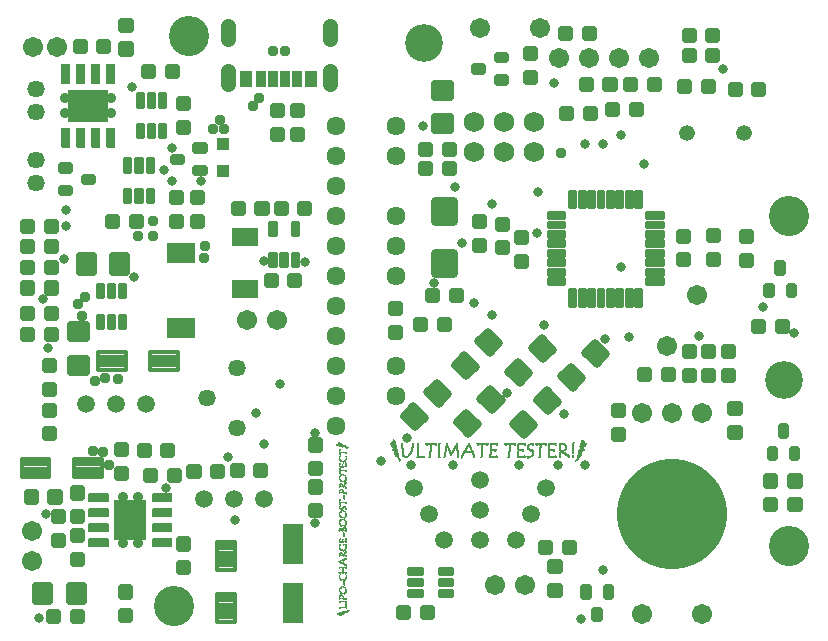
<source format=gbr>
G04 EAGLE Gerber RS-274X export*
G75*
%MOMM*%
%FSLAX34Y34*%
%LPD*%
%INSoldermask Top*%
%IPPOS*%
%AMOC8*
5,1,8,0,0,1.08239X$1,22.5*%
G01*
%ADD10C,3.403200*%
%ADD11R,0.016762X0.050294*%
%ADD12R,0.016762X0.083819*%
%ADD13R,0.016762X0.100581*%
%ADD14R,0.016762X0.117344*%
%ADD15R,0.016762X0.050288*%
%ADD16R,0.016762X0.134112*%
%ADD17R,0.016762X0.134106*%
%ADD18R,0.016762X0.150875*%
%ADD19R,0.016762X0.167637*%
%ADD20R,0.016762X0.184400*%
%ADD21R,0.016762X0.117350*%
%ADD22R,0.016762X0.217931*%
%ADD23R,0.016762X0.234694*%
%ADD24R,0.016762X0.067056*%
%ADD25R,0.016762X0.385569*%
%ADD26R,0.016762X0.284988*%
%ADD27R,0.016762X0.301750*%
%ADD28R,0.016762X0.067050*%
%ADD29R,0.016762X0.318513*%
%ADD30R,0.016762X0.352044*%
%ADD31R,0.016762X0.335281*%
%ADD32R,0.016762X0.368806*%
%ADD33R,0.016762X0.268225*%
%ADD34R,0.016762X0.251456*%
%ADD35R,0.016762X0.335275*%
%ADD36R,0.016762X0.201169*%
%ADD37R,0.016762X0.419100*%
%ADD38R,0.016762X0.184406*%
%ADD39R,0.016762X0.402338*%
%ADD40R,0.016762X0.201163*%
%ADD41R,0.016762X0.251463*%
%ADD42R,0.016762X0.452625*%
%ADD43R,0.016762X0.435863*%
%ADD44R,0.016762X0.502919*%
%ADD45R,0.016762X0.402331*%
%ADD46R,0.016762X0.318519*%
%ADD47R,0.016762X0.519681*%
%ADD48R,0.016762X0.268219*%
%ADD49R,0.045719X0.015238*%
%ADD50R,0.076200X0.015238*%
%ADD51R,0.091438X0.015238*%
%ADD52R,0.106681X0.015238*%
%ADD53R,0.106675X0.015238*%
%ADD54R,0.121919X0.015238*%
%ADD55R,0.137156X0.015238*%
%ADD56R,0.137162X0.015238*%
%ADD57R,0.152400X0.015238*%
%ADD58R,0.167637X0.015238*%
%ADD59R,0.182881X0.015238*%
%ADD60R,0.182875X0.015238*%
%ADD61R,0.198119X0.015238*%
%ADD62R,0.213356X0.015238*%
%ADD63R,0.060963X0.015238*%
%ADD64R,0.060956X0.015238*%
%ADD65R,0.304800X0.015238*%
%ADD66R,0.274319X0.015238*%
%ADD67R,0.350519X0.015238*%
%ADD68R,0.213363X0.015238*%
%ADD69R,0.320038X0.015238*%
%ADD70R,0.701037X0.015238*%
%ADD71R,0.716275X0.015238*%
%ADD72R,0.381000X0.015238*%
%ADD73R,0.716281X0.015238*%
%ADD74R,0.228600X0.015238*%
%ADD75R,0.365756X0.015238*%
%ADD76R,0.411481X0.015238*%
%ADD77R,0.441956X0.015238*%
%ADD78R,0.243838X0.015238*%
%ADD79R,0.457200X0.015238*%
%ADD80R,0.472438X0.015238*%
%ADD81R,0.289563X0.015238*%
%ADD82R,0.502919X0.015238*%
%ADD83R,0.685800X0.015238*%
%ADD84R,0.259075X0.015238*%
%ADD85R,0.259081X0.015238*%
%ADD86R,0.289556X0.015238*%
%ADD87R,0.487681X0.015238*%
%ADD88R,0.853438X0.015238*%
%ADD89R,0.822956X0.015238*%
%ADD90R,0.335275X0.015238*%
%ADD91R,0.335281X0.015238*%
%ADD92R,0.807719X0.015238*%
%ADD93R,0.396238X0.015238*%
%ADD94R,0.411475X0.015238*%
%ADD95R,0.548638X0.015238*%
%ADD96R,0.426719X0.015238*%
%ADD97R,0.365762X0.015238*%
%ADD98R,0.441963X0.015238*%
%ADD99R,0.487675X0.015238*%
%ADD100R,1.005837X0.015238*%
%ADD101R,0.533400X0.015238*%
%ADD102R,0.518162X0.015238*%
%ADD103R,0.518156X0.015238*%
%ADD104R,0.990600X0.015238*%
%ADD105C,0.534309*%
%ADD106C,1.711200*%
%ADD107C,0.522925*%
%ADD108C,0.380638*%
%ADD109C,0.621981*%
%ADD110R,1.103200X1.003200*%
%ADD111R,2.303200X1.603200*%
%ADD112R,3.400000X2.710000*%
%ADD113C,0.911200*%
%ADD114C,0.353406*%
%ADD115R,2.710000X3.400000*%
%ADD116R,2.403200X1.803200*%
%ADD117C,1.461200*%
%ADD118C,1.611200*%
%ADD119R,0.903200X1.403200*%
%ADD120R,0.963200X1.403200*%
%ADD121R,1.003200X1.403200*%
%ADD122C,1.311200*%
%ADD123C,1.511200*%
%ADD124R,1.803200X3.403200*%
%ADD125C,3.203200*%
%ADD126C,1.341200*%
%ADD127C,0.338938*%
%ADD128C,1.727200*%
%ADD129C,9.347200*%
%ADD130C,0.746622*%
%ADD131C,0.959600*%
%ADD132C,0.812800*%
%ADD133C,0.809600*%

G36*
X84004Y113003D02*
X84004Y113003D01*
X84008Y113000D01*
X84199Y113038D01*
X84208Y113048D01*
X84217Y113045D01*
X84379Y113154D01*
X84383Y113167D01*
X84393Y113167D01*
X84501Y113329D01*
X84500Y113343D01*
X84508Y113347D01*
X84546Y113538D01*
X84543Y113545D01*
X84547Y113548D01*
X84547Y119948D01*
X84543Y119954D01*
X84546Y119958D01*
X84508Y120149D01*
X84498Y120158D01*
X84501Y120167D01*
X84393Y120329D01*
X84379Y120333D01*
X84379Y120343D01*
X84217Y120451D01*
X84203Y120450D01*
X84199Y120458D01*
X84008Y120496D01*
X84001Y120493D01*
X83998Y120497D01*
X68098Y120497D01*
X68092Y120493D01*
X68088Y120496D01*
X67897Y120458D01*
X67888Y120448D01*
X67879Y120451D01*
X67717Y120343D01*
X67713Y120329D01*
X67704Y120329D01*
X67595Y120167D01*
X67596Y120158D01*
X67589Y120153D01*
X67591Y120151D01*
X67588Y120149D01*
X67550Y119958D01*
X67553Y119951D01*
X67549Y119948D01*
X67549Y113548D01*
X67553Y113542D01*
X67550Y113538D01*
X67588Y113347D01*
X67598Y113338D01*
X67595Y113329D01*
X67704Y113167D01*
X67717Y113163D01*
X67717Y113154D01*
X67879Y113045D01*
X67893Y113046D01*
X67897Y113038D01*
X68088Y113000D01*
X68095Y113003D01*
X68098Y112999D01*
X83998Y112999D01*
X84004Y113003D01*
G37*
G36*
X138004Y113003D02*
X138004Y113003D01*
X138008Y113000D01*
X138199Y113038D01*
X138208Y113048D01*
X138217Y113045D01*
X138379Y113154D01*
X138383Y113167D01*
X138393Y113167D01*
X138501Y113329D01*
X138500Y113343D01*
X138508Y113347D01*
X138546Y113538D01*
X138543Y113545D01*
X138547Y113548D01*
X138547Y119948D01*
X138543Y119954D01*
X138546Y119958D01*
X138508Y120149D01*
X138498Y120158D01*
X138501Y120167D01*
X138393Y120329D01*
X138379Y120333D01*
X138379Y120343D01*
X138217Y120451D01*
X138203Y120450D01*
X138199Y120458D01*
X138008Y120496D01*
X138001Y120493D01*
X137998Y120497D01*
X122098Y120497D01*
X122092Y120493D01*
X122088Y120496D01*
X121897Y120458D01*
X121888Y120448D01*
X121879Y120451D01*
X121717Y120343D01*
X121713Y120329D01*
X121704Y120329D01*
X121595Y120167D01*
X121596Y120158D01*
X121589Y120153D01*
X121591Y120151D01*
X121588Y120149D01*
X121550Y119958D01*
X121553Y119951D01*
X121549Y119948D01*
X121549Y113548D01*
X121553Y113542D01*
X121550Y113538D01*
X121588Y113347D01*
X121598Y113338D01*
X121595Y113329D01*
X121704Y113167D01*
X121717Y113163D01*
X121717Y113154D01*
X121879Y113045D01*
X121893Y113046D01*
X121897Y113038D01*
X122088Y113000D01*
X122095Y113003D01*
X122098Y112999D01*
X137998Y112999D01*
X138004Y113003D01*
G37*
G36*
X84004Y100303D02*
X84004Y100303D01*
X84008Y100300D01*
X84199Y100338D01*
X84208Y100348D01*
X84217Y100345D01*
X84379Y100454D01*
X84383Y100467D01*
X84393Y100467D01*
X84501Y100629D01*
X84500Y100643D01*
X84508Y100647D01*
X84546Y100838D01*
X84543Y100845D01*
X84547Y100848D01*
X84547Y107248D01*
X84543Y107254D01*
X84546Y107258D01*
X84508Y107449D01*
X84498Y107458D01*
X84501Y107467D01*
X84393Y107629D01*
X84379Y107633D01*
X84379Y107643D01*
X84217Y107751D01*
X84203Y107750D01*
X84199Y107758D01*
X84008Y107796D01*
X84001Y107793D01*
X83998Y107797D01*
X68098Y107797D01*
X68092Y107793D01*
X68088Y107796D01*
X67897Y107758D01*
X67888Y107748D01*
X67879Y107751D01*
X67717Y107643D01*
X67713Y107629D01*
X67704Y107629D01*
X67595Y107467D01*
X67596Y107458D01*
X67589Y107453D01*
X67591Y107451D01*
X67588Y107449D01*
X67550Y107258D01*
X67553Y107251D01*
X67549Y107248D01*
X67549Y100848D01*
X67553Y100842D01*
X67550Y100838D01*
X67588Y100647D01*
X67598Y100638D01*
X67595Y100629D01*
X67704Y100467D01*
X67717Y100463D01*
X67717Y100454D01*
X67879Y100345D01*
X67893Y100346D01*
X67897Y100338D01*
X68088Y100300D01*
X68095Y100303D01*
X68098Y100299D01*
X83998Y100299D01*
X84004Y100303D01*
G37*
G36*
X138004Y100303D02*
X138004Y100303D01*
X138008Y100300D01*
X138199Y100338D01*
X138208Y100348D01*
X138217Y100345D01*
X138379Y100454D01*
X138383Y100467D01*
X138393Y100467D01*
X138501Y100629D01*
X138500Y100643D01*
X138508Y100647D01*
X138546Y100838D01*
X138543Y100845D01*
X138547Y100848D01*
X138547Y107248D01*
X138543Y107254D01*
X138546Y107258D01*
X138508Y107449D01*
X138498Y107458D01*
X138501Y107467D01*
X138393Y107629D01*
X138379Y107633D01*
X138379Y107643D01*
X138217Y107751D01*
X138203Y107750D01*
X138199Y107758D01*
X138008Y107796D01*
X138001Y107793D01*
X137998Y107797D01*
X122098Y107797D01*
X122092Y107793D01*
X122088Y107796D01*
X121897Y107758D01*
X121888Y107748D01*
X121879Y107751D01*
X121717Y107643D01*
X121713Y107629D01*
X121704Y107629D01*
X121595Y107467D01*
X121596Y107458D01*
X121589Y107453D01*
X121591Y107451D01*
X121588Y107449D01*
X121550Y107258D01*
X121553Y107251D01*
X121549Y107248D01*
X121549Y100848D01*
X121553Y100842D01*
X121550Y100838D01*
X121588Y100647D01*
X121598Y100638D01*
X121595Y100629D01*
X121704Y100467D01*
X121717Y100463D01*
X121717Y100454D01*
X121879Y100345D01*
X121893Y100346D01*
X121897Y100338D01*
X122088Y100300D01*
X122095Y100303D01*
X122098Y100299D01*
X137998Y100299D01*
X138004Y100303D01*
G37*
G36*
X84004Y87603D02*
X84004Y87603D01*
X84008Y87600D01*
X84199Y87638D01*
X84208Y87648D01*
X84217Y87645D01*
X84379Y87754D01*
X84383Y87767D01*
X84393Y87767D01*
X84501Y87929D01*
X84500Y87943D01*
X84508Y87947D01*
X84546Y88138D01*
X84543Y88145D01*
X84547Y88148D01*
X84547Y94548D01*
X84543Y94554D01*
X84546Y94558D01*
X84508Y94749D01*
X84498Y94758D01*
X84501Y94767D01*
X84393Y94929D01*
X84379Y94933D01*
X84379Y94943D01*
X84217Y95051D01*
X84203Y95050D01*
X84199Y95058D01*
X84008Y95096D01*
X84001Y95093D01*
X83998Y95097D01*
X68098Y95097D01*
X68092Y95093D01*
X68088Y95096D01*
X67897Y95058D01*
X67888Y95048D01*
X67879Y95051D01*
X67717Y94943D01*
X67713Y94929D01*
X67704Y94929D01*
X67595Y94767D01*
X67596Y94758D01*
X67589Y94753D01*
X67591Y94751D01*
X67588Y94749D01*
X67550Y94558D01*
X67553Y94551D01*
X67549Y94548D01*
X67549Y88148D01*
X67553Y88142D01*
X67550Y88138D01*
X67588Y87947D01*
X67598Y87938D01*
X67595Y87929D01*
X67704Y87767D01*
X67717Y87763D01*
X67717Y87754D01*
X67879Y87645D01*
X67893Y87646D01*
X67897Y87638D01*
X68088Y87600D01*
X68095Y87603D01*
X68098Y87599D01*
X83998Y87599D01*
X84004Y87603D01*
G37*
G36*
X138004Y87603D02*
X138004Y87603D01*
X138008Y87600D01*
X138199Y87638D01*
X138208Y87648D01*
X138217Y87645D01*
X138379Y87754D01*
X138383Y87767D01*
X138393Y87767D01*
X138501Y87929D01*
X138500Y87943D01*
X138508Y87947D01*
X138546Y88138D01*
X138543Y88145D01*
X138547Y88148D01*
X138547Y94548D01*
X138543Y94554D01*
X138546Y94558D01*
X138508Y94749D01*
X138498Y94758D01*
X138501Y94767D01*
X138393Y94929D01*
X138379Y94933D01*
X138379Y94943D01*
X138217Y95051D01*
X138203Y95050D01*
X138199Y95058D01*
X138008Y95096D01*
X138001Y95093D01*
X137998Y95097D01*
X122098Y95097D01*
X122092Y95093D01*
X122088Y95096D01*
X121897Y95058D01*
X121888Y95048D01*
X121879Y95051D01*
X121717Y94943D01*
X121713Y94929D01*
X121704Y94929D01*
X121595Y94767D01*
X121596Y94758D01*
X121589Y94753D01*
X121591Y94751D01*
X121588Y94749D01*
X121550Y94558D01*
X121553Y94551D01*
X121549Y94548D01*
X121549Y88148D01*
X121553Y88142D01*
X121550Y88138D01*
X121588Y87947D01*
X121598Y87938D01*
X121595Y87929D01*
X121704Y87767D01*
X121717Y87763D01*
X121717Y87754D01*
X121879Y87645D01*
X121893Y87646D01*
X121897Y87638D01*
X122088Y87600D01*
X122095Y87603D01*
X122098Y87599D01*
X137998Y87599D01*
X138004Y87603D01*
G37*
G36*
X138004Y74903D02*
X138004Y74903D01*
X138008Y74900D01*
X138199Y74938D01*
X138208Y74948D01*
X138217Y74945D01*
X138379Y75054D01*
X138383Y75067D01*
X138393Y75067D01*
X138501Y75229D01*
X138500Y75243D01*
X138508Y75247D01*
X138546Y75438D01*
X138543Y75445D01*
X138547Y75448D01*
X138547Y81848D01*
X138543Y81854D01*
X138546Y81858D01*
X138508Y82049D01*
X138498Y82058D01*
X138501Y82067D01*
X138393Y82229D01*
X138379Y82233D01*
X138379Y82243D01*
X138217Y82351D01*
X138203Y82350D01*
X138199Y82358D01*
X138008Y82396D01*
X138001Y82393D01*
X137998Y82397D01*
X122098Y82397D01*
X122092Y82393D01*
X122088Y82396D01*
X121897Y82358D01*
X121888Y82348D01*
X121879Y82351D01*
X121717Y82243D01*
X121713Y82229D01*
X121704Y82229D01*
X121595Y82067D01*
X121596Y82058D01*
X121589Y82053D01*
X121591Y82051D01*
X121588Y82049D01*
X121550Y81858D01*
X121553Y81851D01*
X121549Y81848D01*
X121549Y75448D01*
X121553Y75442D01*
X121550Y75438D01*
X121588Y75247D01*
X121598Y75238D01*
X121595Y75229D01*
X121704Y75067D01*
X121717Y75063D01*
X121717Y75054D01*
X121879Y74945D01*
X121893Y74946D01*
X121897Y74938D01*
X122088Y74900D01*
X122095Y74903D01*
X122098Y74899D01*
X137998Y74899D01*
X138004Y74903D01*
G37*
G36*
X84004Y74903D02*
X84004Y74903D01*
X84008Y74900D01*
X84199Y74938D01*
X84208Y74948D01*
X84217Y74945D01*
X84379Y75054D01*
X84383Y75067D01*
X84393Y75067D01*
X84501Y75229D01*
X84500Y75243D01*
X84508Y75247D01*
X84546Y75438D01*
X84543Y75445D01*
X84547Y75448D01*
X84547Y81848D01*
X84543Y81854D01*
X84546Y81858D01*
X84508Y82049D01*
X84498Y82058D01*
X84501Y82067D01*
X84393Y82229D01*
X84379Y82233D01*
X84379Y82243D01*
X84217Y82351D01*
X84203Y82350D01*
X84199Y82358D01*
X84008Y82396D01*
X84001Y82393D01*
X83998Y82397D01*
X68098Y82397D01*
X68092Y82393D01*
X68088Y82396D01*
X67897Y82358D01*
X67888Y82348D01*
X67879Y82351D01*
X67717Y82243D01*
X67713Y82229D01*
X67704Y82229D01*
X67595Y82067D01*
X67596Y82058D01*
X67589Y82053D01*
X67591Y82051D01*
X67588Y82049D01*
X67550Y81858D01*
X67553Y81851D01*
X67549Y81848D01*
X67549Y75448D01*
X67553Y75442D01*
X67550Y75438D01*
X67588Y75247D01*
X67598Y75238D01*
X67595Y75229D01*
X67704Y75067D01*
X67717Y75063D01*
X67717Y75054D01*
X67879Y74945D01*
X67893Y74946D01*
X67897Y74938D01*
X68088Y74900D01*
X68095Y74903D01*
X68098Y74899D01*
X83998Y74899D01*
X84004Y74903D01*
G37*
G36*
X89640Y413201D02*
X89640Y413201D01*
X89644Y413198D01*
X89835Y413236D01*
X89844Y413246D01*
X89853Y413243D01*
X90015Y413352D01*
X90019Y413365D01*
X90029Y413365D01*
X90137Y413527D01*
X90136Y413541D01*
X90144Y413545D01*
X90182Y413736D01*
X90179Y413743D01*
X90183Y413746D01*
X90183Y429646D01*
X90179Y429652D01*
X90182Y429656D01*
X90144Y429847D01*
X90134Y429856D01*
X90137Y429865D01*
X90029Y430027D01*
X90015Y430031D01*
X90015Y430041D01*
X89853Y430149D01*
X89839Y430148D01*
X89835Y430156D01*
X89644Y430194D01*
X89637Y430191D01*
X89634Y430195D01*
X83234Y430195D01*
X83228Y430191D01*
X83224Y430194D01*
X83033Y430156D01*
X83024Y430146D01*
X83015Y430149D01*
X82853Y430041D01*
X82849Y430027D01*
X82840Y430027D01*
X82731Y429865D01*
X82731Y429859D01*
X82729Y429857D01*
X82732Y429852D01*
X82732Y429851D01*
X82724Y429847D01*
X82686Y429656D01*
X82689Y429649D01*
X82685Y429646D01*
X82685Y413746D01*
X82689Y413740D01*
X82686Y413736D01*
X82724Y413545D01*
X82734Y413536D01*
X82731Y413527D01*
X82840Y413365D01*
X82853Y413361D01*
X82853Y413352D01*
X83015Y413243D01*
X83029Y413244D01*
X83033Y413236D01*
X83224Y413198D01*
X83231Y413201D01*
X83234Y413197D01*
X89634Y413197D01*
X89640Y413201D01*
G37*
G36*
X76940Y413201D02*
X76940Y413201D01*
X76944Y413198D01*
X77135Y413236D01*
X77144Y413246D01*
X77153Y413243D01*
X77315Y413352D01*
X77319Y413365D01*
X77329Y413365D01*
X77437Y413527D01*
X77436Y413541D01*
X77444Y413545D01*
X77482Y413736D01*
X77479Y413743D01*
X77483Y413746D01*
X77483Y429646D01*
X77479Y429652D01*
X77482Y429656D01*
X77444Y429847D01*
X77434Y429856D01*
X77437Y429865D01*
X77329Y430027D01*
X77315Y430031D01*
X77315Y430041D01*
X77153Y430149D01*
X77139Y430148D01*
X77135Y430156D01*
X76944Y430194D01*
X76937Y430191D01*
X76934Y430195D01*
X70534Y430195D01*
X70528Y430191D01*
X70524Y430194D01*
X70333Y430156D01*
X70324Y430146D01*
X70315Y430149D01*
X70153Y430041D01*
X70149Y430027D01*
X70140Y430027D01*
X70031Y429865D01*
X70031Y429859D01*
X70029Y429857D01*
X70032Y429852D01*
X70032Y429851D01*
X70024Y429847D01*
X69986Y429656D01*
X69989Y429649D01*
X69985Y429646D01*
X69985Y413746D01*
X69989Y413740D01*
X69986Y413736D01*
X70024Y413545D01*
X70034Y413536D01*
X70031Y413527D01*
X70140Y413365D01*
X70153Y413361D01*
X70153Y413352D01*
X70315Y413243D01*
X70329Y413244D01*
X70333Y413236D01*
X70524Y413198D01*
X70531Y413201D01*
X70534Y413197D01*
X76934Y413197D01*
X76940Y413201D01*
G37*
G36*
X64240Y413201D02*
X64240Y413201D01*
X64244Y413198D01*
X64435Y413236D01*
X64444Y413246D01*
X64453Y413243D01*
X64615Y413352D01*
X64619Y413365D01*
X64629Y413365D01*
X64737Y413527D01*
X64736Y413541D01*
X64744Y413545D01*
X64782Y413736D01*
X64779Y413743D01*
X64783Y413746D01*
X64783Y429646D01*
X64779Y429652D01*
X64782Y429656D01*
X64744Y429847D01*
X64734Y429856D01*
X64737Y429865D01*
X64629Y430027D01*
X64615Y430031D01*
X64615Y430041D01*
X64453Y430149D01*
X64439Y430148D01*
X64435Y430156D01*
X64244Y430194D01*
X64237Y430191D01*
X64234Y430195D01*
X57834Y430195D01*
X57828Y430191D01*
X57824Y430194D01*
X57633Y430156D01*
X57624Y430146D01*
X57615Y430149D01*
X57453Y430041D01*
X57449Y430027D01*
X57440Y430027D01*
X57331Y429865D01*
X57331Y429859D01*
X57329Y429857D01*
X57332Y429852D01*
X57332Y429851D01*
X57324Y429847D01*
X57286Y429656D01*
X57289Y429649D01*
X57285Y429646D01*
X57285Y413746D01*
X57289Y413740D01*
X57286Y413736D01*
X57324Y413545D01*
X57334Y413536D01*
X57331Y413527D01*
X57440Y413365D01*
X57453Y413361D01*
X57453Y413352D01*
X57615Y413243D01*
X57629Y413244D01*
X57633Y413236D01*
X57824Y413198D01*
X57831Y413201D01*
X57834Y413197D01*
X64234Y413197D01*
X64240Y413201D01*
G37*
G36*
X51540Y413201D02*
X51540Y413201D01*
X51544Y413198D01*
X51735Y413236D01*
X51744Y413246D01*
X51753Y413243D01*
X51915Y413352D01*
X51919Y413365D01*
X51929Y413365D01*
X52037Y413527D01*
X52036Y413541D01*
X52044Y413545D01*
X52082Y413736D01*
X52079Y413743D01*
X52083Y413746D01*
X52083Y429646D01*
X52079Y429652D01*
X52082Y429656D01*
X52044Y429847D01*
X52034Y429856D01*
X52037Y429865D01*
X51929Y430027D01*
X51915Y430031D01*
X51915Y430041D01*
X51753Y430149D01*
X51739Y430148D01*
X51735Y430156D01*
X51544Y430194D01*
X51537Y430191D01*
X51534Y430195D01*
X45134Y430195D01*
X45128Y430191D01*
X45124Y430194D01*
X44933Y430156D01*
X44924Y430146D01*
X44915Y430149D01*
X44753Y430041D01*
X44749Y430027D01*
X44740Y430027D01*
X44631Y429865D01*
X44631Y429859D01*
X44629Y429857D01*
X44632Y429852D01*
X44632Y429851D01*
X44624Y429847D01*
X44586Y429656D01*
X44589Y429649D01*
X44585Y429646D01*
X44585Y413746D01*
X44589Y413740D01*
X44586Y413736D01*
X44624Y413545D01*
X44634Y413536D01*
X44631Y413527D01*
X44740Y413365D01*
X44753Y413361D01*
X44753Y413352D01*
X44915Y413243D01*
X44929Y413244D01*
X44933Y413236D01*
X45124Y413198D01*
X45131Y413201D01*
X45134Y413197D01*
X51534Y413197D01*
X51540Y413201D01*
G37*
G36*
X76940Y467201D02*
X76940Y467201D01*
X76944Y467198D01*
X77135Y467236D01*
X77144Y467246D01*
X77153Y467243D01*
X77315Y467352D01*
X77319Y467365D01*
X77329Y467365D01*
X77437Y467527D01*
X77436Y467541D01*
X77444Y467545D01*
X77482Y467736D01*
X77479Y467743D01*
X77483Y467746D01*
X77483Y483646D01*
X77479Y483652D01*
X77482Y483656D01*
X77444Y483847D01*
X77434Y483856D01*
X77437Y483865D01*
X77329Y484027D01*
X77315Y484031D01*
X77315Y484041D01*
X77153Y484149D01*
X77139Y484148D01*
X77135Y484156D01*
X76944Y484194D01*
X76937Y484191D01*
X76934Y484195D01*
X70534Y484195D01*
X70528Y484191D01*
X70524Y484194D01*
X70333Y484156D01*
X70324Y484146D01*
X70315Y484149D01*
X70153Y484041D01*
X70149Y484027D01*
X70140Y484027D01*
X70031Y483865D01*
X70031Y483859D01*
X70029Y483857D01*
X70032Y483852D01*
X70032Y483851D01*
X70024Y483847D01*
X69986Y483656D01*
X69989Y483649D01*
X69985Y483646D01*
X69985Y467746D01*
X69989Y467740D01*
X69986Y467736D01*
X70024Y467545D01*
X70034Y467536D01*
X70031Y467527D01*
X70140Y467365D01*
X70153Y467361D01*
X70153Y467352D01*
X70315Y467243D01*
X70329Y467244D01*
X70333Y467236D01*
X70524Y467198D01*
X70531Y467201D01*
X70534Y467197D01*
X76934Y467197D01*
X76940Y467201D01*
G37*
G36*
X64240Y467201D02*
X64240Y467201D01*
X64244Y467198D01*
X64435Y467236D01*
X64444Y467246D01*
X64453Y467243D01*
X64615Y467352D01*
X64619Y467365D01*
X64629Y467365D01*
X64737Y467527D01*
X64736Y467541D01*
X64744Y467545D01*
X64782Y467736D01*
X64779Y467743D01*
X64783Y467746D01*
X64783Y483646D01*
X64779Y483652D01*
X64782Y483656D01*
X64744Y483847D01*
X64734Y483856D01*
X64737Y483865D01*
X64629Y484027D01*
X64615Y484031D01*
X64615Y484041D01*
X64453Y484149D01*
X64439Y484148D01*
X64435Y484156D01*
X64244Y484194D01*
X64237Y484191D01*
X64234Y484195D01*
X57834Y484195D01*
X57828Y484191D01*
X57824Y484194D01*
X57633Y484156D01*
X57624Y484146D01*
X57615Y484149D01*
X57453Y484041D01*
X57449Y484027D01*
X57440Y484027D01*
X57331Y483865D01*
X57331Y483859D01*
X57329Y483857D01*
X57332Y483852D01*
X57332Y483851D01*
X57324Y483847D01*
X57286Y483656D01*
X57289Y483649D01*
X57285Y483646D01*
X57285Y467746D01*
X57289Y467740D01*
X57286Y467736D01*
X57324Y467545D01*
X57334Y467536D01*
X57331Y467527D01*
X57440Y467365D01*
X57453Y467361D01*
X57453Y467352D01*
X57615Y467243D01*
X57629Y467244D01*
X57633Y467236D01*
X57824Y467198D01*
X57831Y467201D01*
X57834Y467197D01*
X64234Y467197D01*
X64240Y467201D01*
G37*
G36*
X89640Y467201D02*
X89640Y467201D01*
X89644Y467198D01*
X89835Y467236D01*
X89844Y467246D01*
X89853Y467243D01*
X90015Y467352D01*
X90019Y467365D01*
X90029Y467365D01*
X90137Y467527D01*
X90136Y467541D01*
X90144Y467545D01*
X90182Y467736D01*
X90179Y467743D01*
X90183Y467746D01*
X90183Y483646D01*
X90179Y483652D01*
X90182Y483656D01*
X90144Y483847D01*
X90134Y483856D01*
X90137Y483865D01*
X90029Y484027D01*
X90015Y484031D01*
X90015Y484041D01*
X89853Y484149D01*
X89839Y484148D01*
X89835Y484156D01*
X89644Y484194D01*
X89637Y484191D01*
X89634Y484195D01*
X83234Y484195D01*
X83228Y484191D01*
X83224Y484194D01*
X83033Y484156D01*
X83024Y484146D01*
X83015Y484149D01*
X82853Y484041D01*
X82849Y484027D01*
X82840Y484027D01*
X82731Y483865D01*
X82731Y483859D01*
X82729Y483857D01*
X82732Y483852D01*
X82732Y483851D01*
X82724Y483847D01*
X82686Y483656D01*
X82689Y483649D01*
X82685Y483646D01*
X82685Y467746D01*
X82689Y467740D01*
X82686Y467736D01*
X82724Y467545D01*
X82734Y467536D01*
X82731Y467527D01*
X82840Y467365D01*
X82853Y467361D01*
X82853Y467352D01*
X83015Y467243D01*
X83029Y467244D01*
X83033Y467236D01*
X83224Y467198D01*
X83231Y467201D01*
X83234Y467197D01*
X89634Y467197D01*
X89640Y467201D01*
G37*
G36*
X51540Y467201D02*
X51540Y467201D01*
X51544Y467198D01*
X51735Y467236D01*
X51744Y467246D01*
X51753Y467243D01*
X51915Y467352D01*
X51919Y467365D01*
X51929Y467365D01*
X52037Y467527D01*
X52036Y467541D01*
X52044Y467545D01*
X52082Y467736D01*
X52079Y467743D01*
X52083Y467746D01*
X52083Y483646D01*
X52079Y483652D01*
X52082Y483656D01*
X52044Y483847D01*
X52034Y483856D01*
X52037Y483865D01*
X51929Y484027D01*
X51915Y484031D01*
X51915Y484041D01*
X51753Y484149D01*
X51739Y484148D01*
X51735Y484156D01*
X51544Y484194D01*
X51537Y484191D01*
X51534Y484195D01*
X45134Y484195D01*
X45128Y484191D01*
X45124Y484194D01*
X44933Y484156D01*
X44924Y484146D01*
X44915Y484149D01*
X44753Y484041D01*
X44749Y484027D01*
X44740Y484027D01*
X44631Y483865D01*
X44631Y483859D01*
X44629Y483857D01*
X44632Y483852D01*
X44632Y483851D01*
X44624Y483847D01*
X44586Y483656D01*
X44589Y483649D01*
X44585Y483646D01*
X44585Y467746D01*
X44589Y467740D01*
X44586Y467736D01*
X44624Y467545D01*
X44634Y467536D01*
X44631Y467527D01*
X44740Y467365D01*
X44753Y467361D01*
X44753Y467352D01*
X44915Y467243D01*
X44929Y467244D01*
X44933Y467236D01*
X45124Y467198D01*
X45131Y467201D01*
X45134Y467197D01*
X51534Y467197D01*
X51540Y467201D01*
G37*
D10*
X152400Y508000D03*
X139700Y25400D03*
X660400Y76200D03*
X660400Y355600D03*
D11*
X288585Y21199D03*
D12*
X288417Y21199D03*
D13*
X288249Y21115D03*
X288082Y21115D03*
X287914Y20947D03*
D14*
X287746Y20864D03*
D15*
X287746Y158831D03*
D16*
X287579Y20780D03*
D12*
X287579Y158831D03*
D17*
X287411Y20612D03*
D13*
X287411Y158915D03*
D17*
X287244Y20612D03*
D13*
X287244Y158915D03*
D18*
X287076Y20528D03*
D13*
X287076Y159083D03*
D18*
X286908Y20361D03*
D14*
X286908Y159167D03*
D19*
X286741Y20277D03*
D17*
X286741Y159250D03*
D20*
X286573Y20193D03*
D21*
X286573Y50871D03*
D12*
X286573Y59421D03*
D13*
X286573Y106947D03*
D14*
X286573Y151287D03*
D16*
X286573Y159418D03*
D19*
X286405Y20109D03*
D13*
X286405Y23630D03*
X286405Y26480D03*
X286405Y28491D03*
D12*
X286405Y30754D03*
D22*
X286405Y37963D03*
D23*
X286405Y50284D03*
D13*
X286405Y53302D03*
D12*
X286405Y57241D03*
D21*
X286405Y59253D03*
D15*
X286405Y64618D03*
D12*
X286405Y66965D03*
D18*
X286405Y75179D03*
D15*
X286405Y76520D03*
D24*
X286405Y78783D03*
D16*
X286405Y81633D03*
D18*
X286405Y88590D03*
D22*
X286405Y95128D03*
X286405Y102169D03*
D20*
X286405Y107198D03*
D12*
X286405Y120106D03*
X286405Y125303D03*
D22*
X286405Y132847D03*
D24*
X286405Y142654D03*
D16*
X286405Y145504D03*
D23*
X286405Y150701D03*
D16*
X286405Y159418D03*
D20*
X286238Y20025D03*
D25*
X286238Y25055D03*
D21*
X286238Y28407D03*
X286238Y30922D03*
D26*
X286238Y37963D03*
D27*
X286238Y49949D03*
D21*
X286238Y53218D03*
X286238Y57409D03*
D16*
X286238Y59337D03*
D13*
X286238Y64869D03*
X286238Y67048D03*
D28*
X286238Y70904D03*
D29*
X286238Y75179D03*
D25*
X286238Y80376D03*
D23*
X286238Y89009D03*
D26*
X286238Y95128D03*
X286238Y102169D03*
D22*
X286238Y107366D03*
D13*
X286238Y112311D03*
D21*
X286238Y120274D03*
D13*
X286238Y125387D03*
D24*
X286238Y129243D03*
D26*
X286238Y132847D03*
D13*
X286238Y139134D03*
D25*
X286238Y144247D03*
D27*
X286238Y150365D03*
D13*
X286238Y154724D03*
D18*
X286238Y159502D03*
D20*
X286070Y19858D03*
D25*
X286070Y25055D03*
D21*
X286070Y28407D03*
D13*
X286070Y31006D03*
D30*
X286070Y37963D03*
D31*
X286070Y49781D03*
D21*
X286070Y53218D03*
X286070Y57409D03*
D14*
X286070Y59421D03*
D13*
X286070Y64869D03*
X286070Y67048D03*
X286070Y70904D03*
D32*
X286070Y75095D03*
D25*
X286070Y80376D03*
D33*
X286070Y89177D03*
D30*
X286070Y95128D03*
X286070Y102169D03*
D34*
X286070Y107533D03*
D14*
X286070Y112395D03*
D13*
X286070Y120358D03*
X286070Y125387D03*
X286070Y129243D03*
D30*
X286070Y132847D03*
D21*
X286070Y139217D03*
D25*
X286070Y144247D03*
D35*
X286070Y150198D03*
D14*
X286070Y154808D03*
D18*
X286070Y159670D03*
D36*
X285902Y19774D03*
D25*
X285902Y25055D03*
D21*
X285902Y28407D03*
D13*
X285902Y31006D03*
D37*
X285902Y37963D03*
D38*
X285902Y48692D03*
D24*
X285902Y51123D03*
D21*
X285902Y53218D03*
X285902Y57409D03*
D13*
X285902Y59505D03*
X285902Y64869D03*
X285902Y67048D03*
D14*
X285902Y70820D03*
D39*
X285902Y74927D03*
D25*
X285902Y80376D03*
D27*
X285902Y89345D03*
D37*
X285902Y95128D03*
X285902Y102169D03*
D24*
X285902Y106611D03*
D18*
X285902Y108204D03*
D14*
X285902Y112395D03*
D13*
X285902Y120358D03*
X285902Y125387D03*
D14*
X285902Y129159D03*
D37*
X285902Y132847D03*
D21*
X285902Y139217D03*
D25*
X285902Y144247D03*
D20*
X285902Y149108D03*
D24*
X285902Y151539D03*
D14*
X285902Y154808D03*
D19*
X285902Y159753D03*
D22*
X285735Y19690D03*
D32*
X285735Y25138D03*
D21*
X285735Y28407D03*
D13*
X285735Y31006D03*
D40*
X285735Y36706D03*
D18*
X285735Y39472D03*
D19*
X285735Y48273D03*
D21*
X285735Y53218D03*
D12*
X285735Y57409D03*
D21*
X285735Y59588D03*
X285735Y64785D03*
D13*
X285735Y67048D03*
D16*
X285735Y70736D03*
D22*
X285735Y73838D03*
D20*
X285735Y76017D03*
D25*
X285735Y80376D03*
D13*
X285735Y88339D03*
D16*
X285735Y90350D03*
D36*
X285735Y93871D03*
D18*
X285735Y96637D03*
D40*
X285735Y100912D03*
D18*
X285735Y103678D03*
D14*
X285735Y108539D03*
X285735Y112395D03*
D13*
X285735Y120358D03*
X285735Y125387D03*
D16*
X285735Y129075D03*
D36*
X285735Y131590D03*
D18*
X285735Y134356D03*
D21*
X285735Y139217D03*
D25*
X285735Y144247D03*
D19*
X285735Y148689D03*
D14*
X285735Y154808D03*
D20*
X285735Y159837D03*
D36*
X285567Y19606D03*
D16*
X285567Y23965D03*
D21*
X285567Y26396D03*
D12*
X285567Y28407D03*
X285567Y31090D03*
D19*
X285567Y36370D03*
D14*
X285567Y39807D03*
D16*
X285567Y47937D03*
D13*
X285567Y53134D03*
D12*
X285567Y57409D03*
D13*
X285567Y59672D03*
X285567Y64701D03*
D12*
X285567Y67132D03*
D14*
X285567Y70485D03*
D19*
X285567Y73419D03*
D13*
X285567Y76436D03*
D12*
X285567Y79035D03*
D16*
X285567Y81633D03*
D12*
X285567Y88422D03*
D21*
X285567Y90602D03*
D19*
X285567Y93536D03*
D21*
X285567Y96972D03*
D19*
X285567Y100576D03*
D14*
X285567Y104013D03*
X285567Y108707D03*
X285567Y112395D03*
D12*
X285567Y120442D03*
X285567Y125471D03*
D14*
X285567Y128824D03*
D19*
X285567Y131255D03*
D21*
X285567Y134691D03*
X285567Y139217D03*
D12*
X285567Y142905D03*
D16*
X285567Y145504D03*
X285567Y148354D03*
D14*
X285567Y154808D03*
D19*
X285567Y159921D03*
D36*
X285399Y19606D03*
D12*
X285399Y23713D03*
X285399Y28407D03*
X285399Y31090D03*
D18*
X285399Y36119D03*
D13*
X285399Y40058D03*
D16*
X285399Y47770D03*
D12*
X285399Y53218D03*
X285399Y57409D03*
X285399Y59756D03*
D13*
X285399Y64701D03*
D12*
X285399Y67132D03*
D16*
X285399Y70234D03*
D19*
X285399Y73083D03*
D12*
X285399Y76352D03*
X285399Y79035D03*
D15*
X285399Y82052D03*
D12*
X285399Y88422D03*
D13*
X285399Y90686D03*
D18*
X285399Y93284D03*
D13*
X285399Y97224D03*
D18*
X285399Y100325D03*
D13*
X285399Y104264D03*
X285399Y108791D03*
X285399Y112311D03*
D12*
X285399Y120442D03*
X285399Y125471D03*
D16*
X285399Y128572D03*
D18*
X285399Y131003D03*
D13*
X285399Y134943D03*
X285399Y139134D03*
D12*
X285399Y142905D03*
D15*
X285399Y145923D03*
D16*
X285399Y148186D03*
D13*
X285399Y154724D03*
D20*
X285399Y160005D03*
D36*
X285232Y19606D03*
D12*
X285232Y23713D03*
X285232Y28407D03*
X285232Y31090D03*
D14*
X285232Y35951D03*
D13*
X285232Y40058D03*
D14*
X285232Y47518D03*
D12*
X285232Y53218D03*
X285232Y57409D03*
D13*
X285232Y59840D03*
X285232Y64534D03*
D12*
X285232Y67132D03*
D21*
X285232Y69982D03*
D18*
X285232Y72832D03*
D12*
X285232Y76352D03*
X285232Y79035D03*
X285232Y88422D03*
D13*
X285232Y90853D03*
D21*
X285232Y93116D03*
D13*
X285232Y97224D03*
D14*
X285232Y100157D03*
D13*
X285232Y104264D03*
D12*
X285232Y108875D03*
D13*
X285232Y112311D03*
D12*
X285232Y120442D03*
X285232Y125471D03*
D21*
X285232Y128321D03*
X285232Y130835D03*
D13*
X285232Y134943D03*
X285232Y139134D03*
D12*
X285232Y142905D03*
D21*
X285232Y147935D03*
D13*
X285232Y154724D03*
D38*
X285232Y160172D03*
D19*
X285064Y19606D03*
D12*
X285064Y23713D03*
X285064Y28407D03*
X285064Y31090D03*
D21*
X285064Y35784D03*
D12*
X285064Y40310D03*
D21*
X285064Y47351D03*
D12*
X285064Y53218D03*
X285064Y57409D03*
X285064Y59924D03*
D13*
X285064Y64534D03*
D12*
X285064Y67132D03*
D16*
X285064Y69731D03*
X285064Y72748D03*
D12*
X285064Y76352D03*
X285064Y79035D03*
X285064Y88422D03*
X285064Y90937D03*
D14*
X285064Y92949D03*
D12*
X285064Y97475D03*
D14*
X285064Y99990D03*
D12*
X285064Y104516D03*
D13*
X285064Y108958D03*
D12*
X285064Y112395D03*
X285064Y120442D03*
X285064Y125471D03*
D16*
X285064Y128069D03*
D14*
X285064Y130668D03*
D12*
X285064Y135194D03*
X285064Y139217D03*
X285064Y142905D03*
D14*
X285064Y147767D03*
D12*
X285064Y154808D03*
D36*
X285064Y160256D03*
D19*
X284897Y19606D03*
D12*
X284897Y23713D03*
X284897Y28407D03*
X284897Y31090D03*
D21*
X284897Y35784D03*
D24*
X284897Y40394D03*
D13*
X284897Y47267D03*
D12*
X284897Y53218D03*
X284897Y57409D03*
D13*
X284897Y60008D03*
D12*
X284897Y64450D03*
X284897Y67132D03*
D14*
X284897Y69479D03*
D21*
X284897Y72497D03*
D12*
X284897Y76352D03*
X284897Y79035D03*
X284897Y88422D03*
D13*
X284897Y91021D03*
D14*
X284897Y92949D03*
D24*
X284897Y97559D03*
D14*
X284897Y99990D03*
D24*
X284897Y104600D03*
D12*
X284897Y109042D03*
X284897Y112395D03*
X284897Y120442D03*
X284897Y125471D03*
D14*
X284897Y127818D03*
X284897Y130668D03*
D24*
X284897Y135278D03*
D12*
X284897Y139217D03*
X284897Y142905D03*
D13*
X284897Y147683D03*
D12*
X284897Y154808D03*
D22*
X284897Y160340D03*
D20*
X284729Y19522D03*
D12*
X284729Y23713D03*
X284729Y28407D03*
X284729Y31090D03*
D13*
X284729Y35700D03*
D12*
X284729Y40477D03*
D24*
X284729Y42573D03*
X284729Y45255D03*
D14*
X284729Y47183D03*
D12*
X284729Y53218D03*
X284729Y57409D03*
X284729Y60091D03*
D13*
X284729Y64366D03*
D12*
X284729Y67132D03*
D16*
X284729Y69228D03*
D14*
X284729Y72329D03*
D12*
X284729Y76352D03*
X284729Y79035D03*
D28*
X284729Y83477D03*
D24*
X284729Y86159D03*
D12*
X284729Y88422D03*
X284729Y91105D03*
D13*
X284729Y92865D03*
D12*
X284729Y97643D03*
D13*
X284729Y99906D03*
D12*
X284729Y104684D03*
X284729Y109042D03*
X284729Y112395D03*
D24*
X284729Y115496D03*
X284729Y118179D03*
D12*
X284729Y120442D03*
X284729Y125471D03*
D16*
X284729Y127566D03*
D13*
X284729Y130584D03*
D12*
X284729Y135362D03*
X284729Y139217D03*
X284729Y142905D03*
D21*
X284729Y147599D03*
D12*
X284729Y154808D03*
D36*
X284729Y160424D03*
X284561Y19439D03*
D12*
X284561Y23713D03*
X284561Y28407D03*
D14*
X284561Y31090D03*
D13*
X284561Y35532D03*
D24*
X284561Y40561D03*
D30*
X284561Y43998D03*
D13*
X284561Y47099D03*
D12*
X284561Y53218D03*
X284561Y57409D03*
X284561Y60091D03*
X284561Y64282D03*
X284561Y67132D03*
D21*
X284561Y68976D03*
D14*
X284561Y72329D03*
D12*
X284561Y76352D03*
X284561Y79035D03*
D30*
X284561Y84902D03*
D12*
X284561Y88422D03*
X284561Y91105D03*
D13*
X284561Y92697D03*
D24*
X284561Y97727D03*
D13*
X284561Y99738D03*
D28*
X284561Y104767D03*
D12*
X284561Y109042D03*
X284561Y112395D03*
D30*
X284561Y116921D03*
D14*
X284561Y120442D03*
D12*
X284561Y125471D03*
D21*
X284561Y127315D03*
D13*
X284561Y130416D03*
D24*
X284561Y135446D03*
D12*
X284561Y139217D03*
X284561Y142905D03*
D13*
X284561Y147516D03*
D12*
X284561Y154808D03*
D36*
X284561Y160424D03*
D22*
X284394Y19522D03*
D12*
X284394Y23713D03*
X284394Y28407D03*
D20*
X284394Y31425D03*
D13*
X284394Y35532D03*
D12*
X284394Y40645D03*
D32*
X284394Y44082D03*
D12*
X284394Y47015D03*
X284394Y53218D03*
X284394Y57409D03*
X284394Y60259D03*
D13*
X284394Y64199D03*
D12*
X284394Y67132D03*
D16*
X284394Y68725D03*
D13*
X284394Y72245D03*
D12*
X284394Y76352D03*
X284394Y79035D03*
D32*
X284394Y84986D03*
D12*
X284394Y88422D03*
X284394Y91105D03*
D13*
X284394Y92697D03*
D12*
X284394Y97810D03*
D13*
X284394Y99738D03*
D12*
X284394Y104851D03*
X284394Y109042D03*
X284394Y112395D03*
D32*
X284394Y117005D03*
D20*
X284394Y120777D03*
D12*
X284394Y125471D03*
D16*
X284394Y127064D03*
D13*
X284394Y130416D03*
D12*
X284394Y135529D03*
X284394Y139217D03*
X284394Y142905D03*
X284394Y147432D03*
X284394Y154808D03*
D36*
X284394Y160424D03*
D23*
X284226Y19439D03*
D12*
X284226Y23713D03*
X284226Y28407D03*
D23*
X284226Y31676D03*
D12*
X284226Y35448D03*
X284226Y40645D03*
D30*
X284226Y44166D03*
D13*
X284226Y46932D03*
D12*
X284226Y53218D03*
X284226Y57409D03*
D21*
X284226Y60594D03*
D16*
X284226Y63863D03*
D12*
X284226Y67132D03*
D16*
X284226Y68557D03*
D13*
X284226Y72078D03*
D12*
X284226Y76352D03*
X284226Y79035D03*
D30*
X284226Y85070D03*
D12*
X284226Y88422D03*
X284226Y91105D03*
X284226Y92613D03*
X284226Y97810D03*
X284226Y99654D03*
X284226Y104851D03*
D13*
X284226Y108958D03*
D12*
X284226Y112395D03*
D30*
X284226Y117089D03*
D23*
X284226Y121028D03*
D12*
X284226Y125471D03*
D16*
X284226Y126896D03*
D12*
X284226Y130332D03*
X284226Y135529D03*
X284226Y139217D03*
X284226Y142905D03*
D13*
X284226Y147348D03*
D12*
X284226Y154808D03*
D19*
X284226Y160424D03*
D41*
X284058Y19355D03*
D12*
X284058Y23713D03*
X284058Y28407D03*
D41*
X284058Y31928D03*
D12*
X284058Y35448D03*
X284058Y40813D03*
D31*
X284058Y44249D03*
D13*
X284058Y46932D03*
D12*
X284058Y53218D03*
X284058Y57409D03*
D42*
X284058Y62271D03*
D12*
X284058Y67132D03*
D21*
X284058Y68306D03*
D13*
X284058Y72078D03*
D12*
X284058Y76352D03*
X284058Y79035D03*
D35*
X284058Y85154D03*
D12*
X284058Y88422D03*
D13*
X284058Y91021D03*
D12*
X284058Y92613D03*
X284058Y97978D03*
X284058Y99654D03*
X284058Y105019D03*
D13*
X284058Y108958D03*
D12*
X284058Y112395D03*
D31*
X284058Y117173D03*
D34*
X284058Y121280D03*
D12*
X284058Y125471D03*
D21*
X284058Y126644D03*
D12*
X284058Y130332D03*
X284058Y135697D03*
X284058Y139217D03*
X284058Y142905D03*
D13*
X284058Y147348D03*
D12*
X284058Y154808D03*
D19*
X284058Y160424D03*
D34*
X283891Y19187D03*
D12*
X283891Y23713D03*
X283891Y28407D03*
D33*
X283891Y32012D03*
D12*
X283891Y35448D03*
X283891Y40813D03*
D24*
X283891Y45590D03*
D12*
X283891Y46848D03*
D13*
X283891Y53302D03*
D12*
X283891Y57409D03*
D43*
X283891Y62187D03*
D40*
X283891Y67719D03*
D12*
X283891Y71994D03*
D21*
X283891Y76352D03*
D12*
X283891Y79035D03*
D24*
X283891Y86495D03*
D12*
X283891Y88422D03*
D13*
X283891Y91021D03*
D12*
X283891Y92613D03*
X283891Y97978D03*
X283891Y99654D03*
X283891Y105019D03*
D13*
X283891Y108791D03*
D12*
X283891Y112395D03*
D24*
X283891Y118514D03*
D33*
X283891Y121364D03*
D40*
X283891Y126058D03*
D12*
X283891Y130332D03*
X283891Y135697D03*
X283891Y139217D03*
X283891Y142905D03*
X283891Y147264D03*
X283891Y154808D03*
D38*
X283891Y160508D03*
D33*
X283723Y19103D03*
D12*
X283723Y23713D03*
X283723Y28407D03*
X283723Y31090D03*
D36*
X283723Y32682D03*
D12*
X283723Y35448D03*
X283723Y40813D03*
X283723Y46848D03*
D44*
X283723Y55314D03*
D37*
X283723Y62271D03*
D20*
X283723Y67635D03*
D12*
X283723Y71994D03*
D21*
X283723Y76352D03*
D12*
X283723Y79035D03*
X283723Y88422D03*
D21*
X283723Y90937D03*
D12*
X283723Y92613D03*
X283723Y97978D03*
X283723Y99654D03*
X283723Y105019D03*
D14*
X283723Y108707D03*
D12*
X283723Y112395D03*
X283723Y120442D03*
D36*
X283723Y122034D03*
D20*
X283723Y125974D03*
D12*
X283723Y130332D03*
X283723Y135697D03*
X283723Y139217D03*
X283723Y142905D03*
X283723Y147264D03*
X283723Y154808D03*
D36*
X283723Y160592D03*
D41*
X283555Y19020D03*
D12*
X283555Y23713D03*
X283555Y28407D03*
X283555Y31090D03*
D18*
X283555Y33101D03*
D12*
X283555Y35448D03*
X283555Y40980D03*
X283555Y46848D03*
D44*
X283555Y55314D03*
D45*
X283555Y62187D03*
D40*
X283555Y67719D03*
D12*
X283555Y71994D03*
D21*
X283555Y76352D03*
D13*
X283555Y79118D03*
D12*
X283555Y81046D03*
X283555Y88422D03*
D16*
X283555Y90686D03*
D12*
X283555Y92613D03*
X283555Y98146D03*
X283555Y99654D03*
X283555Y105186D03*
D16*
X283555Y108455D03*
D12*
X283555Y112395D03*
X283555Y120442D03*
D18*
X283555Y122453D03*
D40*
X283555Y126058D03*
D12*
X283555Y130332D03*
X283555Y135865D03*
X283555Y139217D03*
D13*
X283555Y142989D03*
D12*
X283555Y144917D03*
X283555Y147264D03*
X283555Y154808D03*
D22*
X283555Y160508D03*
D33*
X283388Y18936D03*
D12*
X283388Y23713D03*
X283388Y28407D03*
X283388Y31090D03*
D14*
X283388Y33269D03*
D12*
X283388Y35448D03*
X283388Y40980D03*
X283388Y46848D03*
D44*
X283388Y55314D03*
D12*
X283388Y60762D03*
X283388Y63779D03*
X283388Y67132D03*
D14*
X283388Y68473D03*
D12*
X283388Y71994D03*
D26*
X283388Y80041D03*
D12*
X283388Y88422D03*
D23*
X283388Y90183D03*
D12*
X283388Y92613D03*
X283388Y98146D03*
X283388Y99654D03*
X283388Y105186D03*
D18*
X283388Y108372D03*
D12*
X283388Y112395D03*
X283388Y120442D03*
D14*
X283388Y122621D03*
D12*
X283388Y125471D03*
D14*
X283388Y126812D03*
D12*
X283388Y130332D03*
X283388Y135865D03*
X283388Y139217D03*
D26*
X283388Y143911D03*
D12*
X283388Y147264D03*
X283388Y154808D03*
D23*
X283388Y160592D03*
D33*
X283220Y18936D03*
D12*
X283220Y23713D03*
X283220Y28407D03*
X283220Y31090D03*
D13*
X283220Y33520D03*
D12*
X283220Y35448D03*
X283220Y40980D03*
X283220Y46848D03*
D44*
X283220Y55314D03*
D24*
X283220Y60846D03*
D13*
X283220Y63696D03*
D12*
X283220Y67132D03*
D13*
X283220Y68892D03*
D12*
X283220Y71994D03*
D26*
X283220Y80041D03*
D46*
X283220Y89596D03*
D12*
X283220Y92613D03*
X283220Y98146D03*
X283220Y99654D03*
X283220Y105186D03*
D19*
X283220Y108120D03*
D12*
X283220Y112395D03*
X283220Y120442D03*
D13*
X283220Y122873D03*
D12*
X283220Y125471D03*
D13*
X283220Y127231D03*
D12*
X283220Y130332D03*
X283220Y135865D03*
X283220Y139217D03*
D26*
X283220Y143911D03*
D12*
X283220Y147264D03*
X283220Y154808D03*
D34*
X283220Y160675D03*
D23*
X283053Y18936D03*
D12*
X283053Y23713D03*
X283053Y28407D03*
X283053Y31090D03*
D13*
X283053Y33688D03*
D12*
X283053Y35448D03*
X283053Y40980D03*
X283053Y46848D03*
D13*
X283053Y53302D03*
X283053Y57325D03*
D12*
X283053Y60930D03*
X283053Y63612D03*
X283053Y67132D03*
X283053Y69144D03*
X283053Y71994D03*
D26*
X283053Y80041D03*
D27*
X283053Y89512D03*
D12*
X283053Y92613D03*
X283053Y98146D03*
X283053Y99654D03*
X283053Y105186D03*
D20*
X283053Y107869D03*
D12*
X283053Y112395D03*
X283053Y120442D03*
D13*
X283053Y123040D03*
D12*
X283053Y125471D03*
X283053Y127483D03*
X283053Y130332D03*
X283053Y135865D03*
X283053Y139217D03*
D26*
X283053Y143911D03*
D12*
X283053Y147264D03*
X283053Y154808D03*
D41*
X283053Y160843D03*
D23*
X282885Y18936D03*
D12*
X282885Y23713D03*
X282885Y28407D03*
X282885Y31090D03*
X282885Y33772D03*
X282885Y35616D03*
X282885Y40980D03*
X282885Y47015D03*
X282885Y53218D03*
X282885Y57409D03*
D24*
X282885Y61013D03*
D12*
X282885Y63612D03*
X282885Y67132D03*
X282885Y69312D03*
X282885Y71994D03*
D26*
X282885Y80041D03*
D33*
X282885Y89345D03*
D12*
X282885Y92781D03*
X282885Y98146D03*
X282885Y99822D03*
X282885Y105186D03*
D18*
X282885Y107533D03*
D12*
X282885Y112395D03*
X282885Y120442D03*
X282885Y123124D03*
X282885Y125471D03*
X282885Y127650D03*
X282885Y130500D03*
X282885Y135865D03*
X282885Y139217D03*
D26*
X282885Y143911D03*
D12*
X282885Y147432D03*
X282885Y154808D03*
D33*
X282885Y160927D03*
D36*
X282717Y18936D03*
D12*
X282717Y23713D03*
X282717Y28407D03*
X282717Y31090D03*
X282717Y33939D03*
X282717Y35616D03*
X282717Y40980D03*
X282717Y47015D03*
X282717Y53218D03*
X282717Y57409D03*
X282717Y61097D03*
X282717Y63444D03*
X282717Y67132D03*
X282717Y69479D03*
X282717Y72161D03*
D13*
X282717Y79118D03*
X282717Y80963D03*
D23*
X282717Y89177D03*
D12*
X282717Y92781D03*
X282717Y98146D03*
X282717Y99822D03*
X282717Y105186D03*
D16*
X282717Y107282D03*
D12*
X282717Y112395D03*
X282717Y120442D03*
X282717Y123292D03*
X282717Y125471D03*
X282717Y127818D03*
X282717Y130500D03*
X282717Y135865D03*
X282717Y139217D03*
D13*
X282717Y142989D03*
X282717Y144833D03*
D12*
X282717Y147432D03*
X282717Y154808D03*
D34*
X282717Y161011D03*
D22*
X282550Y18852D03*
D12*
X282550Y23713D03*
X282550Y28407D03*
X282550Y31090D03*
X282550Y33939D03*
X282550Y35616D03*
X282550Y40980D03*
X282550Y47015D03*
X282550Y53218D03*
X282550Y57409D03*
X282550Y61265D03*
X282550Y63444D03*
X282550Y67132D03*
X282550Y69479D03*
X282550Y72161D03*
D13*
X282550Y79118D03*
D12*
X282550Y88422D03*
D16*
X282550Y89847D03*
D12*
X282550Y92781D03*
X282550Y98146D03*
X282550Y99822D03*
X282550Y105186D03*
D13*
X282550Y107114D03*
D12*
X282550Y112395D03*
X282550Y120442D03*
X282550Y123292D03*
X282550Y125471D03*
X282550Y127818D03*
X282550Y130500D03*
X282550Y135865D03*
X282550Y139217D03*
D13*
X282550Y142989D03*
D12*
X282550Y147432D03*
X282550Y154808D03*
D33*
X282550Y161094D03*
D22*
X282382Y18684D03*
D12*
X282382Y23713D03*
X282382Y28407D03*
X282382Y31090D03*
X282382Y34107D03*
X282382Y35784D03*
D13*
X282382Y40897D03*
D12*
X282382Y47183D03*
X282382Y53218D03*
X282382Y57409D03*
X282382Y61265D03*
X282382Y63276D03*
X282382Y67132D03*
X282382Y69647D03*
D13*
X282382Y72245D03*
D12*
X282382Y79035D03*
X282382Y88422D03*
D13*
X282382Y90183D03*
D12*
X282382Y92949D03*
D13*
X282382Y98062D03*
D12*
X282382Y99990D03*
D13*
X282382Y105103D03*
X282382Y106947D03*
D12*
X282382Y112395D03*
X282382Y120442D03*
X282382Y123459D03*
X282382Y125471D03*
X282382Y127986D03*
X282382Y130668D03*
D13*
X282382Y135781D03*
D12*
X282382Y139217D03*
X282382Y142905D03*
X282382Y147599D03*
X282382Y154808D03*
D33*
X282382Y161094D03*
D22*
X282214Y18684D03*
D12*
X282214Y23713D03*
X282214Y28407D03*
X282214Y31090D03*
X282214Y34107D03*
X282214Y35784D03*
D13*
X282214Y40897D03*
D12*
X282214Y47183D03*
X282214Y53218D03*
X282214Y57409D03*
X282214Y61432D03*
X282214Y63276D03*
X282214Y67132D03*
X282214Y69647D03*
D13*
X282214Y72245D03*
D12*
X282214Y79035D03*
X282214Y88422D03*
X282214Y90267D03*
X282214Y92949D03*
D13*
X282214Y98062D03*
D12*
X282214Y99990D03*
D13*
X282214Y105103D03*
D12*
X282214Y106863D03*
X282214Y112395D03*
X282214Y120442D03*
X282214Y123459D03*
X282214Y125471D03*
X282214Y127986D03*
X282214Y130668D03*
D13*
X282214Y135781D03*
D12*
X282214Y139217D03*
X282214Y142905D03*
X282214Y147599D03*
X282214Y154808D03*
D23*
X282214Y161094D03*
X282047Y18600D03*
D12*
X282047Y23713D03*
X282047Y28407D03*
X282047Y31090D03*
X282047Y34107D03*
D13*
X282047Y35867D03*
X282047Y40897D03*
X282047Y47267D03*
D12*
X282047Y53218D03*
X282047Y57409D03*
D13*
X282047Y61516D03*
D12*
X282047Y63109D03*
X282047Y67132D03*
X282047Y69647D03*
D13*
X282047Y72413D03*
D12*
X282047Y79035D03*
X282047Y88422D03*
X282047Y90434D03*
D13*
X282047Y93033D03*
X282047Y98062D03*
X282047Y100073D03*
X282047Y105103D03*
D12*
X282047Y106863D03*
X282047Y112395D03*
X282047Y120442D03*
X282047Y123459D03*
X282047Y125471D03*
X282047Y127986D03*
D13*
X282047Y130752D03*
X282047Y135781D03*
D12*
X282047Y139217D03*
X282047Y142905D03*
D13*
X282047Y147683D03*
D12*
X282047Y154808D03*
D23*
X282047Y161094D03*
D33*
X281879Y18600D03*
D12*
X281879Y23713D03*
X281879Y28407D03*
X281879Y31090D03*
X281879Y34107D03*
D13*
X281879Y36035D03*
X281879Y40729D03*
D12*
X281879Y47351D03*
X281879Y53218D03*
X281879Y57409D03*
X281879Y61600D03*
X281879Y63109D03*
X281879Y67132D03*
X281879Y69647D03*
D13*
X281879Y72413D03*
D12*
X281879Y79035D03*
X281879Y88422D03*
X281879Y90602D03*
D13*
X281879Y93200D03*
X281879Y97894D03*
X281879Y100241D03*
X281879Y104935D03*
D12*
X281879Y106863D03*
X281879Y112395D03*
X281879Y120442D03*
X281879Y123459D03*
X281879Y125471D03*
X281879Y127986D03*
D13*
X281879Y130919D03*
X281879Y135613D03*
D12*
X281879Y139217D03*
X281879Y142905D03*
X281879Y147767D03*
X281879Y154808D03*
D36*
X281879Y161094D03*
D26*
X281711Y18517D03*
D12*
X281711Y23713D03*
X281711Y28407D03*
X281711Y31090D03*
X281711Y34107D03*
D13*
X281711Y36035D03*
X281711Y40729D03*
X281711Y47435D03*
D12*
X281711Y53218D03*
X281711Y57409D03*
D13*
X281711Y61684D03*
X281711Y63025D03*
D12*
X281711Y67132D03*
X281711Y69647D03*
D13*
X281711Y72581D03*
D12*
X281711Y79035D03*
X281711Y88422D03*
X281711Y90602D03*
D13*
X281711Y93200D03*
X281711Y97894D03*
X281711Y100241D03*
X281711Y104935D03*
D12*
X281711Y106863D03*
X281711Y112395D03*
X281711Y120442D03*
X281711Y123459D03*
X281711Y125471D03*
X281711Y127986D03*
D13*
X281711Y130919D03*
X281711Y135613D03*
D12*
X281711Y139217D03*
X281711Y142905D03*
D13*
X281711Y147851D03*
D12*
X281711Y154808D03*
D22*
X281711Y161178D03*
D27*
X281544Y18433D03*
D12*
X281544Y23713D03*
X281544Y28407D03*
X281544Y31090D03*
D13*
X281544Y34023D03*
X281544Y36203D03*
D21*
X281544Y40645D03*
D13*
X281544Y47602D03*
D12*
X281544Y53218D03*
X281544Y57409D03*
X281544Y61768D03*
X281544Y62941D03*
X281544Y67132D03*
D13*
X281544Y69563D03*
D14*
X281544Y72664D03*
D12*
X281544Y79035D03*
X281544Y88422D03*
X281544Y90602D03*
D13*
X281544Y93368D03*
D14*
X281544Y97810D03*
D13*
X281544Y100409D03*
D14*
X281544Y104851D03*
D13*
X281544Y106947D03*
D12*
X281544Y112395D03*
X281544Y120442D03*
D13*
X281544Y123375D03*
D12*
X281544Y125471D03*
D13*
X281544Y127902D03*
X281544Y131087D03*
D14*
X281544Y135529D03*
D12*
X281544Y139217D03*
X281544Y142905D03*
D13*
X281544Y148019D03*
D12*
X281544Y154808D03*
D22*
X281544Y161346D03*
D27*
X281376Y18265D03*
D12*
X281376Y23713D03*
D13*
X281376Y28491D03*
D12*
X281376Y31090D03*
D13*
X281376Y34023D03*
X281376Y36370D03*
D14*
X281376Y40477D03*
D13*
X281376Y47770D03*
D12*
X281376Y53218D03*
X281376Y57409D03*
D20*
X281376Y62438D03*
D12*
X281376Y67132D03*
D13*
X281376Y69563D03*
D21*
X281376Y72832D03*
D13*
X281376Y79118D03*
D12*
X281376Y88422D03*
D13*
X281376Y90518D03*
X281376Y93536D03*
D21*
X281376Y97643D03*
D13*
X281376Y100576D03*
D14*
X281376Y104684D03*
D12*
X281376Y107031D03*
D13*
X281376Y112479D03*
D12*
X281376Y120442D03*
D13*
X281376Y123375D03*
D12*
X281376Y125471D03*
D13*
X281376Y127902D03*
X281376Y131255D03*
D21*
X281376Y135362D03*
D13*
X281376Y139301D03*
X281376Y142989D03*
X281376Y148186D03*
X281376Y154892D03*
D22*
X281376Y161346D03*
D27*
X281208Y18265D03*
D12*
X281208Y23713D03*
D13*
X281208Y28491D03*
D12*
X281208Y31090D03*
D17*
X281208Y33856D03*
D14*
X281208Y36622D03*
D16*
X281208Y40394D03*
D13*
X281208Y47937D03*
X281208Y53302D03*
D12*
X281208Y57409D03*
D19*
X281208Y62354D03*
D12*
X281208Y67132D03*
D13*
X281208Y69395D03*
D16*
X281208Y73083D03*
D24*
X281208Y76939D03*
D13*
X281208Y79118D03*
D12*
X281208Y88422D03*
D13*
X281208Y90518D03*
D21*
X281208Y93787D03*
D16*
X281208Y97559D03*
D14*
X281208Y100828D03*
D16*
X281208Y104600D03*
D14*
X281208Y107198D03*
D15*
X281208Y108875D03*
D13*
X281208Y112479D03*
D12*
X281208Y120442D03*
D16*
X281208Y123208D03*
D12*
X281208Y125471D03*
D13*
X281208Y127734D03*
D21*
X281208Y131506D03*
D16*
X281208Y135278D03*
D13*
X281208Y139301D03*
X281208Y142989D03*
X281208Y148354D03*
X281208Y154892D03*
D23*
X281208Y161430D03*
D29*
X281041Y18181D03*
D13*
X281041Y23797D03*
D21*
X281041Y28407D03*
D12*
X281041Y31090D03*
D16*
X281041Y33688D03*
D18*
X281041Y36957D03*
X281041Y40142D03*
D14*
X281041Y48189D03*
D24*
X281041Y50955D03*
D13*
X281041Y53302D03*
D12*
X281041Y57409D03*
D18*
X281041Y62438D03*
D12*
X281041Y67132D03*
D21*
X281041Y69312D03*
D16*
X281041Y73251D03*
D13*
X281041Y76772D03*
X281041Y79118D03*
X281041Y81633D03*
D12*
X281041Y88422D03*
D14*
X281041Y90434D03*
D18*
X281041Y94122D03*
X281041Y97307D03*
X281041Y101163D03*
X281041Y104348D03*
D16*
X281041Y107450D03*
D28*
X281041Y108958D03*
D14*
X281041Y110719D03*
D13*
X281041Y112479D03*
D16*
X281041Y114658D03*
D12*
X281041Y120442D03*
D16*
X281041Y123040D03*
D12*
X281041Y125471D03*
D21*
X281041Y127650D03*
D18*
X281041Y131841D03*
X281041Y135026D03*
D14*
X281041Y137541D03*
D13*
X281041Y139301D03*
D16*
X281041Y141481D03*
D13*
X281041Y142989D03*
X281041Y145504D03*
D21*
X281041Y148605D03*
D24*
X281041Y151371D03*
D21*
X281041Y153132D03*
D13*
X281041Y154892D03*
D16*
X281041Y157071D03*
D33*
X281041Y161430D03*
D27*
X280873Y18098D03*
D14*
X280873Y23713D03*
D21*
X280873Y28407D03*
D13*
X280873Y31173D03*
D19*
X280873Y33520D03*
D40*
X280873Y37376D03*
D20*
X280873Y39807D03*
D18*
X280873Y48524D03*
D14*
X280873Y50703D03*
D13*
X280873Y53302D03*
X280873Y57325D03*
D17*
X280873Y62522D03*
D12*
X280873Y67132D03*
D16*
X280873Y69060D03*
D20*
X280873Y73670D03*
D19*
X280873Y76436D03*
D32*
X280873Y80460D03*
D13*
X280873Y88506D03*
D18*
X280873Y90099D03*
D36*
X280873Y94541D03*
D20*
X280873Y96972D03*
D36*
X280873Y101582D03*
D20*
X280873Y104013D03*
D23*
X280873Y108120D03*
D47*
X280873Y112730D03*
D13*
X280873Y120526D03*
D19*
X280873Y122873D03*
D12*
X280873Y125471D03*
D16*
X280873Y127399D03*
D36*
X280873Y132260D03*
D20*
X280873Y134691D03*
D47*
X280873Y139553D03*
D32*
X280873Y144330D03*
D18*
X280873Y148941D03*
D14*
X280873Y151120D03*
D47*
X280873Y155143D03*
D26*
X280873Y161514D03*
X280706Y18181D03*
D14*
X280706Y23713D03*
D13*
X280706Y28491D03*
D30*
X280706Y32431D03*
D45*
X280706Y38717D03*
D30*
X280706Y49698D03*
D21*
X280706Y53218D03*
X280706Y57409D03*
D14*
X280706Y62438D03*
D27*
X280706Y68222D03*
D37*
X280706Y75179D03*
D32*
X280706Y80460D03*
D26*
X280706Y89428D03*
D39*
X280706Y95882D03*
X280706Y102923D03*
D22*
X280706Y108204D03*
D47*
X280706Y112730D03*
D30*
X280706Y121783D03*
D27*
X280706Y126561D03*
D39*
X280706Y133601D03*
D47*
X280706Y139553D03*
D32*
X280706Y144330D03*
D30*
X280706Y150114D03*
D47*
X280706Y155143D03*
D27*
X280706Y161597D03*
D26*
X280538Y18181D03*
D14*
X280538Y23713D03*
D24*
X280538Y28491D03*
D29*
X280538Y32263D03*
D30*
X280538Y38633D03*
D29*
X280538Y49865D03*
D21*
X280538Y53218D03*
X280538Y57409D03*
D13*
X280538Y62522D03*
D48*
X280538Y68054D03*
D25*
X280538Y75347D03*
D32*
X280538Y80460D03*
D33*
X280538Y89345D03*
D30*
X280538Y95799D03*
X280538Y102840D03*
D40*
X280538Y108288D03*
D47*
X280538Y112730D03*
D29*
X280538Y121615D03*
D48*
X280538Y126393D03*
D30*
X280538Y133518D03*
D47*
X280538Y139553D03*
D32*
X280538Y144330D03*
D29*
X280538Y150282D03*
D47*
X280538Y155143D03*
D27*
X280538Y161765D03*
D34*
X280370Y18181D03*
D13*
X280370Y23630D03*
D27*
X280370Y32179D03*
D26*
X280370Y38633D03*
X280370Y50033D03*
D21*
X280370Y53218D03*
D12*
X280370Y57577D03*
D13*
X280370Y62522D03*
D34*
X280370Y67970D03*
D27*
X280370Y75263D03*
D30*
X280370Y80543D03*
D41*
X280370Y89261D03*
D26*
X280370Y95799D03*
X280370Y102840D03*
D18*
X280370Y108539D03*
D47*
X280370Y112730D03*
D27*
X280370Y121531D03*
D34*
X280370Y126309D03*
D26*
X280370Y133518D03*
D47*
X280370Y139553D03*
D30*
X280370Y144414D03*
D26*
X280370Y150449D03*
D47*
X280370Y155143D03*
D27*
X280370Y161765D03*
D23*
X280203Y18265D03*
D22*
X280203Y31928D03*
D16*
X280203Y38550D03*
D18*
X280203Y50033D03*
D21*
X280203Y53218D03*
D28*
X280203Y62522D03*
D40*
X280203Y67719D03*
D19*
X280203Y75263D03*
D38*
X280203Y88925D03*
D17*
X280203Y95715D03*
D16*
X280203Y102756D03*
D12*
X280203Y110551D03*
D24*
X280203Y112646D03*
D22*
X280203Y121280D03*
D40*
X280203Y126058D03*
D17*
X280203Y133434D03*
D12*
X280203Y137373D03*
D24*
X280203Y139469D03*
D18*
X280203Y150449D03*
D12*
X280203Y152964D03*
D28*
X280203Y155059D03*
D29*
X280203Y161849D03*
D22*
X280035Y18349D03*
D12*
X280035Y53218D03*
D15*
X280035Y62606D03*
D11*
X280035Y88590D03*
D27*
X280035Y161933D03*
D38*
X279867Y18349D03*
D26*
X279867Y161849D03*
D19*
X279700Y18433D03*
D26*
X279700Y161849D03*
D18*
X279532Y18517D03*
D41*
X279532Y161849D03*
D14*
X279364Y18517D03*
D23*
X279364Y161765D03*
D13*
X279197Y18600D03*
D22*
X279197Y161681D03*
D24*
X279029Y18600D03*
D20*
X279029Y161681D03*
D11*
X278862Y18684D03*
D19*
X278862Y161597D03*
D18*
X278694Y161514D03*
D21*
X278526Y161514D03*
D13*
X278359Y161430D03*
D24*
X278191Y161430D03*
D15*
X278023Y161346D03*
D49*
X480670Y147218D03*
X331470Y147371D03*
D50*
X480670Y147371D03*
X331470Y147523D03*
D51*
X480746Y147523D03*
X331394Y147676D03*
D52*
X480822Y147676D03*
D53*
X331318Y147828D03*
D51*
X480898Y147828D03*
X331241Y147980D03*
D52*
X480974Y147980D03*
D53*
X331165Y148133D03*
D54*
X481051Y148133D03*
X331089Y148285D03*
X481203Y148285D03*
X330937Y148438D03*
D55*
X481279Y148438D03*
D56*
X330860Y148590D03*
D55*
X481279Y148590D03*
D56*
X330860Y148742D03*
D55*
X481432Y148742D03*
X330708Y148895D03*
D57*
X481508Y148895D03*
X330632Y149047D03*
X481660Y149047D03*
X330479Y149200D03*
D58*
X481736Y149200D03*
X330403Y149352D03*
X481736Y149352D03*
X330403Y149504D03*
X481889Y149504D03*
X330251Y149657D03*
D59*
X481965Y149657D03*
D60*
X330175Y149809D03*
D61*
X482041Y149809D03*
X330098Y149962D03*
D50*
X383896Y149962D03*
D58*
X439826Y149962D03*
D61*
X482194Y149962D03*
X329946Y150114D03*
D57*
X383667Y150114D03*
D62*
X439903Y150114D03*
D50*
X477469Y150114D03*
D62*
X482270Y150114D03*
X329870Y150266D03*
D63*
X345719Y150266D03*
D64*
X346786Y150266D03*
D53*
X351739Y150266D03*
D61*
X383438Y150266D03*
D50*
X407365Y150266D03*
D61*
X413004Y150266D03*
D50*
X430835Y150266D03*
D61*
X436474Y150266D03*
D65*
X440207Y150266D03*
D50*
X457048Y150266D03*
D61*
X462686Y150266D03*
D55*
X477469Y150266D03*
D62*
X482270Y150266D03*
X329870Y150419D03*
D59*
X335966Y150419D03*
X346329Y150419D03*
D58*
X351587Y150419D03*
D51*
X364769Y150419D03*
X368884Y150419D03*
X380314Y150419D03*
D62*
X383515Y150419D03*
D50*
X393649Y150419D03*
D53*
X407518Y150419D03*
D66*
X412775Y150419D03*
D53*
X430987Y150419D03*
D66*
X436245Y150419D03*
D67*
X440436Y150419D03*
D52*
X457200Y150419D03*
D66*
X462458Y150419D03*
D53*
X466801Y150419D03*
D57*
X477393Y150419D03*
D62*
X482422Y150419D03*
D68*
X329717Y150571D03*
D69*
X336347Y150571D03*
D70*
X348920Y150571D03*
D64*
X356235Y150571D03*
X356997Y150571D03*
D59*
X364617Y150571D03*
D56*
X368960Y150571D03*
D55*
X380543Y150571D03*
D62*
X383515Y150571D03*
D54*
X393878Y150571D03*
D64*
X399669Y150571D03*
X400431Y150571D03*
D71*
X410566Y150571D03*
D64*
X423139Y150571D03*
X423901Y150571D03*
D71*
X434035Y150571D03*
D72*
X440588Y150571D03*
D63*
X449351Y150571D03*
X450113Y150571D03*
D73*
X460248Y150571D03*
D57*
X467030Y150571D03*
D51*
X474193Y150571D03*
D58*
X477469Y150571D03*
D74*
X482498Y150571D03*
X329641Y150724D03*
D75*
X336271Y150724D03*
D70*
X348920Y150724D03*
D58*
X356768Y150724D03*
D61*
X364541Y150724D03*
D58*
X368960Y150724D03*
D57*
X380619Y150724D03*
D74*
X383591Y150724D03*
D58*
X394106Y150724D03*
X400202Y150724D03*
D71*
X410566Y150724D03*
D58*
X423672Y150724D03*
D71*
X434035Y150724D03*
D76*
X440741Y150724D03*
D58*
X449885Y150724D03*
D73*
X460248Y150724D03*
D59*
X467030Y150724D03*
D54*
X474193Y150724D03*
D58*
X477469Y150724D03*
D74*
X482651Y150724D03*
X329489Y150876D03*
D76*
X336347Y150876D03*
D70*
X348920Y150876D03*
D61*
X356921Y150876D03*
X364541Y150876D03*
D60*
X369037Y150876D03*
D59*
X380771Y150876D03*
D74*
X383591Y150876D03*
D60*
X394183Y150876D03*
D61*
X400355Y150876D03*
D71*
X410566Y150876D03*
D61*
X423824Y150876D03*
D71*
X434035Y150876D03*
D77*
X440893Y150876D03*
D61*
X450037Y150876D03*
D73*
X460248Y150876D03*
D59*
X467030Y150876D03*
D56*
X474116Y150876D03*
D59*
X477545Y150876D03*
D78*
X482727Y150876D03*
X329413Y151028D03*
D77*
X336347Y151028D03*
D70*
X348920Y151028D03*
D61*
X357073Y151028D03*
X364541Y151028D03*
D60*
X369037Y151028D03*
D59*
X380771Y151028D03*
D62*
X383667Y151028D03*
D60*
X394183Y151028D03*
D61*
X400507Y151028D03*
D71*
X410566Y151028D03*
D61*
X423977Y151028D03*
D71*
X434035Y151028D03*
D79*
X440969Y151028D03*
D61*
X450190Y151028D03*
D73*
X460248Y151028D03*
D59*
X467030Y151028D03*
D57*
X474193Y151028D03*
D59*
X477545Y151028D03*
D78*
X482727Y151028D03*
X329413Y151181D03*
D80*
X336347Y151181D03*
D70*
X348920Y151181D03*
D61*
X357073Y151181D03*
X364541Y151181D03*
D58*
X369113Y151181D03*
D61*
X380695Y151181D03*
X383743Y151181D03*
D60*
X394183Y151181D03*
D61*
X400507Y151181D03*
D70*
X410642Y151181D03*
D61*
X423977Y151181D03*
D70*
X434111Y151181D03*
D54*
X439293Y151181D03*
D81*
X442112Y151181D03*
D61*
X450190Y151181D03*
D70*
X460324Y151181D03*
D59*
X467030Y151181D03*
D60*
X474193Y151181D03*
D59*
X477545Y151181D03*
D78*
X482879Y151181D03*
X329260Y151333D03*
D82*
X336347Y151333D03*
D83*
X348996Y151333D03*
D61*
X357073Y151333D03*
X364541Y151333D03*
D58*
X369113Y151333D03*
D61*
X380695Y151333D03*
D59*
X383819Y151333D03*
D60*
X394183Y151333D03*
D61*
X400507Y151333D03*
D70*
X410642Y151333D03*
D61*
X423977Y151333D03*
D70*
X434111Y151333D03*
D51*
X439141Y151333D03*
D78*
X442493Y151333D03*
D61*
X450190Y151333D03*
D70*
X460324Y151333D03*
D59*
X467030Y151333D03*
D61*
X474116Y151333D03*
D59*
X477545Y151333D03*
D84*
X482956Y151333D03*
D85*
X329184Y151486D03*
D66*
X335051Y151486D03*
D74*
X338023Y151486D03*
D86*
X347015Y151486D03*
D78*
X351206Y151486D03*
D61*
X357073Y151486D03*
D59*
X364617Y151486D03*
D57*
X369189Y151486D03*
D59*
X380619Y151486D03*
X383972Y151486D03*
D60*
X394183Y151486D03*
D61*
X400507Y151486D03*
D58*
X407975Y151486D03*
D72*
X412242Y151486D03*
D61*
X423977Y151486D03*
D58*
X431444Y151486D03*
D72*
X435712Y151486D03*
D62*
X442798Y151486D03*
D61*
X450190Y151486D03*
D58*
X457657Y151486D03*
D72*
X461924Y151486D03*
D59*
X467030Y151486D03*
D62*
X474040Y151486D03*
D58*
X477622Y151486D03*
D66*
X483032Y151486D03*
X329108Y151638D03*
D84*
X334975Y151638D03*
D61*
X338328Y151638D03*
D62*
X346634Y151638D03*
D60*
X351358Y151638D03*
D61*
X357073Y151638D03*
D58*
X364541Y151638D03*
D57*
X369189Y151638D03*
D59*
X380619Y151638D03*
X383972Y151638D03*
D61*
X394106Y151638D03*
X400507Y151638D03*
D57*
X407899Y151638D03*
X413385Y151638D03*
D61*
X423977Y151638D03*
D57*
X431368Y151638D03*
X436855Y151638D03*
D61*
X443027Y151638D03*
X450190Y151638D03*
D57*
X457581Y151638D03*
X463067Y151638D03*
D58*
X467106Y151638D03*
D74*
X473964Y151638D03*
D55*
X477469Y151638D03*
D66*
X483184Y151638D03*
X328955Y151790D03*
D62*
X334594Y151790D03*
D60*
X338557Y151790D03*
D57*
X346329Y151790D03*
D59*
X356997Y151790D03*
D58*
X364541Y151790D03*
D57*
X369189Y151790D03*
D58*
X380543Y151790D03*
D60*
X384124Y151790D03*
X394030Y151790D03*
D59*
X400431Y151790D03*
D57*
X407899Y151790D03*
D50*
X413766Y151790D03*
D60*
X423901Y151790D03*
D57*
X431368Y151790D03*
D50*
X437236Y151790D03*
D59*
X443255Y151790D03*
X450113Y151790D03*
D57*
X457581Y151790D03*
D50*
X463448Y151790D03*
D58*
X467106Y151790D03*
D78*
X473888Y151790D03*
D51*
X477545Y151790D03*
D66*
X483184Y151790D03*
X328955Y151943D03*
D61*
X334518Y151943D03*
D58*
X338785Y151943D03*
D57*
X346329Y151943D03*
D59*
X356997Y151943D03*
D58*
X364541Y151943D03*
D55*
X369265Y151943D03*
D58*
X380543Y151943D03*
X384200Y151943D03*
D60*
X394030Y151943D03*
D59*
X400431Y151943D03*
D57*
X407899Y151943D03*
D60*
X423901Y151943D03*
D57*
X431368Y151943D03*
D59*
X443408Y151943D03*
X450113Y151943D03*
D57*
X457581Y151943D03*
D58*
X467106Y151943D03*
D84*
X473812Y151943D03*
D66*
X483337Y151943D03*
X328803Y152095D03*
D61*
X334366Y152095D03*
D58*
X338938Y152095D03*
D57*
X346329Y152095D03*
D59*
X356997Y152095D03*
D58*
X364541Y152095D03*
D55*
X369265Y152095D03*
D58*
X380543Y152095D03*
X384200Y152095D03*
D59*
X393878Y152095D03*
X400431Y152095D03*
D57*
X407899Y152095D03*
D60*
X423901Y152095D03*
D57*
X431368Y152095D03*
D58*
X443484Y152095D03*
D59*
X450113Y152095D03*
D57*
X457581Y152095D03*
D58*
X467106Y152095D03*
D86*
X473659Y152095D03*
X483413Y152095D03*
X328727Y152248D03*
D59*
X334289Y152248D03*
D58*
X339090Y152248D03*
D55*
X346253Y152248D03*
D58*
X357073Y152248D03*
D57*
X364465Y152248D03*
D55*
X369265Y152248D03*
D50*
X374904Y152248D03*
D58*
X380543Y152248D03*
X384353Y152248D03*
D59*
X393878Y152248D03*
D58*
X400507Y152248D03*
D57*
X407899Y152248D03*
D58*
X423977Y152248D03*
D57*
X431368Y152248D03*
D58*
X443636Y152248D03*
X450190Y152248D03*
D57*
X457581Y152248D03*
D58*
X467106Y152248D03*
D85*
X473354Y152248D03*
D65*
X483489Y152248D03*
X328651Y152400D03*
D58*
X334213Y152400D03*
D57*
X339166Y152400D03*
D55*
X346253Y152400D03*
D58*
X357073Y152400D03*
D57*
X364465Y152400D03*
D54*
X369341Y152400D03*
D53*
X374752Y152400D03*
D58*
X380543Y152400D03*
D57*
X384429Y152400D03*
D58*
X393802Y152400D03*
X400507Y152400D03*
D57*
X407899Y152400D03*
D58*
X423977Y152400D03*
D57*
X431368Y152400D03*
X443713Y152400D03*
D58*
X450190Y152400D03*
D57*
X457581Y152400D03*
X467182Y152400D03*
D84*
X473050Y152400D03*
D65*
X483641Y152400D03*
X328498Y152552D03*
D59*
X334137Y152552D03*
D57*
X339319Y152552D03*
D55*
X346253Y152552D03*
D58*
X357073Y152552D03*
D57*
X364465Y152552D03*
D54*
X369341Y152552D03*
D55*
X374752Y152552D03*
D57*
X380467Y152552D03*
X384581Y152552D03*
D59*
X393725Y152552D03*
D58*
X400507Y152552D03*
D57*
X407899Y152552D03*
D58*
X423977Y152552D03*
D57*
X431368Y152552D03*
D55*
X443789Y152552D03*
D58*
X450190Y152552D03*
D57*
X457581Y152552D03*
X467182Y152552D03*
D84*
X472897Y152552D03*
D65*
X483641Y152552D03*
X328498Y152705D03*
D58*
X334061Y152705D03*
D57*
X339471Y152705D03*
D54*
X346329Y152705D03*
D58*
X357073Y152705D03*
D57*
X364465Y152705D03*
D55*
X369418Y152705D03*
D57*
X374675Y152705D03*
X380467Y152705D03*
X384581Y152705D03*
D58*
X393649Y152705D03*
X400507Y152705D03*
D55*
X407975Y152705D03*
D58*
X423977Y152705D03*
D56*
X431444Y152705D03*
D57*
X443865Y152705D03*
D58*
X450190Y152705D03*
D55*
X457657Y152705D03*
D57*
X467182Y152705D03*
D85*
X472592Y152705D03*
D69*
X483718Y152705D03*
X328422Y152857D03*
D58*
X334061Y152857D03*
X339547Y152857D03*
D54*
X346329Y152857D03*
D58*
X357073Y152857D03*
D57*
X364465Y152857D03*
D55*
X369418Y152857D03*
D58*
X374752Y152857D03*
D57*
X380467Y152857D03*
X384734Y152857D03*
D58*
X393649Y152857D03*
X400507Y152857D03*
D55*
X407975Y152857D03*
D58*
X423977Y152857D03*
D56*
X431444Y152857D03*
D55*
X443941Y152857D03*
D58*
X450190Y152857D03*
D55*
X457657Y152857D03*
D57*
X467182Y152857D03*
D84*
X472288Y152857D03*
D65*
X483794Y152857D03*
X328346Y153010D03*
D58*
X334061Y153010D03*
X339700Y153010D03*
D54*
X346329Y153010D03*
D58*
X357073Y153010D03*
D57*
X364465Y153010D03*
D54*
X369494Y153010D03*
D59*
X374828Y153010D03*
D57*
X380467Y153010D03*
D55*
X384810Y153010D03*
D58*
X393497Y153010D03*
X400507Y153010D03*
D55*
X407975Y153010D03*
D58*
X423977Y153010D03*
D56*
X431444Y153010D03*
D55*
X443941Y153010D03*
D58*
X450190Y153010D03*
D55*
X457657Y153010D03*
X467106Y153010D03*
D84*
X472135Y153010D03*
D65*
X483794Y153010D03*
X328346Y153162D03*
D57*
X333985Y153162D03*
D58*
X339700Y153162D03*
D54*
X346329Y153162D03*
D58*
X357073Y153162D03*
D57*
X364465Y153162D03*
D54*
X369494Y153162D03*
D62*
X374828Y153162D03*
D57*
X380467Y153162D03*
X384886Y153162D03*
D58*
X393497Y153162D03*
X400507Y153162D03*
D55*
X407975Y153162D03*
D58*
X423977Y153162D03*
D56*
X431444Y153162D03*
D55*
X444094Y153162D03*
D58*
X450190Y153162D03*
D55*
X457657Y153162D03*
X467106Y153162D03*
D85*
X471830Y153162D03*
D65*
X483794Y153162D03*
X328346Y153314D03*
D58*
X333908Y153314D03*
X339852Y153314D03*
D54*
X346329Y153314D03*
D57*
X356997Y153314D03*
X364465Y153314D03*
D54*
X369494Y153314D03*
D74*
X374752Y153314D03*
D57*
X380467Y153314D03*
D56*
X384962Y153314D03*
D58*
X393344Y153314D03*
D57*
X400431Y153314D03*
D55*
X407975Y153314D03*
D57*
X423901Y153314D03*
D56*
X431444Y153314D03*
D55*
X444094Y153314D03*
D57*
X450113Y153314D03*
D55*
X457657Y153314D03*
X467106Y153314D03*
D85*
X471678Y153314D03*
D66*
X483794Y153314D03*
X328346Y153467D03*
D58*
X333908Y153467D03*
D57*
X339928Y153467D03*
D55*
X346405Y153467D03*
D57*
X356997Y153467D03*
D55*
X364541Y153467D03*
D54*
X369494Y153467D03*
D74*
X374752Y153467D03*
D57*
X380314Y153467D03*
X385039Y153467D03*
D58*
X393344Y153467D03*
D57*
X400431Y153467D03*
D55*
X407975Y153467D03*
D57*
X423901Y153467D03*
D56*
X431444Y153467D03*
D55*
X444094Y153467D03*
D57*
X450113Y153467D03*
D55*
X457657Y153467D03*
X467106Y153467D03*
D84*
X471373Y153467D03*
X483718Y153467D03*
D85*
X328422Y153619D03*
D58*
X333908Y153619D03*
X340004Y153619D03*
D55*
X346405Y153619D03*
X357073Y153619D03*
X364541Y153619D03*
D52*
X369570Y153619D03*
D78*
X374675Y153619D03*
D57*
X380314Y153619D03*
D55*
X385115Y153619D03*
D60*
X393268Y153619D03*
D55*
X400507Y153619D03*
X407975Y153619D03*
X423977Y153619D03*
D56*
X431444Y153619D03*
D55*
X444094Y153619D03*
X450190Y153619D03*
X457657Y153619D03*
X467106Y153619D03*
D78*
X471145Y153619D03*
D50*
X477622Y153619D03*
D74*
X483718Y153619D03*
X328422Y153772D03*
D57*
X333832Y153772D03*
X340081Y153772D03*
D55*
X346405Y153772D03*
X357073Y153772D03*
X364541Y153772D03*
D52*
X369570Y153772D03*
D78*
X374675Y153772D03*
D57*
X380314Y153772D03*
X385191Y153772D03*
D58*
X393192Y153772D03*
D55*
X400507Y153772D03*
X407975Y153772D03*
X423977Y153772D03*
D56*
X431444Y153772D03*
D55*
X444094Y153772D03*
X450190Y153772D03*
X457657Y153772D03*
X467106Y153772D03*
D85*
X470916Y153772D03*
D53*
X477622Y153772D03*
D74*
X483718Y153772D03*
X328422Y153924D03*
D57*
X333832Y153924D03*
X340081Y153924D03*
D55*
X346405Y153924D03*
X357073Y153924D03*
X364541Y153924D03*
D52*
X369570Y153924D03*
D78*
X374675Y153924D03*
D57*
X380314Y153924D03*
D55*
X385267Y153924D03*
D59*
X393116Y153924D03*
D55*
X400507Y153924D03*
X407975Y153924D03*
X423977Y153924D03*
D56*
X431444Y153924D03*
D55*
X444094Y153924D03*
X450190Y153924D03*
X457657Y153924D03*
X467106Y153924D03*
D84*
X470611Y153924D03*
D54*
X477698Y153924D03*
D74*
X483718Y153924D03*
X328422Y154076D03*
D57*
X333832Y154076D03*
X340233Y154076D03*
D55*
X346405Y154076D03*
X357073Y154076D03*
X364541Y154076D03*
D54*
X369646Y154076D03*
D84*
X374752Y154076D03*
D57*
X380314Y154076D03*
X385496Y154076D03*
D58*
X393040Y154076D03*
D55*
X400507Y154076D03*
X407975Y154076D03*
X423977Y154076D03*
D56*
X431444Y154076D03*
D57*
X444017Y154076D03*
D55*
X450190Y154076D03*
X457657Y154076D03*
X467106Y154076D03*
D85*
X470459Y154076D03*
D54*
X477698Y154076D03*
D74*
X483870Y154076D03*
X328270Y154229D03*
D57*
X333832Y154229D03*
X340233Y154229D03*
D55*
X346405Y154229D03*
X357073Y154229D03*
X364541Y154229D03*
D54*
X369646Y154229D03*
D66*
X374675Y154229D03*
D57*
X380314Y154229D03*
D60*
X385648Y154229D03*
D59*
X392963Y154229D03*
D55*
X400507Y154229D03*
X407975Y154229D03*
X423977Y154229D03*
D56*
X431444Y154229D03*
D57*
X444017Y154229D03*
D55*
X450190Y154229D03*
X457657Y154229D03*
X467106Y154229D03*
D85*
X470306Y154229D03*
D54*
X477698Y154229D03*
D78*
X483946Y154229D03*
X328193Y154381D03*
D57*
X333680Y154381D03*
X340385Y154381D03*
D55*
X346405Y154381D03*
X357073Y154381D03*
X364541Y154381D03*
D52*
X369722Y154381D03*
D86*
X374752Y154381D03*
D55*
X380238Y154381D03*
D74*
X386029Y154381D03*
D58*
X392887Y154381D03*
D55*
X400507Y154381D03*
X407975Y154381D03*
X423977Y154381D03*
D56*
X431444Y154381D03*
D57*
X444017Y154381D03*
D55*
X450190Y154381D03*
X457657Y154381D03*
X467106Y154381D03*
D84*
X470002Y154381D03*
D54*
X477698Y154381D03*
D85*
X484022Y154381D03*
D84*
X328117Y154534D03*
D57*
X333680Y154534D03*
X340538Y154534D03*
D55*
X346405Y154534D03*
X357073Y154534D03*
X364541Y154534D03*
D52*
X369722Y154534D03*
D65*
X374675Y154534D03*
D55*
X380238Y154534D03*
D87*
X387477Y154534D03*
D66*
X392354Y154534D03*
D55*
X400507Y154534D03*
X407975Y154534D03*
X423977Y154534D03*
D56*
X431444Y154534D03*
D58*
X443941Y154534D03*
D55*
X450190Y154534D03*
X457657Y154534D03*
X467106Y154534D03*
D78*
X469773Y154534D03*
D55*
X477774Y154534D03*
D78*
X484099Y154534D03*
X328041Y154686D03*
D57*
X333680Y154686D03*
X340538Y154686D03*
D55*
X346405Y154686D03*
X357073Y154686D03*
X364541Y154686D03*
D52*
X369722Y154686D03*
D59*
X374066Y154686D03*
D54*
X375742Y154686D03*
D57*
X380162Y154686D03*
D88*
X389306Y154686D03*
D55*
X400507Y154686D03*
X407975Y154686D03*
X423977Y154686D03*
D56*
X431444Y154686D03*
D58*
X443941Y154686D03*
D55*
X450190Y154686D03*
X457657Y154686D03*
X467106Y154686D03*
D85*
X469544Y154686D03*
D54*
X477850Y154686D03*
D66*
X484099Y154686D03*
X328041Y154838D03*
D57*
X333680Y154838D03*
X340690Y154838D03*
D55*
X346405Y154838D03*
X357073Y154838D03*
X364541Y154838D03*
D52*
X369722Y154838D03*
D59*
X373913Y154838D03*
D52*
X375818Y154838D03*
D57*
X380162Y154838D03*
D88*
X389306Y154838D03*
D55*
X400507Y154838D03*
X407975Y154838D03*
X423977Y154838D03*
D56*
X431444Y154838D03*
D59*
X443865Y154838D03*
D55*
X450190Y154838D03*
X457657Y154838D03*
X467106Y154838D03*
D78*
X469316Y154838D03*
D54*
X477850Y154838D03*
D65*
X484099Y154838D03*
X328041Y154991D03*
D57*
X333680Y154991D03*
X340690Y154991D03*
D55*
X346405Y154991D03*
X357073Y154991D03*
X364541Y154991D03*
D54*
X369799Y154991D03*
D58*
X373837Y154991D03*
D54*
X375895Y154991D03*
D57*
X380162Y154991D03*
D89*
X389306Y154991D03*
D55*
X400507Y154991D03*
X407975Y154991D03*
X423977Y154991D03*
D56*
X431444Y154991D03*
D60*
X443713Y154991D03*
D55*
X450190Y154991D03*
X457657Y154991D03*
X467106Y154991D03*
D78*
X469163Y154991D03*
D54*
X477850Y154991D03*
D90*
X484099Y154991D03*
D91*
X328041Y155143D03*
D57*
X333680Y155143D03*
X340843Y155143D03*
D55*
X346405Y155143D03*
X357073Y155143D03*
X364541Y155143D03*
D52*
X369875Y155143D03*
D59*
X373761Y155143D03*
D52*
X375971Y155143D03*
D57*
X380162Y155143D03*
D89*
X389306Y155143D03*
D55*
X400507Y155143D03*
X407975Y155143D03*
X423977Y155143D03*
D56*
X431444Y155143D03*
D61*
X443636Y155143D03*
D55*
X450190Y155143D03*
X457657Y155143D03*
D72*
X468325Y155143D03*
D54*
X477850Y155143D03*
D75*
X484099Y155143D03*
X328041Y155296D03*
D55*
X333604Y155296D03*
D57*
X340843Y155296D03*
D55*
X346405Y155296D03*
X357073Y155296D03*
X364541Y155296D03*
D52*
X369875Y155296D03*
D58*
X373685Y155296D03*
D53*
X376123Y155296D03*
D55*
X380086Y155296D03*
D92*
X389382Y155296D03*
D55*
X400507Y155296D03*
D57*
X408051Y155296D03*
D55*
X423977Y155296D03*
D57*
X431521Y155296D03*
D62*
X443560Y155296D03*
D55*
X450190Y155296D03*
D57*
X457733Y155296D03*
D67*
X468173Y155296D03*
D52*
X477926Y155296D03*
D75*
X484099Y155296D03*
X328041Y155448D03*
D55*
X333604Y155448D03*
X340919Y155448D03*
X346405Y155448D03*
X357073Y155448D03*
X364541Y155448D03*
D52*
X369875Y155448D03*
D60*
X373609Y155448D03*
D53*
X376123Y155448D03*
D55*
X380086Y155448D03*
D78*
X386563Y155448D03*
D87*
X390830Y155448D03*
D55*
X400507Y155448D03*
D57*
X408051Y155448D03*
D55*
X423977Y155448D03*
D57*
X431521Y155448D03*
D62*
X443408Y155448D03*
D55*
X450190Y155448D03*
D57*
X457733Y155448D03*
D90*
X468097Y155448D03*
D52*
X477926Y155448D03*
D72*
X484175Y155448D03*
X327965Y155600D03*
D55*
X333604Y155600D03*
D57*
X340995Y155600D03*
D55*
X346405Y155600D03*
X357073Y155600D03*
X364541Y155600D03*
D54*
X369951Y155600D03*
D58*
X373532Y155600D03*
D53*
X376276Y155600D03*
D55*
X380086Y155600D03*
D57*
X386258Y155600D03*
D74*
X392125Y155600D03*
D55*
X400507Y155600D03*
D57*
X408051Y155600D03*
D55*
X423977Y155600D03*
D57*
X431521Y155600D03*
D84*
X443179Y155600D03*
D55*
X450190Y155600D03*
D57*
X457733Y155600D03*
D90*
X468097Y155600D03*
D52*
X477926Y155600D03*
D93*
X484251Y155600D03*
X327889Y155753D03*
D55*
X333604Y155753D03*
X341071Y155753D03*
X346405Y155753D03*
X357073Y155753D03*
X364541Y155753D03*
D54*
X369951Y155753D03*
D58*
X373532Y155753D03*
D53*
X376276Y155753D03*
D57*
X380009Y155753D03*
X386258Y155753D03*
D58*
X392278Y155753D03*
D55*
X400507Y155753D03*
D57*
X408051Y155753D03*
D55*
X423977Y155753D03*
D57*
X431521Y155753D03*
D78*
X443103Y155753D03*
D55*
X450190Y155753D03*
D57*
X457733Y155753D03*
D75*
X468249Y155753D03*
D52*
X477926Y155753D03*
D93*
X484403Y155753D03*
X327736Y155905D03*
D55*
X333604Y155905D03*
X341071Y155905D03*
X346405Y155905D03*
D57*
X357149Y155905D03*
D55*
X364541Y155905D03*
D54*
X369951Y155905D03*
D58*
X373380Y155905D03*
D54*
X376352Y155905D03*
D57*
X380009Y155905D03*
D55*
X386334Y155905D03*
D59*
X392201Y155905D03*
D57*
X400583Y155905D03*
D58*
X408127Y155905D03*
D54*
X412013Y155905D03*
D57*
X424053Y155905D03*
D58*
X431597Y155905D03*
D54*
X435483Y155905D03*
D78*
X442951Y155905D03*
D57*
X450266Y155905D03*
D58*
X457810Y155905D03*
D54*
X461696Y155905D03*
D93*
X468401Y155905D03*
D52*
X477926Y155905D03*
D94*
X484480Y155905D03*
D76*
X327660Y156058D03*
D55*
X333604Y156058D03*
D57*
X341147Y156058D03*
D55*
X346405Y156058D03*
D57*
X357149Y156058D03*
D55*
X364541Y156058D03*
D53*
X370027Y156058D03*
D58*
X373380Y156058D03*
D52*
X376428Y156058D03*
D57*
X380009Y156058D03*
D56*
X386486Y156058D03*
D58*
X392125Y156058D03*
D57*
X400583Y156058D03*
D59*
X408203Y156058D03*
D66*
X411404Y156058D03*
D57*
X424053Y156058D03*
D59*
X431673Y156058D03*
D66*
X434873Y156058D03*
X442798Y156058D03*
D57*
X450266Y156058D03*
D59*
X457886Y156058D03*
D66*
X461086Y156058D03*
D57*
X467182Y156058D03*
D85*
X469392Y156058D03*
D52*
X477926Y156058D03*
D93*
X484556Y156058D03*
X327584Y156210D03*
D57*
X333527Y156210D03*
D55*
X341224Y156210D03*
X346405Y156210D03*
D57*
X357149Y156210D03*
D55*
X364541Y156210D03*
D53*
X370027Y156210D03*
D58*
X373228Y156210D03*
D54*
X376504Y156210D03*
D55*
X379933Y156210D03*
D56*
X386486Y156210D03*
D58*
X392125Y156210D03*
D57*
X400583Y156210D03*
D95*
X410032Y156210D03*
D57*
X424053Y156210D03*
D95*
X433502Y156210D03*
D86*
X442570Y156210D03*
D57*
X450266Y156210D03*
D95*
X459715Y156210D03*
D57*
X467182Y156210D03*
D78*
X469773Y156210D03*
D52*
X477926Y156210D03*
D76*
X484632Y156210D03*
D94*
X327508Y156362D03*
D57*
X333527Y156362D03*
D55*
X341224Y156362D03*
X346405Y156362D03*
D57*
X357149Y156362D03*
D55*
X364541Y156362D03*
D54*
X370103Y156362D03*
D58*
X373228Y156362D03*
D52*
X376580Y156362D03*
D55*
X379933Y156362D03*
X386639Y156362D03*
D58*
X391973Y156362D03*
D57*
X400583Y156362D03*
D95*
X410032Y156362D03*
D57*
X424053Y156362D03*
D95*
X433502Y156362D03*
D65*
X442341Y156362D03*
D57*
X450266Y156362D03*
D95*
X459715Y156362D03*
D57*
X467182Y156362D03*
D62*
X470078Y156362D03*
D52*
X477926Y156362D03*
D76*
X484784Y156362D03*
D94*
X327355Y156515D03*
D57*
X333527Y156515D03*
X341300Y156515D03*
D55*
X346405Y156515D03*
D57*
X357149Y156515D03*
D55*
X364541Y156515D03*
D54*
X370103Y156515D03*
D58*
X373075Y156515D03*
D54*
X376657Y156515D03*
D55*
X379933Y156515D03*
X386639Y156515D03*
D58*
X391973Y156515D03*
D57*
X400583Y156515D03*
D95*
X410032Y156515D03*
D57*
X424053Y156515D03*
D95*
X433502Y156515D03*
D65*
X442189Y156515D03*
D57*
X450266Y156515D03*
D95*
X459715Y156515D03*
D55*
X467106Y156515D03*
D62*
X470383Y156515D03*
D52*
X477926Y156515D03*
D96*
X484861Y156515D03*
X327279Y156667D03*
D57*
X333527Y156667D03*
D55*
X341376Y156667D03*
X346405Y156667D03*
D57*
X357149Y156667D03*
D55*
X364541Y156667D03*
D54*
X370103Y156667D03*
D58*
X373075Y156667D03*
D52*
X376733Y156667D03*
D55*
X379933Y156667D03*
X386791Y156667D03*
D58*
X391973Y156667D03*
D57*
X400583Y156667D03*
D95*
X410032Y156667D03*
D57*
X424053Y156667D03*
D95*
X433502Y156667D03*
D69*
X441960Y156667D03*
D57*
X450266Y156667D03*
D95*
X459715Y156667D03*
D55*
X467106Y156667D03*
D61*
X470611Y156667D03*
D52*
X477926Y156667D03*
D96*
X485013Y156667D03*
X327127Y156820D03*
D57*
X333527Y156820D03*
D55*
X341376Y156820D03*
X346405Y156820D03*
D57*
X357149Y156820D03*
D55*
X364541Y156820D03*
D54*
X370103Y156820D03*
D57*
X372999Y156820D03*
D54*
X376809Y156820D03*
D55*
X379933Y156820D03*
X386944Y156820D03*
D58*
X391820Y156820D03*
D57*
X400583Y156820D03*
D95*
X410032Y156820D03*
D57*
X424053Y156820D03*
D95*
X433502Y156820D03*
D69*
X441808Y156820D03*
D57*
X450266Y156820D03*
D95*
X459715Y156820D03*
D55*
X467106Y156820D03*
D59*
X470840Y156820D03*
D52*
X477926Y156820D03*
D96*
X485013Y156820D03*
X327127Y156972D03*
D55*
X333451Y156972D03*
D57*
X341452Y156972D03*
D55*
X346405Y156972D03*
D57*
X357149Y156972D03*
D55*
X364541Y156972D03*
D54*
X370103Y156972D03*
D58*
X372923Y156972D03*
D53*
X376885Y156972D03*
D55*
X379933Y156972D03*
X386944Y156972D03*
D58*
X391820Y156972D03*
D57*
X400583Y156972D03*
D95*
X410032Y156972D03*
D57*
X424053Y156972D03*
D95*
X433502Y156972D03*
D69*
X441503Y156972D03*
D57*
X450266Y156972D03*
D95*
X459715Y156972D03*
D55*
X467106Y156972D03*
D60*
X470992Y156972D03*
D52*
X477926Y156972D03*
D96*
X485165Y156972D03*
X326974Y157124D03*
D55*
X333451Y157124D03*
D56*
X341528Y157124D03*
D55*
X346405Y157124D03*
D57*
X357149Y157124D03*
D55*
X364541Y157124D03*
D54*
X370256Y157124D03*
D57*
X372847Y157124D03*
D54*
X376961Y157124D03*
D57*
X379857Y157124D03*
D55*
X387096Y157124D03*
D58*
X391668Y157124D03*
D57*
X400583Y157124D03*
D74*
X408432Y157124D03*
D85*
X411480Y157124D03*
D57*
X424053Y157124D03*
D74*
X431902Y157124D03*
D84*
X434950Y157124D03*
D66*
X441122Y157124D03*
D57*
X450266Y157124D03*
D74*
X458114Y157124D03*
D85*
X461162Y157124D03*
D55*
X467106Y157124D03*
D58*
X471221Y157124D03*
D52*
X477926Y157124D03*
D96*
X485165Y157124D03*
X326974Y157277D03*
D55*
X333451Y157277D03*
D56*
X341528Y157277D03*
D55*
X346405Y157277D03*
D57*
X357149Y157277D03*
D55*
X364541Y157277D03*
D54*
X370256Y157277D03*
D58*
X372770Y157277D03*
D53*
X377038Y157277D03*
D55*
X379781Y157277D03*
X387096Y157277D03*
D58*
X391668Y157277D03*
D57*
X400583Y157277D03*
D58*
X408127Y157277D03*
D52*
X412242Y157277D03*
D57*
X424053Y157277D03*
D58*
X431597Y157277D03*
D53*
X435712Y157277D03*
D66*
X440969Y157277D03*
D57*
X450266Y157277D03*
D58*
X457810Y157277D03*
D52*
X461924Y157277D03*
D55*
X467106Y157277D03*
D58*
X471373Y157277D03*
D54*
X478003Y157277D03*
D93*
X485165Y157277D03*
X326974Y157429D03*
D55*
X333451Y157429D03*
D57*
X341605Y157429D03*
D55*
X346405Y157429D03*
D57*
X357149Y157429D03*
D55*
X364541Y157429D03*
D54*
X370256Y157429D03*
D57*
X372694Y157429D03*
D54*
X377114Y157429D03*
D55*
X379781Y157429D03*
D56*
X387248Y157429D03*
D57*
X391592Y157429D03*
X400583Y157429D03*
D58*
X408127Y157429D03*
D57*
X424053Y157429D03*
D58*
X431597Y157429D03*
D85*
X440741Y157429D03*
D57*
X450266Y157429D03*
D58*
X457810Y157429D03*
D55*
X467106Y157429D03*
D57*
X471449Y157429D03*
D54*
X478003Y157429D03*
D93*
X485165Y157429D03*
X326974Y157582D03*
D55*
X333451Y157582D03*
D57*
X341605Y157582D03*
D55*
X346405Y157582D03*
D57*
X357149Y157582D03*
D55*
X364541Y157582D03*
D54*
X370256Y157582D03*
D58*
X372618Y157582D03*
D52*
X377190Y157582D03*
D55*
X379781Y157582D03*
X387401Y157582D03*
D58*
X391516Y157582D03*
D57*
X400583Y157582D03*
X408051Y157582D03*
X424053Y157582D03*
X431521Y157582D03*
D74*
X440588Y157582D03*
D57*
X450266Y157582D03*
X457733Y157582D03*
D55*
X467106Y157582D03*
D58*
X471526Y157582D03*
D54*
X478003Y157582D03*
D97*
X485165Y157582D03*
D75*
X326974Y157734D03*
D55*
X333451Y157734D03*
X341681Y157734D03*
X346405Y157734D03*
D57*
X357149Y157734D03*
D55*
X364541Y157734D03*
D54*
X370256Y157734D03*
D58*
X372618Y157734D03*
D54*
X377266Y157734D03*
D55*
X379781Y157734D03*
X387401Y157734D03*
D57*
X391439Y157734D03*
X400583Y157734D03*
X408051Y157734D03*
X424053Y157734D03*
X431521Y157734D03*
D74*
X440436Y157734D03*
D57*
X450266Y157734D03*
X457733Y157734D03*
D55*
X467106Y157734D03*
D57*
X471602Y157734D03*
D56*
X477926Y157734D03*
D67*
X485089Y157734D03*
X327050Y157886D03*
D55*
X333451Y157886D03*
X341681Y157886D03*
X346405Y157886D03*
D57*
X357149Y157886D03*
D55*
X364541Y157886D03*
D54*
X370408Y157886D03*
D57*
X372542Y157886D03*
D52*
X377342Y157886D03*
D55*
X379781Y157886D03*
X387553Y157886D03*
D58*
X391363Y157886D03*
D57*
X400583Y157886D03*
X408051Y157886D03*
X424053Y157886D03*
X431521Y157886D03*
D68*
X440207Y157886D03*
D57*
X450266Y157886D03*
X457733Y157886D03*
D55*
X467106Y157886D03*
D58*
X471678Y157886D03*
D56*
X477926Y157886D03*
D69*
X485089Y157886D03*
X327050Y158039D03*
D55*
X333451Y158039D03*
D57*
X341757Y158039D03*
D55*
X346405Y158039D03*
D57*
X357149Y158039D03*
D55*
X364541Y158039D03*
D54*
X370408Y158039D03*
D58*
X372466Y158039D03*
D54*
X377419Y158039D03*
D55*
X379781Y158039D03*
X387553Y158039D03*
D58*
X391363Y158039D03*
D57*
X400583Y158039D03*
X408051Y158039D03*
X424053Y158039D03*
X431521Y158039D03*
D61*
X440131Y158039D03*
D57*
X450266Y158039D03*
X457733Y158039D03*
D55*
X467106Y158039D03*
D57*
X471754Y158039D03*
D56*
X477926Y158039D03*
D65*
X485013Y158039D03*
X327127Y158191D03*
D57*
X333375Y158191D03*
X341757Y158191D03*
D55*
X346405Y158191D03*
D57*
X357149Y158191D03*
D55*
X364541Y158191D03*
D54*
X370408Y158191D03*
D58*
X372466Y158191D03*
D52*
X377495Y158191D03*
D55*
X379781Y158191D03*
X387706Y158191D03*
D57*
X391287Y158191D03*
X400583Y158191D03*
D55*
X407975Y158191D03*
D57*
X424053Y158191D03*
D56*
X431444Y158191D03*
D59*
X440055Y158191D03*
D57*
X450266Y158191D03*
D55*
X457657Y158191D03*
D57*
X467182Y158191D03*
X471754Y158191D03*
D56*
X477926Y158191D03*
D86*
X485089Y158191D03*
D81*
X327050Y158344D03*
D57*
X333375Y158344D03*
X341757Y158344D03*
D55*
X346405Y158344D03*
D57*
X357149Y158344D03*
D55*
X364541Y158344D03*
D54*
X370408Y158344D03*
D59*
X372389Y158344D03*
D54*
X377571Y158344D03*
D55*
X379781Y158344D03*
X387706Y158344D03*
D58*
X391211Y158344D03*
D57*
X400583Y158344D03*
D55*
X407975Y158344D03*
D57*
X424053Y158344D03*
D56*
X431444Y158344D03*
D60*
X439903Y158344D03*
D57*
X450266Y158344D03*
D55*
X457657Y158344D03*
D57*
X467182Y158344D03*
D58*
X471830Y158344D03*
D56*
X477926Y158344D03*
D65*
X485165Y158344D03*
X326974Y158496D03*
D57*
X333375Y158496D03*
D58*
X341833Y158496D03*
D55*
X346405Y158496D03*
D57*
X357149Y158496D03*
D55*
X364541Y158496D03*
D54*
X370408Y158496D03*
D58*
X372313Y158496D03*
D53*
X377647Y158496D03*
D56*
X379628Y158496D03*
D55*
X387858Y158496D03*
D57*
X391135Y158496D03*
X400583Y158496D03*
D55*
X407975Y158496D03*
D57*
X424053Y158496D03*
D56*
X431444Y158496D03*
D58*
X439826Y158496D03*
D57*
X450266Y158496D03*
D55*
X457657Y158496D03*
D57*
X467182Y158496D03*
X471907Y158496D03*
D56*
X477926Y158496D03*
D65*
X485318Y158496D03*
X326822Y158648D03*
D57*
X333375Y158648D03*
X341909Y158648D03*
D55*
X346405Y158648D03*
D57*
X357149Y158648D03*
D55*
X364541Y158648D03*
D54*
X370561Y158648D03*
D59*
X372237Y158648D03*
D54*
X377723Y158648D03*
D56*
X379628Y158648D03*
D57*
X387934Y158648D03*
D58*
X391058Y158648D03*
D57*
X400583Y158648D03*
D55*
X407975Y158648D03*
D57*
X424053Y158648D03*
D56*
X431444Y158648D03*
D57*
X439750Y158648D03*
X450266Y158648D03*
D55*
X457657Y158648D03*
D57*
X467182Y158648D03*
X471907Y158648D03*
D56*
X477926Y158648D03*
D69*
X485394Y158648D03*
X326746Y158801D03*
D57*
X333375Y158801D03*
X341909Y158801D03*
X346481Y158801D03*
X357149Y158801D03*
D55*
X364541Y158801D03*
D54*
X370561Y158801D03*
D58*
X372161Y158801D03*
D54*
X377723Y158801D03*
D56*
X379628Y158801D03*
X388010Y158801D03*
D57*
X390982Y158801D03*
X400583Y158801D03*
D55*
X407975Y158801D03*
D57*
X424053Y158801D03*
D56*
X431444Y158801D03*
D57*
X439750Y158801D03*
X450266Y158801D03*
D55*
X457657Y158801D03*
D57*
X467182Y158801D03*
X471907Y158801D03*
D56*
X477926Y158801D03*
D69*
X485546Y158801D03*
X326593Y158953D03*
D57*
X333375Y158953D03*
D55*
X341986Y158953D03*
D57*
X346481Y158953D03*
X357149Y158953D03*
D55*
X364541Y158953D03*
D65*
X371475Y158953D03*
D54*
X377876Y158953D03*
D56*
X379628Y158953D03*
D57*
X388087Y158953D03*
X390982Y158953D03*
X400583Y158953D03*
D55*
X407975Y158953D03*
D57*
X424053Y158953D03*
D56*
X431444Y158953D03*
D55*
X439674Y158953D03*
D57*
X450266Y158953D03*
D55*
X457657Y158953D03*
D57*
X467182Y158953D03*
X471907Y158953D03*
D56*
X477926Y158953D03*
D69*
X485546Y158953D03*
X326593Y159106D03*
D57*
X333375Y159106D03*
X342062Y159106D03*
X346481Y159106D03*
X357149Y159106D03*
D55*
X364541Y159106D03*
D86*
X371399Y159106D03*
D54*
X377876Y159106D03*
D56*
X379628Y159106D03*
D55*
X388163Y159106D03*
D58*
X390906Y159106D03*
D57*
X400583Y159106D03*
D55*
X407975Y159106D03*
D57*
X424053Y159106D03*
D56*
X431444Y159106D03*
D55*
X439674Y159106D03*
D57*
X450266Y159106D03*
D55*
X457657Y159106D03*
D57*
X467182Y159106D03*
X471907Y159106D03*
D56*
X477926Y159106D03*
D69*
X485699Y159106D03*
X326441Y159258D03*
D57*
X333375Y159258D03*
X342062Y159258D03*
X346481Y159258D03*
D58*
X357226Y159258D03*
D55*
X364541Y159258D03*
D86*
X371399Y159258D03*
D54*
X378028Y159258D03*
D56*
X379628Y159258D03*
D55*
X388315Y159258D03*
D57*
X390830Y159258D03*
D58*
X400660Y159258D03*
D55*
X407975Y159258D03*
D58*
X424129Y159258D03*
D56*
X431444Y159258D03*
D55*
X439674Y159258D03*
D58*
X450342Y159258D03*
D55*
X457657Y159258D03*
D57*
X467182Y159258D03*
X471907Y159258D03*
D56*
X477926Y159258D03*
D91*
X485775Y159258D03*
D90*
X326365Y159410D03*
D57*
X333375Y159410D03*
X342062Y159410D03*
X346481Y159410D03*
D58*
X357226Y159410D03*
D55*
X364541Y159410D03*
D85*
X371399Y159410D03*
D54*
X378028Y159410D03*
D57*
X379552Y159410D03*
D55*
X388315Y159410D03*
D58*
X390754Y159410D03*
X400660Y159410D03*
D57*
X408051Y159410D03*
D58*
X424129Y159410D03*
D57*
X431521Y159410D03*
D55*
X439674Y159410D03*
D58*
X450342Y159410D03*
D57*
X457733Y159410D03*
X467182Y159410D03*
X471907Y159410D03*
D56*
X477926Y159410D03*
D67*
X485851Y159410D03*
X326288Y159563D03*
D58*
X333299Y159563D03*
D55*
X342138Y159563D03*
D57*
X346481Y159563D03*
D58*
X357226Y159563D03*
D57*
X364465Y159563D03*
D85*
X371399Y159563D03*
D81*
X378866Y159563D03*
D55*
X388468Y159563D03*
D57*
X390677Y159563D03*
D58*
X400660Y159563D03*
D57*
X408051Y159563D03*
D58*
X424129Y159563D03*
D57*
X431521Y159563D03*
D55*
X439674Y159563D03*
D58*
X450342Y159563D03*
D57*
X457733Y159563D03*
X467182Y159563D03*
D58*
X471830Y159563D03*
D56*
X477926Y159563D03*
D72*
X485851Y159563D03*
X326288Y159715D03*
D58*
X333299Y159715D03*
D57*
X342214Y159715D03*
X346481Y159715D03*
D58*
X357226Y159715D03*
X364541Y159715D03*
D78*
X371323Y159715D03*
D66*
X378943Y159715D03*
D54*
X388544Y159715D03*
D58*
X390601Y159715D03*
X400660Y159715D03*
D57*
X408051Y159715D03*
D58*
X424129Y159715D03*
D57*
X431521Y159715D03*
X439750Y159715D03*
D58*
X450342Y159715D03*
D57*
X457733Y159715D03*
X467182Y159715D03*
D58*
X471830Y159715D03*
D56*
X477926Y159715D03*
D94*
X485851Y159715D03*
D76*
X326288Y159868D03*
D58*
X333299Y159868D03*
D57*
X342214Y159868D03*
X346481Y159868D03*
D58*
X357226Y159868D03*
X364541Y159868D03*
D78*
X371323Y159868D03*
D85*
X378866Y159868D03*
D55*
X388620Y159868D03*
D58*
X390601Y159868D03*
X400660Y159868D03*
D57*
X408051Y159868D03*
D58*
X424129Y159868D03*
D57*
X431521Y159868D03*
D56*
X439826Y159868D03*
D58*
X450342Y159868D03*
D57*
X457733Y159868D03*
X467182Y159868D03*
X471754Y159868D03*
D56*
X477926Y159868D03*
D96*
X485775Y159868D03*
X326365Y160020D03*
D58*
X333299Y160020D03*
D57*
X342214Y160020D03*
X346481Y160020D03*
D58*
X357226Y160020D03*
X364541Y160020D03*
D74*
X371246Y160020D03*
D78*
X378943Y160020D03*
D56*
X388772Y160020D03*
D58*
X390449Y160020D03*
X400660Y160020D03*
D57*
X408051Y160020D03*
D58*
X424129Y160020D03*
D57*
X431521Y160020D03*
X439903Y160020D03*
D58*
X450342Y160020D03*
D57*
X457733Y160020D03*
X467182Y160020D03*
D58*
X471678Y160020D03*
D56*
X477926Y160020D03*
D77*
X485851Y160020D03*
D98*
X326288Y160172D03*
D58*
X333299Y160172D03*
D57*
X342214Y160172D03*
X346481Y160172D03*
D58*
X357226Y160172D03*
X364541Y160172D03*
D74*
X371246Y160172D03*
D78*
X378943Y160172D03*
D54*
X388849Y160172D03*
D58*
X390449Y160172D03*
X400660Y160172D03*
D57*
X408051Y160172D03*
D58*
X424129Y160172D03*
D57*
X431521Y160172D03*
X439903Y160172D03*
D58*
X450342Y160172D03*
D57*
X457733Y160172D03*
X467182Y160172D03*
D58*
X471678Y160172D03*
D56*
X477926Y160172D03*
D79*
X485927Y160172D03*
X326212Y160325D03*
D58*
X333299Y160325D03*
D57*
X342367Y160325D03*
X346481Y160325D03*
D58*
X357226Y160325D03*
X364541Y160325D03*
D74*
X371246Y160325D03*
X379019Y160325D03*
D86*
X389687Y160325D03*
D58*
X400660Y160325D03*
D57*
X408051Y160325D03*
D58*
X424129Y160325D03*
D57*
X431521Y160325D03*
X440055Y160325D03*
D58*
X450342Y160325D03*
D57*
X457733Y160325D03*
X467182Y160325D03*
D58*
X471526Y160325D03*
X477926Y160325D03*
D79*
X486080Y160325D03*
X326060Y160477D03*
D58*
X333299Y160477D03*
D57*
X342367Y160477D03*
D58*
X346405Y160477D03*
D59*
X357149Y160477D03*
D58*
X364541Y160477D03*
D62*
X371170Y160477D03*
D74*
X379019Y160477D03*
D66*
X389763Y160477D03*
D59*
X400583Y160477D03*
D57*
X408051Y160477D03*
D59*
X424053Y160477D03*
D57*
X431521Y160477D03*
D58*
X440131Y160477D03*
D59*
X450266Y160477D03*
D57*
X457733Y160477D03*
X467182Y160477D03*
D58*
X471526Y160477D03*
X477926Y160477D03*
D80*
X486156Y160477D03*
X325984Y160630D03*
D60*
X333223Y160630D03*
D57*
X342367Y160630D03*
D58*
X346405Y160630D03*
D59*
X357149Y160630D03*
D58*
X364541Y160630D03*
D62*
X371170Y160630D03*
X379095Y160630D03*
D84*
X389839Y160630D03*
D59*
X400583Y160630D03*
D58*
X408127Y160630D03*
D59*
X424053Y160630D03*
D58*
X431597Y160630D03*
X440284Y160630D03*
D59*
X450266Y160630D03*
D58*
X457810Y160630D03*
D57*
X467182Y160630D03*
D58*
X471373Y160630D03*
X477926Y160630D03*
D80*
X486156Y160630D03*
X325984Y160782D03*
D61*
X333146Y160782D03*
D57*
X342367Y160782D03*
D58*
X346405Y160782D03*
D61*
X357226Y160782D03*
D58*
X364541Y160782D03*
D62*
X371170Y160782D03*
X379095Y160782D03*
D78*
X389763Y160782D03*
D61*
X400660Y160782D03*
D58*
X408127Y160782D03*
D61*
X424129Y160782D03*
D58*
X431597Y160782D03*
D60*
X440512Y160782D03*
D51*
X443865Y160782D03*
D61*
X450342Y160782D03*
D58*
X457810Y160782D03*
X467106Y160782D03*
D61*
X471221Y160782D03*
D58*
X477926Y160782D03*
D80*
X486308Y160782D03*
X325831Y160934D03*
D61*
X333146Y160934D03*
D57*
X342367Y160934D03*
D58*
X346405Y160934D03*
D61*
X353873Y160934D03*
X357226Y160934D03*
D62*
X361569Y160934D03*
D61*
X364541Y160934D03*
X371094Y160934D03*
X379171Y160934D03*
D74*
X389839Y160934D03*
D61*
X397307Y160934D03*
X400660Y160934D03*
D62*
X405003Y160934D03*
D58*
X408127Y160934D03*
D55*
X413309Y160934D03*
D61*
X420776Y160934D03*
X424129Y160934D03*
D62*
X428473Y160934D03*
D58*
X431597Y160934D03*
D56*
X436778Y160934D03*
D61*
X440741Y160934D03*
D52*
X443789Y160934D03*
D61*
X446989Y160934D03*
X450342Y160934D03*
D68*
X454685Y160934D03*
D58*
X457810Y160934D03*
D55*
X462991Y160934D03*
D58*
X467106Y160934D03*
D61*
X471068Y160934D03*
D58*
X477926Y160934D03*
D99*
X486385Y160934D03*
D87*
X325755Y161087D03*
D62*
X333223Y161087D03*
D60*
X342367Y161087D03*
D59*
X346481Y161087D03*
D74*
X353873Y161087D03*
X357226Y161087D03*
D78*
X361417Y161087D03*
D61*
X364541Y161087D03*
X371094Y161087D03*
X379171Y161087D03*
D74*
X389839Y161087D03*
X397307Y161087D03*
X400660Y161087D03*
D78*
X404851Y161087D03*
D61*
X408127Y161087D03*
D74*
X413004Y161087D03*
X420776Y161087D03*
X424129Y161087D03*
D78*
X428320Y161087D03*
D61*
X431597Y161087D03*
D74*
X436474Y161087D03*
D84*
X441046Y161087D03*
D55*
X443789Y161087D03*
D74*
X446989Y161087D03*
X450342Y161087D03*
D78*
X454533Y161087D03*
D61*
X457810Y161087D03*
D74*
X462686Y161087D03*
D60*
X467182Y161087D03*
D74*
X470764Y161087D03*
D58*
X477926Y161087D03*
D82*
X486461Y161087D03*
X325679Y161239D03*
D62*
X333223Y161239D03*
D61*
X342443Y161239D03*
X346405Y161239D03*
D100*
X357759Y161239D03*
D61*
X364541Y161239D03*
X371094Y161239D03*
X379171Y161239D03*
X389839Y161239D03*
D100*
X401193Y161239D03*
D70*
X410642Y161239D03*
D100*
X424663Y161239D03*
D70*
X434111Y161239D03*
D77*
X442265Y161239D03*
D100*
X450875Y161239D03*
D70*
X460324Y161239D03*
D61*
X467258Y161239D03*
D85*
X470459Y161239D03*
D58*
X477926Y161239D03*
D82*
X486613Y161239D03*
X325526Y161392D03*
D62*
X333223Y161392D03*
D61*
X342443Y161392D03*
X346405Y161392D03*
D100*
X357759Y161392D03*
D61*
X364541Y161392D03*
X371094Y161392D03*
D59*
X379247Y161392D03*
D61*
X389839Y161392D03*
D100*
X401193Y161392D03*
D73*
X410718Y161392D03*
D100*
X424663Y161392D03*
D71*
X434188Y161392D03*
D96*
X442341Y161392D03*
D100*
X450875Y161392D03*
D73*
X460400Y161392D03*
D101*
X468935Y161392D03*
D58*
X477926Y161392D03*
D82*
X486613Y161392D03*
X325526Y161544D03*
D62*
X333223Y161544D03*
D61*
X342443Y161544D03*
X346405Y161544D03*
D100*
X357759Y161544D03*
D61*
X364541Y161544D03*
D59*
X371018Y161544D03*
X379247Y161544D03*
X389763Y161544D03*
D100*
X401193Y161544D03*
D73*
X410718Y161544D03*
D100*
X424663Y161544D03*
D71*
X434188Y161544D03*
D93*
X442493Y161544D03*
D100*
X450875Y161544D03*
D73*
X460400Y161544D03*
D82*
X468782Y161544D03*
D58*
X477926Y161544D03*
D102*
X486689Y161544D03*
D103*
X325450Y161696D03*
D62*
X333223Y161696D03*
D61*
X342443Y161696D03*
X346405Y161696D03*
D100*
X357759Y161696D03*
D59*
X364617Y161696D03*
D57*
X371018Y161696D03*
D59*
X379247Y161696D03*
D57*
X389915Y161696D03*
D100*
X401193Y161696D03*
D73*
X410718Y161696D03*
D100*
X424663Y161696D03*
D71*
X434188Y161696D03*
D72*
X442570Y161696D03*
D100*
X450875Y161696D03*
D73*
X460400Y161696D03*
D80*
X468630Y161696D03*
D58*
X477926Y161696D03*
D82*
X486766Y161696D03*
X325374Y161849D03*
D60*
X333223Y161849D03*
D61*
X342443Y161849D03*
D59*
X346329Y161849D03*
D100*
X357759Y161849D03*
D58*
X364693Y161849D03*
D57*
X371018Y161849D03*
D58*
X379324Y161849D03*
D57*
X389915Y161849D03*
D100*
X401193Y161849D03*
D73*
X410718Y161849D03*
D100*
X424663Y161849D03*
D71*
X434188Y161849D03*
D90*
X442798Y161849D03*
D100*
X450875Y161849D03*
D73*
X460400Y161849D03*
D77*
X468478Y161849D03*
D58*
X477926Y161849D03*
D87*
X486689Y161849D03*
D99*
X325450Y162001D03*
D54*
X333375Y162001D03*
D58*
X342290Y162001D03*
X346253Y162001D03*
D104*
X357835Y162001D03*
D55*
X364693Y162001D03*
D57*
X371018Y162001D03*
D58*
X379324Y162001D03*
D55*
X389839Y162001D03*
D104*
X401269Y162001D03*
D70*
X410794Y162001D03*
D104*
X424739Y162001D03*
D70*
X434264Y162001D03*
D86*
X443027Y162001D03*
D104*
X450952Y162001D03*
D70*
X460477Y162001D03*
D93*
X468249Y162001D03*
D60*
X478003Y162001D03*
D80*
X486613Y162001D03*
X325526Y162154D03*
D63*
X333527Y162154D03*
D52*
X342443Y162154D03*
D55*
X346253Y162154D03*
D60*
X353797Y162154D03*
D54*
X357607Y162154D03*
D57*
X361874Y162154D03*
D51*
X364769Y162154D03*
D54*
X371018Y162154D03*
D57*
X379400Y162154D03*
D55*
X389839Y162154D03*
D60*
X397231Y162154D03*
D54*
X401041Y162154D03*
D57*
X405308Y162154D03*
D54*
X408508Y162154D03*
D57*
X413385Y162154D03*
D60*
X420700Y162154D03*
D54*
X424510Y162154D03*
D57*
X428777Y162154D03*
D54*
X431978Y162154D03*
D57*
X436855Y162154D03*
D62*
X443103Y162154D03*
D59*
X446913Y162154D03*
D54*
X450723Y162154D03*
D57*
X454990Y162154D03*
D54*
X458191Y162154D03*
D57*
X463067Y162154D03*
D85*
X468173Y162154D03*
D60*
X478003Y162154D03*
D77*
X486613Y162154D03*
D98*
X325526Y162306D03*
D53*
X353416Y162306D03*
D51*
X357607Y162306D03*
X371018Y162306D03*
D57*
X379400Y162306D03*
D54*
X389915Y162306D03*
D53*
X396850Y162306D03*
D51*
X401041Y162306D03*
D53*
X420319Y162306D03*
D51*
X424510Y162306D03*
D64*
X442646Y162306D03*
D52*
X446532Y162306D03*
D51*
X450723Y162306D03*
D60*
X478003Y162306D03*
D96*
X486537Y162306D03*
X325603Y162458D03*
D54*
X379400Y162458D03*
D53*
X389992Y162458D03*
D58*
X478079Y162458D03*
D76*
X486461Y162458D03*
X325679Y162611D03*
D51*
X379552Y162611D03*
D50*
X390144Y162611D03*
D58*
X478079Y162611D03*
D72*
X486461Y162611D03*
X325679Y162763D03*
D55*
X478231Y162763D03*
D75*
X486385Y162763D03*
X325755Y162916D03*
D53*
X478384Y162916D03*
D67*
X486308Y162916D03*
X325831Y163068D03*
D90*
X486385Y163068D03*
D91*
X325755Y163220D03*
D69*
X486308Y163220D03*
X325831Y163373D03*
D65*
X486232Y163373D03*
X325907Y163525D03*
D66*
X486232Y163525D03*
X325907Y163678D03*
D85*
X486156Y163678D03*
D84*
X325984Y163830D03*
D78*
X486080Y163830D03*
X326060Y163982D03*
D62*
X486080Y163982D03*
X326060Y164135D03*
D61*
X486004Y164135D03*
X326136Y164287D03*
D59*
X485927Y164287D03*
D60*
X326212Y164440D03*
D57*
X485927Y164440D03*
X326212Y164592D03*
D55*
X485851Y164592D03*
D56*
X326288Y164744D03*
D54*
X485775Y164744D03*
X326365Y164897D03*
D51*
X485775Y164897D03*
X326365Y165049D03*
D50*
X485699Y165049D03*
X326441Y165202D03*
D49*
X485699Y165202D03*
X326441Y165354D03*
D105*
X40009Y315769D02*
X32319Y315769D01*
X40009Y315769D02*
X40009Y308079D01*
X32319Y308079D01*
X32319Y315769D01*
X32319Y313155D02*
X40009Y313155D01*
X20009Y315769D02*
X12319Y315769D01*
X20009Y315769D02*
X20009Y308079D01*
X12319Y308079D01*
X12319Y315769D01*
X12319Y313155D02*
X20009Y313155D01*
D106*
X20840Y498800D03*
X40840Y498800D03*
D105*
X76809Y502363D02*
X84499Y502363D01*
X84499Y494673D01*
X76809Y494673D01*
X76809Y502363D01*
X76809Y499749D02*
X84499Y499749D01*
X64499Y502363D02*
X56809Y502363D01*
X64499Y502363D02*
X64499Y494673D01*
X56809Y494673D01*
X56809Y502363D01*
X56809Y499749D02*
X64499Y499749D01*
X134731Y481327D02*
X142421Y481327D01*
X142421Y473637D01*
X134731Y473637D01*
X134731Y481327D01*
X134731Y478713D02*
X142421Y478713D01*
X122421Y481327D02*
X114731Y481327D01*
X122421Y481327D02*
X122421Y473637D01*
X114731Y473637D01*
X114731Y481327D01*
X114731Y478713D02*
X122421Y478713D01*
X145561Y354617D02*
X145561Y346927D01*
X137871Y346927D01*
X137871Y354617D01*
X145561Y354617D01*
X145561Y352003D02*
X137871Y352003D01*
X145561Y366927D02*
X145561Y374617D01*
X145561Y366927D02*
X137871Y366927D01*
X137871Y374617D01*
X145561Y374617D01*
X145561Y372003D02*
X137871Y372003D01*
X152181Y61409D02*
X152181Y53719D01*
X144491Y53719D01*
X144491Y61409D01*
X152181Y61409D01*
X152181Y58795D02*
X144491Y58795D01*
X152181Y73719D02*
X152181Y81409D01*
X152181Y73719D02*
X144491Y73719D01*
X144491Y81409D01*
X152181Y81409D01*
X152181Y78795D02*
X144491Y78795D01*
D107*
X100378Y307289D02*
X87574Y307289D01*
X87574Y322123D01*
X100378Y322123D01*
X100378Y307289D01*
X100378Y312257D02*
X87574Y312257D01*
X87574Y317225D02*
X100378Y317225D01*
X71938Y307289D02*
X59134Y307289D01*
X59134Y322123D01*
X71938Y322123D01*
X71938Y307289D01*
X71938Y312257D02*
X59134Y312257D01*
X59134Y317225D02*
X71938Y317225D01*
D105*
X54067Y124589D02*
X54067Y116899D01*
X54067Y124589D02*
X61757Y124589D01*
X61757Y116899D01*
X54067Y116899D01*
X54067Y121975D02*
X61757Y121975D01*
X54067Y104589D02*
X54067Y96899D01*
X54067Y104589D02*
X61757Y104589D01*
X61757Y96899D01*
X54067Y96899D01*
X54067Y101975D02*
X61757Y101975D01*
X238311Y304327D02*
X246001Y304327D01*
X246001Y296637D01*
X238311Y296637D01*
X238311Y304327D01*
X238311Y301713D02*
X246001Y301713D01*
X226001Y304327D02*
X218311Y304327D01*
X226001Y304327D02*
X226001Y296637D01*
X218311Y296637D01*
X218311Y304327D01*
X218311Y301713D02*
X226001Y301713D01*
X218315Y365287D02*
X210625Y365287D01*
X218315Y365287D02*
X218315Y357597D01*
X210625Y357597D01*
X210625Y365287D01*
X210625Y362673D02*
X218315Y362673D01*
X198315Y365287D02*
X190625Y365287D01*
X198315Y365287D02*
X198315Y357597D01*
X190625Y357597D01*
X190625Y365287D01*
X190625Y362673D02*
X198315Y362673D01*
X226947Y357597D02*
X234637Y357597D01*
X226947Y357597D02*
X226947Y365287D01*
X234637Y365287D01*
X234637Y357597D01*
X234637Y362673D02*
X226947Y362673D01*
X246947Y357597D02*
X254637Y357597D01*
X246947Y357597D02*
X246947Y365287D01*
X254637Y365287D01*
X254637Y357597D01*
X254637Y362673D02*
X246947Y362673D01*
D107*
X51511Y235260D02*
X51511Y222456D01*
X51511Y235260D02*
X66345Y235260D01*
X66345Y222456D01*
X51511Y222456D01*
X51511Y227424D02*
X66345Y227424D01*
X66345Y232392D02*
X51511Y232392D01*
X51511Y250896D02*
X51511Y263700D01*
X66345Y263700D01*
X66345Y250896D01*
X51511Y250896D01*
X51511Y255864D02*
X66345Y255864D01*
X66345Y260832D02*
X51511Y260832D01*
D108*
X75811Y225305D02*
X99037Y225305D01*
X75811Y225305D02*
X75811Y240531D01*
X99037Y240531D01*
X99037Y225305D01*
X99037Y228921D02*
X75811Y228921D01*
X75811Y232537D02*
X99037Y232537D01*
X99037Y236153D02*
X75811Y236153D01*
X75811Y239769D02*
X99037Y239769D01*
X119911Y225305D02*
X143137Y225305D01*
X119911Y225305D02*
X119911Y240531D01*
X143137Y240531D01*
X143137Y225305D01*
X143137Y228921D02*
X119911Y228921D01*
X119911Y232537D02*
X143137Y232537D01*
X143137Y236153D02*
X119911Y236153D01*
X119911Y239769D02*
X143137Y239769D01*
D109*
X51302Y398088D02*
X44190Y398088D01*
X51302Y398088D02*
X51302Y394276D01*
X44190Y394276D01*
X44190Y398088D01*
X44190Y379088D02*
X51302Y379088D01*
X51302Y375276D01*
X44190Y375276D01*
X44190Y379088D01*
X63390Y384776D02*
X70502Y384776D01*
X63390Y384776D02*
X63390Y388588D01*
X70502Y388588D01*
X70502Y384776D01*
D108*
X176791Y79129D02*
X176791Y55903D01*
X176791Y79129D02*
X192017Y79129D01*
X192017Y55903D01*
X176791Y55903D01*
X176791Y59519D02*
X192017Y59519D01*
X192017Y63135D02*
X176791Y63135D01*
X176791Y66751D02*
X192017Y66751D01*
X192017Y70367D02*
X176791Y70367D01*
X176791Y73983D02*
X192017Y73983D01*
X192017Y77599D02*
X176791Y77599D01*
X176791Y35029D02*
X176791Y11803D01*
X176791Y35029D02*
X192017Y35029D01*
X192017Y11803D01*
X176791Y11803D01*
X176791Y15419D02*
X192017Y15419D01*
X192017Y19035D02*
X176791Y19035D01*
X176791Y22651D02*
X192017Y22651D01*
X192017Y26267D02*
X176791Y26267D01*
X176791Y29883D02*
X192017Y29883D01*
X192017Y33499D02*
X176791Y33499D01*
D110*
X181182Y416464D03*
X181182Y393464D03*
D111*
X200060Y293330D03*
X200060Y337330D03*
D112*
X67384Y448696D03*
D113*
X47884Y442196D03*
X47884Y455196D03*
X60884Y442196D03*
X60884Y455196D03*
X73884Y442196D03*
X73884Y455196D03*
X86884Y442196D03*
X86884Y455196D03*
D114*
X117631Y403405D02*
X117631Y392907D01*
X117631Y403405D02*
X122129Y403405D01*
X122129Y392907D01*
X117631Y392907D01*
X117631Y396264D02*
X122129Y396264D01*
X122129Y399621D02*
X117631Y399621D01*
X117631Y402978D02*
X122129Y402978D01*
X108131Y403405D02*
X108131Y392907D01*
X108131Y403405D02*
X112629Y403405D01*
X112629Y392907D01*
X108131Y392907D01*
X108131Y396264D02*
X112629Y396264D01*
X112629Y399621D02*
X108131Y399621D01*
X108131Y402978D02*
X112629Y402978D01*
X98631Y403405D02*
X98631Y392907D01*
X98631Y403405D02*
X103129Y403405D01*
X103129Y392907D01*
X98631Y392907D01*
X98631Y396264D02*
X103129Y396264D01*
X103129Y399621D02*
X98631Y399621D01*
X98631Y402978D02*
X103129Y402978D01*
X98631Y377405D02*
X98631Y366907D01*
X98631Y377405D02*
X103129Y377405D01*
X103129Y366907D01*
X98631Y366907D01*
X98631Y370264D02*
X103129Y370264D01*
X103129Y373621D02*
X98631Y373621D01*
X98631Y376978D02*
X103129Y376978D01*
X108131Y377405D02*
X108131Y366907D01*
X108131Y377405D02*
X112629Y377405D01*
X112629Y366907D01*
X108131Y366907D01*
X108131Y370264D02*
X112629Y370264D01*
X112629Y373621D02*
X108131Y373621D01*
X108131Y376978D02*
X112629Y376978D01*
X117631Y377405D02*
X117631Y366907D01*
X117631Y377405D02*
X122129Y377405D01*
X122129Y366907D01*
X117631Y366907D01*
X117631Y370264D02*
X122129Y370264D01*
X122129Y373621D02*
X117631Y373621D01*
X117631Y376978D02*
X122129Y376978D01*
X79871Y270887D02*
X79871Y260389D01*
X75373Y260389D01*
X75373Y270887D01*
X79871Y270887D01*
X79871Y263746D02*
X75373Y263746D01*
X75373Y267103D02*
X79871Y267103D01*
X79871Y270460D02*
X75373Y270460D01*
X89371Y270887D02*
X89371Y260389D01*
X84873Y260389D01*
X84873Y270887D01*
X89371Y270887D01*
X89371Y263746D02*
X84873Y263746D01*
X84873Y267103D02*
X89371Y267103D01*
X89371Y270460D02*
X84873Y270460D01*
X98871Y270887D02*
X98871Y260389D01*
X94373Y260389D01*
X94373Y270887D01*
X98871Y270887D01*
X98871Y263746D02*
X94373Y263746D01*
X94373Y267103D02*
X98871Y267103D01*
X98871Y270460D02*
X94373Y270460D01*
X98871Y286389D02*
X98871Y296887D01*
X98871Y286389D02*
X94373Y286389D01*
X94373Y296887D01*
X98871Y296887D01*
X98871Y289746D02*
X94373Y289746D01*
X94373Y293103D02*
X98871Y293103D01*
X98871Y296460D02*
X94373Y296460D01*
X89371Y296887D02*
X89371Y286389D01*
X84873Y286389D01*
X84873Y296887D01*
X89371Y296887D01*
X89371Y289746D02*
X84873Y289746D01*
X84873Y293103D02*
X89371Y293103D01*
X89371Y296460D02*
X84873Y296460D01*
X79871Y296887D02*
X79871Y286389D01*
X75373Y286389D01*
X75373Y296887D01*
X79871Y296887D01*
X79871Y289746D02*
X75373Y289746D01*
X75373Y293103D02*
X79871Y293103D01*
X79871Y296460D02*
X75373Y296460D01*
D115*
X103048Y97698D03*
D113*
X96548Y117198D03*
X109548Y117198D03*
X96548Y104198D03*
X109548Y104198D03*
X96548Y91198D03*
X109548Y91198D03*
X96548Y78198D03*
X109548Y78198D03*
D114*
X225921Y312967D02*
X225921Y323465D01*
X225921Y312967D02*
X221423Y312967D01*
X221423Y323465D01*
X225921Y323465D01*
X225921Y316324D02*
X221423Y316324D01*
X221423Y319681D02*
X225921Y319681D01*
X225921Y323038D02*
X221423Y323038D01*
X235421Y323465D02*
X235421Y312967D01*
X230923Y312967D01*
X230923Y323465D01*
X235421Y323465D01*
X235421Y316324D02*
X230923Y316324D01*
X230923Y319681D02*
X235421Y319681D01*
X235421Y323038D02*
X230923Y323038D01*
X244921Y323465D02*
X244921Y312967D01*
X240423Y312967D01*
X240423Y323465D01*
X244921Y323465D01*
X244921Y316324D02*
X240423Y316324D01*
X240423Y319681D02*
X244921Y319681D01*
X244921Y323038D02*
X240423Y323038D01*
X244921Y338967D02*
X244921Y349465D01*
X244921Y338967D02*
X240423Y338967D01*
X240423Y349465D01*
X244921Y349465D01*
X244921Y342324D02*
X240423Y342324D01*
X240423Y345681D02*
X244921Y345681D01*
X244921Y349038D02*
X240423Y349038D01*
X225921Y349465D02*
X225921Y338967D01*
X221423Y338967D01*
X221423Y349465D01*
X225921Y349465D01*
X225921Y342324D02*
X221423Y342324D01*
X221423Y345681D02*
X225921Y345681D01*
X225921Y349038D02*
X221423Y349038D01*
D116*
X146304Y324100D03*
X146304Y260100D03*
D107*
X63802Y28143D02*
X50998Y28143D01*
X50998Y42977D01*
X63802Y42977D01*
X63802Y28143D01*
X63802Y33111D02*
X50998Y33111D01*
X50998Y38079D02*
X63802Y38079D01*
X35362Y28143D02*
X22558Y28143D01*
X22558Y42977D01*
X35362Y42977D01*
X35362Y28143D01*
X35362Y33111D02*
X22558Y33111D01*
X22558Y38079D02*
X35362Y38079D01*
D105*
X84289Y346759D02*
X91979Y346759D01*
X84289Y346759D02*
X84289Y354449D01*
X91979Y354449D01*
X91979Y346759D01*
X91979Y351835D02*
X84289Y351835D01*
X104289Y346759D02*
X111979Y346759D01*
X104289Y346759D02*
X104289Y354449D01*
X111979Y354449D01*
X111979Y346759D01*
X111979Y351835D02*
X104289Y351835D01*
X103197Y492825D02*
X103197Y500515D01*
X103197Y492825D02*
X95507Y492825D01*
X95507Y500515D01*
X103197Y500515D01*
X103197Y497901D02*
X95507Y497901D01*
X103197Y512825D02*
X103197Y520515D01*
X103197Y512825D02*
X95507Y512825D01*
X95507Y520515D01*
X103197Y520515D01*
X103197Y517901D02*
X95507Y517901D01*
X163865Y354525D02*
X163865Y346835D01*
X156175Y346835D01*
X156175Y354525D01*
X163865Y354525D01*
X163865Y351911D02*
X156175Y351911D01*
X163865Y366835D02*
X163865Y374525D01*
X163865Y366835D02*
X156175Y366835D01*
X156175Y374525D01*
X163865Y374525D01*
X163865Y371911D02*
X156175Y371911D01*
X152009Y426677D02*
X152009Y434367D01*
X152009Y426677D02*
X144319Y426677D01*
X144319Y434367D01*
X152009Y434367D01*
X152009Y431753D02*
X144319Y431753D01*
X152009Y446677D02*
X152009Y454367D01*
X152009Y446677D02*
X144319Y446677D01*
X144319Y454367D01*
X152009Y454367D01*
X152009Y451753D02*
X144319Y451753D01*
X19717Y290475D02*
X12027Y290475D01*
X12027Y298165D01*
X19717Y298165D01*
X19717Y290475D01*
X19717Y295551D02*
X12027Y295551D01*
X32027Y290475D02*
X39717Y290475D01*
X32027Y290475D02*
X32027Y298165D01*
X39717Y298165D01*
X39717Y290475D01*
X39717Y295551D02*
X32027Y295551D01*
X32351Y332937D02*
X40041Y332937D01*
X40041Y325247D01*
X32351Y325247D01*
X32351Y332937D01*
X32351Y330323D02*
X40041Y330323D01*
X20041Y332937D02*
X12351Y332937D01*
X20041Y332937D02*
X20041Y325247D01*
X12351Y325247D01*
X12351Y332937D01*
X12351Y330323D02*
X20041Y330323D01*
X91913Y161165D02*
X91913Y153475D01*
X91913Y161165D02*
X99603Y161165D01*
X99603Y153475D01*
X91913Y153475D01*
X91913Y158551D02*
X99603Y158551D01*
X91913Y141165D02*
X91913Y133475D01*
X91913Y141165D02*
X99603Y141165D01*
X99603Y133475D01*
X91913Y133475D01*
X91913Y138551D02*
X99603Y138551D01*
X30699Y187003D02*
X30699Y194693D01*
X38389Y194693D01*
X38389Y187003D01*
X30699Y187003D01*
X30699Y192079D02*
X38389Y192079D01*
X30699Y174693D02*
X30699Y167003D01*
X30699Y174693D02*
X38389Y174693D01*
X38389Y167003D01*
X30699Y167003D01*
X30699Y172079D02*
X38389Y172079D01*
X30699Y224849D02*
X30699Y232539D01*
X38389Y232539D01*
X38389Y224849D01*
X30699Y224849D01*
X30699Y229925D02*
X38389Y229925D01*
X30699Y212539D02*
X30699Y204849D01*
X30699Y212539D02*
X38389Y212539D01*
X38389Y204849D01*
X30699Y204849D01*
X30699Y209925D02*
X38389Y209925D01*
X130869Y160817D02*
X138559Y160817D01*
X138559Y153127D01*
X130869Y153127D01*
X130869Y160817D01*
X130869Y158203D02*
X138559Y158203D01*
X118559Y160817D02*
X110869Y160817D01*
X118559Y160817D02*
X118559Y153127D01*
X110869Y153127D01*
X110869Y160817D01*
X110869Y158203D02*
X118559Y158203D01*
D117*
X193294Y226568D03*
X167894Y201168D03*
X193294Y175768D03*
D105*
X123893Y132045D02*
X116203Y132045D01*
X116203Y139735D01*
X123893Y139735D01*
X123893Y132045D01*
X123893Y137121D02*
X116203Y137121D01*
X136203Y132045D02*
X143893Y132045D01*
X136203Y132045D02*
X136203Y139735D01*
X143893Y139735D01*
X143893Y132045D01*
X143893Y137121D02*
X136203Y137121D01*
X173033Y142783D02*
X180723Y142783D01*
X180723Y135093D01*
X173033Y135093D01*
X173033Y142783D01*
X173033Y140169D02*
X180723Y140169D01*
X160723Y142783D02*
X153033Y142783D01*
X160723Y142783D02*
X160723Y135093D01*
X153033Y135093D01*
X153033Y142783D01*
X153033Y140169D02*
X160723Y140169D01*
X189609Y135601D02*
X197299Y135601D01*
X189609Y135601D02*
X189609Y143291D01*
X197299Y143291D01*
X197299Y135601D01*
X197299Y140677D02*
X189609Y140677D01*
X209609Y135601D02*
X217299Y135601D01*
X209609Y135601D02*
X209609Y143291D01*
X217299Y143291D01*
X217299Y135601D01*
X217299Y140677D02*
X209609Y140677D01*
X102651Y20769D02*
X102651Y13079D01*
X94961Y13079D01*
X94961Y20769D01*
X102651Y20769D01*
X102651Y18155D02*
X94961Y18155D01*
X102651Y33079D02*
X102651Y40769D01*
X102651Y33079D02*
X94961Y33079D01*
X94961Y40769D01*
X102651Y40769D01*
X102651Y38155D02*
X94961Y38155D01*
X42105Y12665D02*
X34415Y12665D01*
X34415Y20355D01*
X42105Y20355D01*
X42105Y12665D01*
X42105Y17741D02*
X34415Y17741D01*
X54415Y12665D02*
X62105Y12665D01*
X54415Y12665D02*
X54415Y20355D01*
X62105Y20355D01*
X62105Y12665D01*
X62105Y17741D02*
X54415Y17741D01*
X248447Y420495D02*
X248447Y428185D01*
X248447Y420495D02*
X240757Y420495D01*
X240757Y428185D01*
X248447Y428185D01*
X248447Y425571D02*
X240757Y425571D01*
X248447Y440495D02*
X248447Y448185D01*
X248447Y440495D02*
X240757Y440495D01*
X240757Y448185D01*
X248447Y448185D01*
X248447Y445571D02*
X240757Y445571D01*
X231683Y428185D02*
X231683Y420495D01*
X223993Y420495D01*
X223993Y428185D01*
X231683Y428185D01*
X231683Y425571D02*
X223993Y425571D01*
X231683Y440495D02*
X231683Y448185D01*
X231683Y440495D02*
X223993Y440495D01*
X223993Y448185D01*
X231683Y448185D01*
X231683Y445571D02*
X223993Y445571D01*
D117*
X22914Y443020D03*
X22914Y403020D03*
X22914Y383020D03*
X22914Y463020D03*
D114*
X128161Y458343D02*
X128161Y447845D01*
X128161Y458343D02*
X132659Y458343D01*
X132659Y447845D01*
X128161Y447845D01*
X128161Y451202D02*
X132659Y451202D01*
X132659Y454559D02*
X128161Y454559D01*
X128161Y457916D02*
X132659Y457916D01*
X118661Y458343D02*
X118661Y447845D01*
X118661Y458343D02*
X123159Y458343D01*
X123159Y447845D01*
X118661Y447845D01*
X118661Y451202D02*
X123159Y451202D01*
X123159Y454559D02*
X118661Y454559D01*
X118661Y457916D02*
X123159Y457916D01*
X109161Y458343D02*
X109161Y447845D01*
X109161Y458343D02*
X113659Y458343D01*
X113659Y447845D01*
X109161Y447845D01*
X109161Y451202D02*
X113659Y451202D01*
X113659Y454559D02*
X109161Y454559D01*
X109161Y457916D02*
X113659Y457916D01*
X109161Y432343D02*
X109161Y421845D01*
X109161Y432343D02*
X113659Y432343D01*
X113659Y421845D01*
X109161Y421845D01*
X109161Y425202D02*
X113659Y425202D01*
X113659Y428559D02*
X109161Y428559D01*
X109161Y431916D02*
X113659Y431916D01*
X118661Y432343D02*
X118661Y421845D01*
X118661Y432343D02*
X123159Y432343D01*
X123159Y421845D01*
X118661Y421845D01*
X118661Y425202D02*
X123159Y425202D01*
X123159Y428559D02*
X118661Y428559D01*
X118661Y431916D02*
X123159Y431916D01*
X128161Y432343D02*
X128161Y421845D01*
X128161Y432343D02*
X132659Y432343D01*
X132659Y421845D01*
X128161Y421845D01*
X128161Y425202D02*
X132659Y425202D01*
X132659Y428559D02*
X128161Y428559D01*
X128161Y431916D02*
X132659Y431916D01*
D109*
X158138Y392352D02*
X165250Y392352D01*
X158138Y392352D02*
X158138Y396164D01*
X165250Y396164D01*
X165250Y392352D01*
X165250Y411352D02*
X158138Y411352D01*
X158138Y415164D01*
X165250Y415164D01*
X165250Y411352D01*
X146050Y405664D02*
X138938Y405664D01*
X146050Y405664D02*
X146050Y401852D01*
X138938Y401852D01*
X138938Y405664D01*
D118*
X276860Y355600D03*
X276860Y177800D03*
X276860Y330200D03*
X276860Y203200D03*
X276860Y304800D03*
X276860Y406400D03*
X276860Y279400D03*
D105*
X20003Y342373D02*
X12313Y342373D01*
X12313Y350063D01*
X20003Y350063D01*
X20003Y342373D01*
X20003Y347449D02*
X12313Y347449D01*
X32313Y342373D02*
X40003Y342373D01*
X32313Y342373D02*
X32313Y350063D01*
X40003Y350063D01*
X40003Y342373D01*
X40003Y347449D02*
X32313Y347449D01*
D119*
X233698Y471604D03*
D120*
X213498Y471604D03*
D121*
X201198Y471604D03*
D119*
X223698Y471604D03*
D120*
X243898Y471604D03*
D121*
X256198Y471604D03*
D122*
X271898Y466864D02*
X271898Y477944D01*
X185498Y477944D02*
X185498Y466864D01*
X185498Y504864D02*
X185498Y515944D01*
X271898Y515944D02*
X271898Y504864D01*
D105*
X43055Y121193D02*
X35365Y121193D01*
X43055Y121193D02*
X43055Y113503D01*
X35365Y113503D01*
X35365Y121193D01*
X35365Y118579D02*
X43055Y118579D01*
X23055Y121193D02*
X15365Y121193D01*
X23055Y121193D02*
X23055Y113503D01*
X15365Y113503D01*
X15365Y121193D01*
X15365Y118579D02*
X23055Y118579D01*
D106*
X19558Y88646D03*
X19558Y63246D03*
D123*
X165100Y116078D03*
X190500Y116078D03*
X215900Y116078D03*
D105*
X38319Y104523D02*
X38319Y96833D01*
X38319Y104523D02*
X46009Y104523D01*
X46009Y96833D01*
X38319Y96833D01*
X38319Y101909D02*
X46009Y101909D01*
X38319Y84523D02*
X38319Y76833D01*
X38319Y84523D02*
X46009Y84523D01*
X46009Y76833D01*
X38319Y76833D01*
X38319Y81909D02*
X46009Y81909D01*
X54067Y80577D02*
X54067Y88267D01*
X61757Y88267D01*
X61757Y80577D01*
X54067Y80577D01*
X54067Y85653D02*
X61757Y85653D01*
X54067Y68267D02*
X54067Y60577D01*
X54067Y68267D02*
X61757Y68267D01*
X61757Y60577D01*
X54067Y60577D01*
X54067Y65653D02*
X61757Y65653D01*
D108*
X34521Y134119D02*
X11295Y134119D01*
X11295Y149345D01*
X34521Y149345D01*
X34521Y134119D01*
X34521Y137735D02*
X11295Y137735D01*
X11295Y141351D02*
X34521Y141351D01*
X34521Y144967D02*
X11295Y144967D01*
X11295Y148583D02*
X34521Y148583D01*
X55395Y134119D02*
X78621Y134119D01*
X55395Y134119D02*
X55395Y149345D01*
X78621Y149345D01*
X78621Y134119D01*
X78621Y137735D02*
X55395Y137735D01*
X55395Y141351D02*
X78621Y141351D01*
X78621Y144967D02*
X55395Y144967D01*
X55395Y148583D02*
X78621Y148583D01*
D124*
X241046Y77578D03*
X241046Y27578D03*
D118*
X276860Y381000D03*
D105*
X263433Y109669D02*
X263433Y101979D01*
X255743Y101979D01*
X255743Y109669D01*
X263433Y109669D01*
X263433Y107055D02*
X255743Y107055D01*
X263433Y121979D02*
X263433Y129669D01*
X263433Y121979D02*
X255743Y121979D01*
X255743Y129669D01*
X263433Y129669D01*
X263433Y127055D02*
X255743Y127055D01*
X263433Y137539D02*
X263433Y145229D01*
X263433Y137539D02*
X255743Y137539D01*
X255743Y145229D01*
X263433Y145229D01*
X263433Y142615D02*
X255743Y142615D01*
X263433Y157539D02*
X263433Y165229D01*
X263433Y157539D02*
X255743Y157539D01*
X255743Y165229D01*
X263433Y165229D01*
X263433Y162615D02*
X255743Y162615D01*
X40007Y276387D02*
X32317Y276387D01*
X40007Y276387D02*
X40007Y268697D01*
X32317Y268697D01*
X32317Y276387D01*
X32317Y273773D02*
X40007Y273773D01*
X20007Y276387D02*
X12317Y276387D01*
X20007Y276387D02*
X20007Y268697D01*
X12317Y268697D01*
X12317Y276387D01*
X12317Y273773D02*
X20007Y273773D01*
X20007Y251171D02*
X12317Y251171D01*
X12317Y258861D01*
X20007Y258861D01*
X20007Y251171D01*
X20007Y256247D02*
X12317Y256247D01*
X32317Y251171D02*
X40007Y251171D01*
X32317Y251171D02*
X32317Y258861D01*
X40007Y258861D01*
X40007Y251171D01*
X40007Y256247D02*
X32317Y256247D01*
D118*
X276860Y431800D03*
D106*
X465582Y488950D03*
X490982Y488950D03*
X516382Y488950D03*
X541782Y488950D03*
D125*
X351282Y501650D03*
X656082Y216650D03*
D105*
X495429Y513877D02*
X487739Y513877D01*
X495429Y513877D02*
X495429Y506187D01*
X487739Y506187D01*
X487739Y513877D01*
X487739Y511263D02*
X495429Y511263D01*
X475429Y513877D02*
X467739Y513877D01*
X475429Y513877D02*
X475429Y506187D01*
X467739Y506187D01*
X467739Y513877D01*
X467739Y511263D02*
X475429Y511263D01*
X542603Y470697D02*
X550293Y470697D01*
X550293Y463007D01*
X542603Y463007D01*
X542603Y470697D01*
X542603Y468083D02*
X550293Y468083D01*
X530293Y470697D02*
X522603Y470697D01*
X530293Y470697D02*
X530293Y463007D01*
X522603Y463007D01*
X522603Y470697D01*
X522603Y468083D02*
X530293Y468083D01*
X527617Y449107D02*
X535307Y449107D01*
X535307Y441417D01*
X527617Y441417D01*
X527617Y449107D01*
X527617Y446493D02*
X535307Y446493D01*
X515307Y449107D02*
X507617Y449107D01*
X515307Y449107D02*
X515307Y441417D01*
X507617Y441417D01*
X507617Y449107D01*
X507617Y446493D02*
X515307Y446493D01*
X592387Y511845D02*
X600077Y511845D01*
X600077Y504155D01*
X592387Y504155D01*
X592387Y511845D01*
X592387Y509231D02*
X600077Y509231D01*
X580077Y511845D02*
X572387Y511845D01*
X580077Y511845D02*
X580077Y504155D01*
X572387Y504155D01*
X572387Y511845D01*
X572387Y509231D02*
X580077Y509231D01*
X592387Y495335D02*
X600077Y495335D01*
X600077Y487645D01*
X592387Y487645D01*
X592387Y495335D01*
X592387Y492721D02*
X600077Y492721D01*
X580077Y495335D02*
X572387Y495335D01*
X580077Y495335D02*
X580077Y487645D01*
X572387Y487645D01*
X572387Y495335D01*
X572387Y492721D02*
X580077Y492721D01*
X492955Y462753D02*
X485265Y462753D01*
X485265Y470443D01*
X492955Y470443D01*
X492955Y462753D01*
X492955Y467829D02*
X485265Y467829D01*
X505265Y462753D02*
X512955Y462753D01*
X505265Y462753D02*
X505265Y470443D01*
X512955Y470443D01*
X512955Y462753D01*
X512955Y467829D02*
X505265Y467829D01*
D118*
X276860Y254000D03*
D126*
X574024Y425196D03*
X622824Y425196D03*
D105*
X618939Y458181D02*
X611249Y458181D01*
X611249Y465871D01*
X618939Y465871D01*
X618939Y458181D01*
X618939Y463257D02*
X611249Y463257D01*
X631249Y458181D02*
X638939Y458181D01*
X631249Y458181D02*
X631249Y465871D01*
X638939Y465871D01*
X638939Y458181D01*
X638939Y463257D02*
X631249Y463257D01*
X596267Y468919D02*
X588577Y468919D01*
X596267Y468919D02*
X596267Y461229D01*
X588577Y461229D01*
X588577Y468919D01*
X588577Y466305D02*
X596267Y466305D01*
X576267Y468919D02*
X568577Y468919D01*
X576267Y468919D02*
X576267Y461229D01*
X568577Y461229D01*
X568577Y468919D01*
X568577Y466305D02*
X576267Y466305D01*
X421675Y332173D02*
X421675Y324483D01*
X413985Y324483D01*
X413985Y332173D01*
X421675Y332173D01*
X421675Y329559D02*
X413985Y329559D01*
X421675Y344483D02*
X421675Y352173D01*
X421675Y344483D02*
X413985Y344483D01*
X413985Y352173D01*
X421675Y352173D01*
X421675Y349559D02*
X413985Y349559D01*
X567401Y342013D02*
X567401Y334323D01*
X567401Y342013D02*
X575091Y342013D01*
X575091Y334323D01*
X567401Y334323D01*
X567401Y339399D02*
X575091Y339399D01*
X567401Y322013D02*
X567401Y314323D01*
X567401Y322013D02*
X575091Y322013D01*
X575091Y314323D01*
X567401Y314323D01*
X567401Y319399D02*
X575091Y319399D01*
X496445Y445805D02*
X488755Y445805D01*
X496445Y445805D02*
X496445Y438115D01*
X488755Y438115D01*
X488755Y445805D01*
X488755Y443191D02*
X496445Y443191D01*
X476445Y445805D02*
X468755Y445805D01*
X476445Y445805D02*
X476445Y438115D01*
X468755Y438115D01*
X468755Y445805D01*
X468755Y443191D02*
X476445Y443191D01*
X362907Y284445D02*
X355217Y284445D01*
X355217Y292135D01*
X362907Y292135D01*
X362907Y284445D01*
X362907Y289521D02*
X355217Y289521D01*
X375217Y284445D02*
X382907Y284445D01*
X375217Y284445D02*
X375217Y292135D01*
X382907Y292135D01*
X382907Y284445D01*
X382907Y289521D02*
X375217Y289521D01*
X372747Y267243D02*
X365057Y267243D01*
X372747Y267243D02*
X372747Y259553D01*
X365057Y259553D01*
X365057Y267243D01*
X365057Y264629D02*
X372747Y264629D01*
X352747Y267243D02*
X345057Y267243D01*
X352747Y267243D02*
X352747Y259553D01*
X345057Y259553D01*
X345057Y267243D01*
X345057Y264629D02*
X352747Y264629D01*
X429987Y333053D02*
X429987Y340743D01*
X437677Y340743D01*
X437677Y333053D01*
X429987Y333053D01*
X429987Y338129D02*
X437677Y338129D01*
X429987Y320743D02*
X429987Y313053D01*
X429987Y320743D02*
X437677Y320743D01*
X437677Y313053D01*
X429987Y313053D01*
X429987Y318129D02*
X437677Y318129D01*
D127*
X531388Y376032D02*
X535532Y376032D01*
X535532Y362688D01*
X531388Y362688D01*
X531388Y376032D01*
X531388Y365908D02*
X535532Y365908D01*
X535532Y369128D02*
X531388Y369128D01*
X531388Y372348D02*
X535532Y372348D01*
X535532Y375568D02*
X531388Y375568D01*
X527532Y376032D02*
X523388Y376032D01*
X527532Y376032D02*
X527532Y362688D01*
X523388Y362688D01*
X523388Y376032D01*
X523388Y365908D02*
X527532Y365908D01*
X527532Y369128D02*
X523388Y369128D01*
X523388Y372348D02*
X527532Y372348D01*
X527532Y375568D02*
X523388Y375568D01*
X519532Y376032D02*
X515388Y376032D01*
X519532Y376032D02*
X519532Y362688D01*
X515388Y362688D01*
X515388Y376032D01*
X515388Y365908D02*
X519532Y365908D01*
X519532Y369128D02*
X515388Y369128D01*
X515388Y372348D02*
X519532Y372348D01*
X519532Y375568D02*
X515388Y375568D01*
X511532Y376032D02*
X507388Y376032D01*
X511532Y376032D02*
X511532Y362688D01*
X507388Y362688D01*
X507388Y376032D01*
X507388Y365908D02*
X511532Y365908D01*
X511532Y369128D02*
X507388Y369128D01*
X507388Y372348D02*
X511532Y372348D01*
X511532Y375568D02*
X507388Y375568D01*
X503532Y376032D02*
X499388Y376032D01*
X503532Y376032D02*
X503532Y362688D01*
X499388Y362688D01*
X499388Y376032D01*
X499388Y365908D02*
X503532Y365908D01*
X503532Y369128D02*
X499388Y369128D01*
X499388Y372348D02*
X503532Y372348D01*
X503532Y375568D02*
X499388Y375568D01*
X495532Y376032D02*
X491388Y376032D01*
X495532Y376032D02*
X495532Y362688D01*
X491388Y362688D01*
X491388Y376032D01*
X491388Y365908D02*
X495532Y365908D01*
X495532Y369128D02*
X491388Y369128D01*
X491388Y372348D02*
X495532Y372348D01*
X495532Y375568D02*
X491388Y375568D01*
X487532Y376032D02*
X483388Y376032D01*
X487532Y376032D02*
X487532Y362688D01*
X483388Y362688D01*
X483388Y376032D01*
X483388Y365908D02*
X487532Y365908D01*
X487532Y369128D02*
X483388Y369128D01*
X483388Y372348D02*
X487532Y372348D01*
X487532Y375568D02*
X483388Y375568D01*
X479532Y376032D02*
X475388Y376032D01*
X479532Y376032D02*
X479532Y362688D01*
X475388Y362688D01*
X475388Y376032D01*
X475388Y365908D02*
X479532Y365908D01*
X479532Y369128D02*
X475388Y369128D01*
X475388Y372348D02*
X479532Y372348D01*
X479532Y375568D02*
X475388Y375568D01*
X475388Y292632D02*
X479532Y292632D01*
X479532Y279288D01*
X475388Y279288D01*
X475388Y292632D01*
X475388Y282508D02*
X479532Y282508D01*
X479532Y285728D02*
X475388Y285728D01*
X475388Y288948D02*
X479532Y288948D01*
X479532Y292168D02*
X475388Y292168D01*
X483388Y292632D02*
X487532Y292632D01*
X487532Y279288D01*
X483388Y279288D01*
X483388Y292632D01*
X483388Y282508D02*
X487532Y282508D01*
X487532Y285728D02*
X483388Y285728D01*
X483388Y288948D02*
X487532Y288948D01*
X487532Y292168D02*
X483388Y292168D01*
X491388Y292632D02*
X495532Y292632D01*
X495532Y279288D01*
X491388Y279288D01*
X491388Y292632D01*
X491388Y282508D02*
X495532Y282508D01*
X495532Y285728D02*
X491388Y285728D01*
X491388Y288948D02*
X495532Y288948D01*
X495532Y292168D02*
X491388Y292168D01*
X499388Y292632D02*
X503532Y292632D01*
X503532Y279288D01*
X499388Y279288D01*
X499388Y292632D01*
X499388Y282508D02*
X503532Y282508D01*
X503532Y285728D02*
X499388Y285728D01*
X499388Y288948D02*
X503532Y288948D01*
X503532Y292168D02*
X499388Y292168D01*
X507388Y292632D02*
X511532Y292632D01*
X511532Y279288D01*
X507388Y279288D01*
X507388Y292632D01*
X507388Y282508D02*
X511532Y282508D01*
X511532Y285728D02*
X507388Y285728D01*
X507388Y288948D02*
X511532Y288948D01*
X511532Y292168D02*
X507388Y292168D01*
X515388Y292632D02*
X519532Y292632D01*
X519532Y279288D01*
X515388Y279288D01*
X515388Y292632D01*
X515388Y282508D02*
X519532Y282508D01*
X519532Y285728D02*
X515388Y285728D01*
X515388Y288948D02*
X519532Y288948D01*
X519532Y292168D02*
X515388Y292168D01*
X523388Y292632D02*
X527532Y292632D01*
X527532Y279288D01*
X523388Y279288D01*
X523388Y292632D01*
X523388Y282508D02*
X527532Y282508D01*
X527532Y285728D02*
X523388Y285728D01*
X523388Y288948D02*
X527532Y288948D01*
X527532Y292168D02*
X523388Y292168D01*
X531388Y292632D02*
X535532Y292632D01*
X535532Y279288D01*
X531388Y279288D01*
X531388Y292632D01*
X531388Y282508D02*
X535532Y282508D01*
X535532Y285728D02*
X531388Y285728D01*
X531388Y288948D02*
X535532Y288948D01*
X535532Y292168D02*
X531388Y292168D01*
X540488Y301732D02*
X553832Y301732D01*
X553832Y297588D01*
X540488Y297588D01*
X540488Y301732D01*
X540488Y300808D02*
X553832Y300808D01*
X553832Y309732D02*
X540488Y309732D01*
X553832Y309732D02*
X553832Y305588D01*
X540488Y305588D01*
X540488Y309732D01*
X540488Y308808D02*
X553832Y308808D01*
X553832Y317732D02*
X540488Y317732D01*
X553832Y317732D02*
X553832Y313588D01*
X540488Y313588D01*
X540488Y317732D01*
X540488Y316808D02*
X553832Y316808D01*
X553832Y325732D02*
X540488Y325732D01*
X553832Y325732D02*
X553832Y321588D01*
X540488Y321588D01*
X540488Y325732D01*
X540488Y324808D02*
X553832Y324808D01*
X553832Y333732D02*
X540488Y333732D01*
X553832Y333732D02*
X553832Y329588D01*
X540488Y329588D01*
X540488Y333732D01*
X540488Y332808D02*
X553832Y332808D01*
X553832Y341732D02*
X540488Y341732D01*
X553832Y341732D02*
X553832Y337588D01*
X540488Y337588D01*
X540488Y341732D01*
X540488Y340808D02*
X553832Y340808D01*
X553832Y349732D02*
X540488Y349732D01*
X553832Y349732D02*
X553832Y345588D01*
X540488Y345588D01*
X540488Y349732D01*
X540488Y348808D02*
X553832Y348808D01*
X553832Y357732D02*
X540488Y357732D01*
X553832Y357732D02*
X553832Y353588D01*
X540488Y353588D01*
X540488Y357732D01*
X540488Y356808D02*
X553832Y356808D01*
X470432Y357732D02*
X457088Y357732D01*
X470432Y357732D02*
X470432Y353588D01*
X457088Y353588D01*
X457088Y357732D01*
X457088Y356808D02*
X470432Y356808D01*
X470432Y349732D02*
X457088Y349732D01*
X470432Y349732D02*
X470432Y345588D01*
X457088Y345588D01*
X457088Y349732D01*
X457088Y348808D02*
X470432Y348808D01*
X470432Y341732D02*
X457088Y341732D01*
X470432Y341732D02*
X470432Y337588D01*
X457088Y337588D01*
X457088Y341732D01*
X457088Y340808D02*
X470432Y340808D01*
X470432Y333732D02*
X457088Y333732D01*
X470432Y333732D02*
X470432Y329588D01*
X457088Y329588D01*
X457088Y333732D01*
X457088Y332808D02*
X470432Y332808D01*
X470432Y325732D02*
X457088Y325732D01*
X470432Y325732D02*
X470432Y321588D01*
X457088Y321588D01*
X457088Y325732D01*
X457088Y324808D02*
X470432Y324808D01*
X470432Y317732D02*
X457088Y317732D01*
X470432Y317732D02*
X470432Y313588D01*
X457088Y313588D01*
X457088Y317732D01*
X457088Y316808D02*
X470432Y316808D01*
X470432Y309732D02*
X457088Y309732D01*
X470432Y309732D02*
X470432Y305588D01*
X457088Y305588D01*
X457088Y309732D01*
X457088Y308808D02*
X470432Y308808D01*
X470432Y301732D02*
X457088Y301732D01*
X470432Y301732D02*
X470432Y297588D01*
X457088Y297588D01*
X457088Y301732D01*
X457088Y300808D02*
X470432Y300808D01*
D106*
X582500Y288651D03*
X557500Y245349D03*
D109*
X641374Y289104D02*
X641374Y296216D01*
X645186Y296216D01*
X645186Y289104D01*
X641374Y289104D01*
X641374Y295013D02*
X645186Y295013D01*
X660374Y296216D02*
X660374Y289104D01*
X660374Y296216D02*
X664186Y296216D01*
X664186Y289104D01*
X660374Y289104D01*
X660374Y295013D02*
X664186Y295013D01*
X654686Y308304D02*
X654686Y315416D01*
X654686Y308304D02*
X650874Y308304D01*
X650874Y315416D01*
X654686Y315416D01*
X654686Y314213D02*
X650874Y314213D01*
D105*
X620995Y333815D02*
X620995Y341505D01*
X628685Y341505D01*
X628685Y333815D01*
X620995Y333815D01*
X620995Y338891D02*
X628685Y338891D01*
X620995Y321505D02*
X620995Y313815D01*
X620995Y321505D02*
X628685Y321505D01*
X628685Y313815D01*
X620995Y313815D01*
X620995Y318891D02*
X628685Y318891D01*
D106*
X398780Y514350D03*
X449580Y514350D03*
D109*
X420318Y468908D02*
X413206Y468908D01*
X413206Y472720D01*
X420318Y472720D01*
X420318Y468908D01*
X420318Y487908D02*
X413206Y487908D01*
X413206Y491720D01*
X420318Y491720D01*
X420318Y487908D01*
X401118Y482220D02*
X394006Y482220D01*
X401118Y482220D02*
X401118Y478408D01*
X394006Y478408D01*
X394006Y482220D01*
D107*
X374701Y468170D02*
X374701Y455366D01*
X359867Y455366D01*
X359867Y468170D01*
X374701Y468170D01*
X374701Y460334D02*
X359867Y460334D01*
X359867Y465302D02*
X374701Y465302D01*
X374701Y439730D02*
X374701Y426926D01*
X359867Y426926D01*
X359867Y439730D01*
X374701Y439730D01*
X374701Y431894D02*
X359867Y431894D01*
X359867Y436862D02*
X374701Y436862D01*
D118*
X327660Y228600D03*
D105*
X445805Y468755D02*
X445805Y476445D01*
X445805Y468755D02*
X438115Y468755D01*
X438115Y476445D01*
X445805Y476445D01*
X445805Y473831D02*
X438115Y473831D01*
X445805Y488755D02*
X445805Y496445D01*
X445805Y488755D02*
X438115Y488755D01*
X438115Y496445D01*
X445805Y496445D01*
X445805Y493831D02*
X438115Y493831D01*
X356811Y407635D02*
X349121Y407635D01*
X349121Y415325D01*
X356811Y415325D01*
X356811Y407635D01*
X356811Y412711D02*
X349121Y412711D01*
X369121Y407635D02*
X376811Y407635D01*
X369121Y407635D02*
X369121Y415325D01*
X376811Y415325D01*
X376811Y407635D01*
X376811Y412711D02*
X369121Y412711D01*
X369121Y399069D02*
X376811Y399069D01*
X376811Y391379D01*
X369121Y391379D01*
X369121Y399069D01*
X369121Y396455D02*
X376811Y396455D01*
X356811Y399069D02*
X349121Y399069D01*
X356811Y399069D02*
X356811Y391379D01*
X349121Y391379D01*
X349121Y399069D01*
X349121Y396455D02*
X356811Y396455D01*
X592801Y342267D02*
X592801Y334577D01*
X592801Y342267D02*
X600491Y342267D01*
X600491Y334577D01*
X592801Y334577D01*
X592801Y339653D02*
X600491Y339653D01*
X592801Y322267D02*
X592801Y314577D01*
X592801Y322267D02*
X600491Y322267D01*
X600491Y314577D01*
X592801Y314577D01*
X592801Y319653D02*
X600491Y319653D01*
D107*
X476146Y228570D02*
X467092Y219516D01*
X476146Y228570D02*
X486634Y218082D01*
X477580Y209028D01*
X467092Y219516D01*
X472612Y213996D02*
X482548Y213996D01*
X485752Y218964D02*
X467644Y218964D01*
X471508Y223932D02*
X480784Y223932D01*
X487202Y239626D02*
X496256Y248680D01*
X506744Y238192D01*
X497690Y229138D01*
X487202Y239626D01*
X492722Y234106D02*
X502658Y234106D01*
X505862Y239074D02*
X487754Y239074D01*
X491618Y244042D02*
X500894Y244042D01*
X431188Y232634D02*
X422134Y223580D01*
X431188Y232634D02*
X441676Y222146D01*
X432622Y213092D01*
X422134Y223580D01*
X427654Y218060D02*
X437590Y218060D01*
X440794Y223028D02*
X422686Y223028D01*
X426550Y227996D02*
X435826Y227996D01*
X442244Y243690D02*
X451298Y252744D01*
X461786Y242256D01*
X452732Y233202D01*
X442244Y243690D01*
X447764Y238170D02*
X457700Y238170D01*
X460904Y243138D02*
X442796Y243138D01*
X446660Y248106D02*
X455936Y248106D01*
X385722Y238222D02*
X376668Y229168D01*
X385722Y238222D02*
X396210Y227734D01*
X387156Y218680D01*
X376668Y229168D01*
X382188Y223648D02*
X392124Y223648D01*
X395328Y228616D02*
X377220Y228616D01*
X381084Y233584D02*
X390360Y233584D01*
X396778Y249278D02*
X405832Y258332D01*
X416320Y247844D01*
X407266Y238790D01*
X396778Y249278D01*
X402298Y243758D02*
X412234Y243758D01*
X415438Y248726D02*
X397330Y248726D01*
X401194Y253694D02*
X410470Y253694D01*
X435252Y188438D02*
X426198Y179384D01*
X435252Y188438D02*
X445740Y177950D01*
X436686Y168896D01*
X426198Y179384D01*
X431718Y173864D02*
X441654Y173864D01*
X444858Y178832D02*
X426750Y178832D01*
X430614Y183800D02*
X439890Y183800D01*
X446308Y199494D02*
X455362Y208548D01*
X465850Y198060D01*
X456796Y189006D01*
X446308Y199494D01*
X451828Y193974D02*
X461764Y193974D01*
X464968Y198942D02*
X446860Y198942D01*
X450724Y203910D02*
X460000Y203910D01*
X387500Y189708D02*
X378446Y180654D01*
X387500Y189708D02*
X397988Y179220D01*
X388934Y170166D01*
X378446Y180654D01*
X383966Y175134D02*
X393902Y175134D01*
X397106Y180102D02*
X378998Y180102D01*
X382862Y185070D02*
X392138Y185070D01*
X398556Y200764D02*
X407610Y209818D01*
X418098Y199330D01*
X409044Y190276D01*
X398556Y200764D01*
X404076Y195244D02*
X414012Y195244D01*
X417216Y200212D02*
X399108Y200212D01*
X402972Y205180D02*
X412248Y205180D01*
X342542Y195042D02*
X333488Y185988D01*
X342542Y195042D02*
X353030Y184554D01*
X343976Y175500D01*
X333488Y185988D01*
X339008Y180468D02*
X348944Y180468D01*
X352148Y185436D02*
X334040Y185436D01*
X337904Y190404D02*
X347180Y190404D01*
X353598Y206098D02*
X362652Y215152D01*
X373140Y204664D01*
X364086Y195610D01*
X353598Y206098D01*
X359118Y200578D02*
X369054Y200578D01*
X372258Y205546D02*
X354150Y205546D01*
X358014Y210514D02*
X367290Y210514D01*
D123*
X454660Y125121D03*
X441960Y103124D03*
X429260Y81127D03*
X398780Y132080D03*
X398780Y106680D03*
X398780Y81280D03*
X342900Y125121D03*
X355600Y103124D03*
X368300Y81127D03*
D105*
X470975Y78521D02*
X478665Y78521D01*
X478665Y70831D01*
X470975Y70831D01*
X470975Y78521D01*
X470975Y75907D02*
X478665Y75907D01*
X458665Y78521D02*
X450975Y78521D01*
X458665Y78521D02*
X458665Y70831D01*
X450975Y70831D01*
X450975Y78521D01*
X450975Y75907D02*
X458665Y75907D01*
X466379Y42105D02*
X466379Y34415D01*
X458689Y34415D01*
X458689Y42105D01*
X466379Y42105D01*
X466379Y39491D02*
X458689Y39491D01*
X466379Y54415D02*
X466379Y62105D01*
X466379Y54415D02*
X458689Y54415D01*
X458689Y62105D01*
X466379Y62105D01*
X466379Y59491D02*
X458689Y59491D01*
D106*
X411480Y43180D03*
X436880Y43180D03*
D128*
X393954Y409194D03*
X419354Y409194D03*
X444754Y409194D03*
X393954Y434594D03*
X419354Y434594D03*
X444754Y434594D03*
D105*
X651315Y265465D02*
X659005Y265465D01*
X659005Y257775D01*
X651315Y257775D01*
X651315Y265465D01*
X651315Y262851D02*
X659005Y262851D01*
X639005Y265465D02*
X631315Y265465D01*
X639005Y265465D02*
X639005Y257775D01*
X631315Y257775D01*
X631315Y265465D01*
X631315Y262851D02*
X639005Y262851D01*
X613445Y224477D02*
X613445Y216787D01*
X605755Y216787D01*
X605755Y224477D01*
X613445Y224477D01*
X613445Y221863D02*
X605755Y221863D01*
X613445Y236787D02*
X613445Y244477D01*
X613445Y236787D02*
X605755Y236787D01*
X605755Y244477D01*
X613445Y244477D01*
X613445Y241863D02*
X605755Y241863D01*
X580171Y224477D02*
X580171Y216787D01*
X572481Y216787D01*
X572481Y224477D01*
X580171Y224477D01*
X580171Y221863D02*
X572481Y221863D01*
X580171Y236787D02*
X580171Y244477D01*
X580171Y236787D02*
X572481Y236787D01*
X572481Y244477D01*
X580171Y244477D01*
X580171Y241863D02*
X572481Y241863D01*
X562231Y225079D02*
X554541Y225079D01*
X562231Y225079D02*
X562231Y217389D01*
X554541Y217389D01*
X554541Y225079D01*
X554541Y222465D02*
X562231Y222465D01*
X542231Y225079D02*
X534541Y225079D01*
X542231Y225079D02*
X542231Y217389D01*
X534541Y217389D01*
X534541Y225079D01*
X534541Y222465D02*
X542231Y222465D01*
X596681Y224477D02*
X596681Y216787D01*
X588991Y216787D01*
X588991Y224477D01*
X596681Y224477D01*
X596681Y221863D02*
X588991Y221863D01*
X596681Y236787D02*
X596681Y244477D01*
X596681Y236787D02*
X588991Y236787D01*
X588991Y244477D01*
X596681Y244477D01*
X596681Y241863D02*
X588991Y241863D01*
X641315Y134749D02*
X641315Y127059D01*
X641315Y134749D02*
X649005Y134749D01*
X649005Y127059D01*
X641315Y127059D01*
X641315Y132135D02*
X649005Y132135D01*
X641315Y114749D02*
X641315Y107059D01*
X641315Y114749D02*
X649005Y114749D01*
X649005Y107059D01*
X641315Y107059D01*
X641315Y112135D02*
X649005Y112135D01*
D109*
X644168Y150928D02*
X644168Y158040D01*
X647980Y158040D01*
X647980Y150928D01*
X644168Y150928D01*
X644168Y156837D02*
X647980Y156837D01*
X663168Y158040D02*
X663168Y150928D01*
X663168Y158040D02*
X666980Y158040D01*
X666980Y150928D01*
X663168Y150928D01*
X663168Y156837D02*
X666980Y156837D01*
X657480Y170128D02*
X657480Y177240D01*
X657480Y170128D02*
X653668Y170128D01*
X653668Y177240D01*
X657480Y177240D01*
X657480Y176037D02*
X653668Y176037D01*
D105*
X661889Y134749D02*
X661889Y127059D01*
X661889Y134749D02*
X669579Y134749D01*
X669579Y127059D01*
X661889Y127059D01*
X661889Y132135D02*
X669579Y132135D01*
X661889Y114749D02*
X661889Y107059D01*
X661889Y114749D02*
X669579Y114749D01*
X669579Y107059D01*
X661889Y107059D01*
X661889Y112135D02*
X669579Y112135D01*
X512791Y186495D02*
X512791Y194185D01*
X520481Y194185D01*
X520481Y186495D01*
X512791Y186495D01*
X512791Y191571D02*
X520481Y191571D01*
X512791Y174185D02*
X512791Y166495D01*
X512791Y174185D02*
X520481Y174185D01*
X520481Y166495D01*
X512791Y166495D01*
X512791Y171571D02*
X520481Y171571D01*
X611089Y188527D02*
X611089Y196217D01*
X618779Y196217D01*
X618779Y188527D01*
X611089Y188527D01*
X611089Y193603D02*
X618779Y193603D01*
X611089Y176217D02*
X611089Y168527D01*
X611089Y176217D02*
X618779Y176217D01*
X618779Y168527D01*
X611089Y168527D01*
X611089Y173603D02*
X618779Y173603D01*
D129*
X561594Y103378D03*
D106*
X586994Y18378D03*
X536194Y18378D03*
X586994Y188378D03*
X561594Y188378D03*
X536194Y188378D03*
D109*
X509246Y41096D02*
X509246Y33984D01*
X505434Y33984D01*
X505434Y41096D01*
X509246Y41096D01*
X509246Y39893D02*
X505434Y39893D01*
X490246Y41096D02*
X490246Y33984D01*
X486434Y33984D01*
X486434Y41096D01*
X490246Y41096D01*
X490246Y39893D02*
X486434Y39893D01*
X495934Y21896D02*
X495934Y14784D01*
X495934Y21896D02*
X499746Y21896D01*
X499746Y14784D01*
X495934Y14784D01*
X495934Y20693D02*
X499746Y20693D01*
D105*
X394935Y346515D02*
X394935Y354205D01*
X402625Y354205D01*
X402625Y346515D01*
X394935Y346515D01*
X394935Y351591D02*
X402625Y351591D01*
X394935Y334205D02*
X394935Y326515D01*
X394935Y334205D02*
X402625Y334205D01*
X402625Y326515D01*
X394935Y326515D01*
X394935Y331591D02*
X402625Y331591D01*
D118*
X327660Y330200D03*
X327660Y355600D03*
X327660Y304800D03*
X327660Y406400D03*
X327660Y203200D03*
X327660Y431800D03*
D130*
X360621Y367595D02*
X360621Y350829D01*
X360621Y367595D02*
X376487Y367595D01*
X376487Y350829D01*
X360621Y350829D01*
X360621Y357922D02*
X376487Y357922D01*
X376487Y365015D02*
X360621Y365015D01*
X360621Y323795D02*
X360621Y307029D01*
X360621Y323795D02*
X376487Y323795D01*
X376487Y307029D01*
X360621Y307029D01*
X360621Y314122D02*
X376487Y314122D01*
X376487Y321215D02*
X360621Y321215D01*
D105*
X338269Y15967D02*
X330579Y15967D01*
X330579Y23657D01*
X338269Y23657D01*
X338269Y15967D01*
X338269Y21043D02*
X330579Y21043D01*
X350579Y15967D02*
X358269Y15967D01*
X350579Y15967D02*
X350579Y23657D01*
X358269Y23657D01*
X358269Y15967D01*
X358269Y21043D02*
X350579Y21043D01*
D114*
X365129Y37707D02*
X375627Y37707D01*
X375627Y33209D01*
X365129Y33209D01*
X365129Y37707D01*
X365129Y36566D02*
X375627Y36566D01*
X375627Y47207D02*
X365129Y47207D01*
X375627Y47207D02*
X375627Y42709D01*
X365129Y42709D01*
X365129Y47207D01*
X365129Y46066D02*
X375627Y46066D01*
X375627Y56707D02*
X365129Y56707D01*
X375627Y56707D02*
X375627Y52209D01*
X365129Y52209D01*
X365129Y56707D01*
X365129Y55566D02*
X375627Y55566D01*
X349627Y56707D02*
X339129Y56707D01*
X349627Y56707D02*
X349627Y52209D01*
X339129Y52209D01*
X339129Y56707D01*
X339129Y55566D02*
X349627Y55566D01*
X349627Y47207D02*
X339129Y47207D01*
X349627Y47207D02*
X349627Y42709D01*
X339129Y42709D01*
X339129Y47207D01*
X339129Y46066D02*
X349627Y46066D01*
X349627Y37707D02*
X339129Y37707D01*
X349627Y37707D02*
X349627Y33209D01*
X339129Y33209D01*
X339129Y37707D01*
X339129Y36566D02*
X349627Y36566D01*
D123*
X65278Y196342D03*
X90678Y196342D03*
X116078Y196342D03*
D118*
X276860Y228600D03*
D106*
X227330Y267462D03*
X201930Y267462D03*
D105*
X331505Y260545D02*
X331505Y252855D01*
X323815Y252855D01*
X323815Y260545D01*
X331505Y260545D01*
X331505Y257931D02*
X323815Y257931D01*
X331505Y272855D02*
X331505Y280545D01*
X331505Y272855D02*
X323815Y272855D01*
X323815Y280545D01*
X331505Y280545D01*
X331505Y277931D02*
X323815Y277931D01*
D131*
X65024Y286512D03*
D132*
X185420Y151638D03*
D131*
X61722Y271018D03*
X58928Y280416D03*
D132*
X25400Y15240D03*
D131*
X122428Y351028D03*
X109728Y338328D03*
X122428Y338328D03*
D133*
X383540Y332740D03*
X604520Y480060D03*
X377952Y379828D03*
X502920Y55880D03*
X360172Y298704D03*
D131*
X71374Y155956D03*
X84836Y144526D03*
X79756Y155702D03*
D132*
X314960Y148082D03*
X340360Y144780D03*
X375920Y144780D03*
X431800Y144780D03*
X464820Y144780D03*
X487680Y144780D03*
D133*
X584200Y254000D03*
X665200Y256032D03*
X350520Y431800D03*
X337332Y167578D03*
X138430Y413258D03*
D132*
X28702Y284988D03*
D131*
X92202Y217170D03*
X81788Y217932D03*
X72898Y215900D03*
D132*
X138430Y384556D03*
X46736Y318516D03*
X48260Y346710D03*
X162560Y384810D03*
D131*
X212228Y454914D03*
X207010Y448818D03*
X233680Y495300D03*
X224028Y495300D03*
D132*
X131572Y394462D03*
D131*
X173228Y429006D03*
X165862Y329692D03*
X182118Y428752D03*
X165608Y320040D03*
X178816Y436880D03*
D132*
X209550Y188468D03*
X259334Y171704D03*
X106172Y303784D03*
X33020Y243840D03*
X48768Y360172D03*
X104140Y464312D03*
X191262Y97790D03*
X259588Y95758D03*
X32004Y103378D03*
D133*
X133604Y124968D03*
X518160Y424180D03*
X518160Y312420D03*
X453390Y263144D03*
D131*
X467360Y408940D03*
D133*
X524991Y252449D03*
X638302Y278384D03*
X421894Y205486D03*
X537972Y399034D03*
X461354Y468286D03*
X484378Y14450D03*
X447802Y375412D03*
X447724Y340536D03*
X504698Y251460D03*
X502920Y416560D03*
X470154Y187960D03*
X487680Y416306D03*
X393954Y281940D03*
X408940Y271780D03*
X409194Y365760D03*
D132*
X250952Y315976D03*
X215900Y317500D03*
X229870Y213360D03*
X215900Y162560D03*
M02*

</source>
